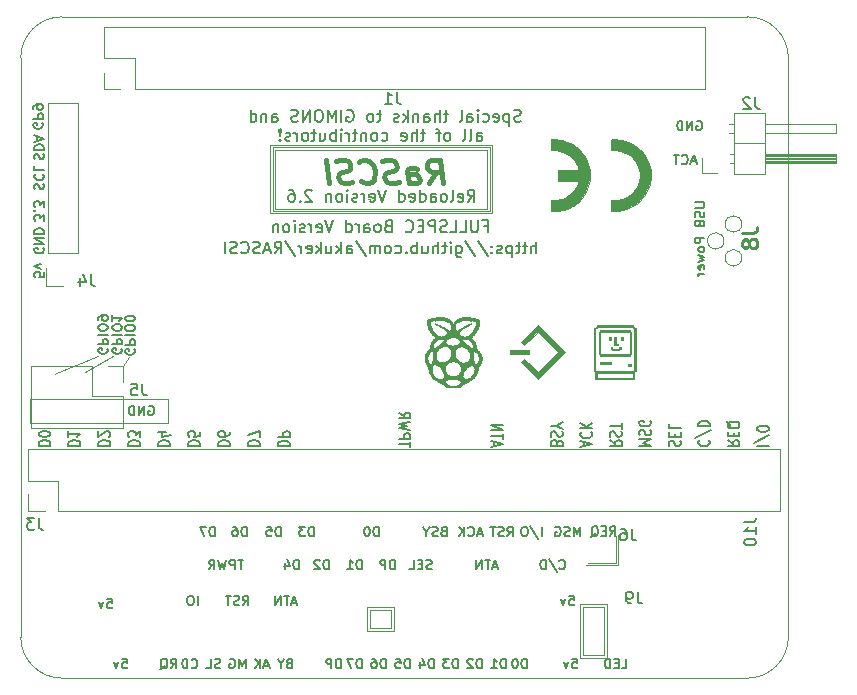
<source format=gbo>
G04 #@! TF.GenerationSoftware,KiCad,Pcbnew,(6.0.0-0)*
G04 #@! TF.CreationDate,2022-04-03T23:47:37-05:00*
G04 #@! TF.ProjectId,rascsi_2p6,72617363-7369-45f3-9270-362e6b696361,rev?*
G04 #@! TF.SameCoordinates,Original*
G04 #@! TF.FileFunction,Legend,Bot*
G04 #@! TF.FilePolarity,Positive*
%FSLAX46Y46*%
G04 Gerber Fmt 4.6, Leading zero omitted, Abs format (unit mm)*
G04 Created by KiCad (PCBNEW (6.0.0-0)) date 2022-04-03 23:47:37*
%MOMM*%
%LPD*%
G01*
G04 APERTURE LIST*
%ADD10C,0.150000*%
%ADD11C,0.120000*%
G04 #@! TA.AperFunction,Profile*
%ADD12C,0.050000*%
G04 #@! TD*
%ADD13C,0.230000*%
%ADD14C,0.400000*%
%ADD15C,0.010000*%
%ADD16C,0.100000*%
%ADD17R,1.700000X1.700000*%
%ADD18O,1.700000X1.700000*%
%ADD19C,0.800000*%
%ADD20C,5.400000*%
%ADD21C,2.000000*%
%ADD22R,1.350000X1.350000*%
%ADD23O,1.350000X1.350000*%
%ADD24C,1.545000*%
%ADD25C,4.845000*%
%ADD26C,1.000000*%
G04 APERTURE END LIST*
D10*
X213731904Y-60208571D02*
X214065238Y-60208571D01*
X214065238Y-60732380D02*
X214065238Y-59732380D01*
X213589047Y-59732380D01*
X213208095Y-59732380D02*
X213208095Y-60541904D01*
X213160476Y-60637142D01*
X213112857Y-60684761D01*
X213017619Y-60732380D01*
X212827142Y-60732380D01*
X212731904Y-60684761D01*
X212684285Y-60637142D01*
X212636666Y-60541904D01*
X212636666Y-59732380D01*
X211684285Y-60732380D02*
X212160476Y-60732380D01*
X212160476Y-59732380D01*
X210874761Y-60732380D02*
X211350952Y-60732380D01*
X211350952Y-59732380D01*
X210589047Y-60684761D02*
X210446190Y-60732380D01*
X210208095Y-60732380D01*
X210112857Y-60684761D01*
X210065238Y-60637142D01*
X210017619Y-60541904D01*
X210017619Y-60446666D01*
X210065238Y-60351428D01*
X210112857Y-60303809D01*
X210208095Y-60256190D01*
X210398571Y-60208571D01*
X210493809Y-60160952D01*
X210541428Y-60113333D01*
X210589047Y-60018095D01*
X210589047Y-59922857D01*
X210541428Y-59827619D01*
X210493809Y-59780000D01*
X210398571Y-59732380D01*
X210160476Y-59732380D01*
X210017619Y-59780000D01*
X209589047Y-60732380D02*
X209589047Y-59732380D01*
X209208095Y-59732380D01*
X209112857Y-59780000D01*
X209065238Y-59827619D01*
X209017619Y-59922857D01*
X209017619Y-60065714D01*
X209065238Y-60160952D01*
X209112857Y-60208571D01*
X209208095Y-60256190D01*
X209589047Y-60256190D01*
X208589047Y-60208571D02*
X208255714Y-60208571D01*
X208112857Y-60732380D02*
X208589047Y-60732380D01*
X208589047Y-59732380D01*
X208112857Y-59732380D01*
X207112857Y-60637142D02*
X207160476Y-60684761D01*
X207303333Y-60732380D01*
X207398571Y-60732380D01*
X207541428Y-60684761D01*
X207636666Y-60589523D01*
X207684285Y-60494285D01*
X207731904Y-60303809D01*
X207731904Y-60160952D01*
X207684285Y-59970476D01*
X207636666Y-59875238D01*
X207541428Y-59780000D01*
X207398571Y-59732380D01*
X207303333Y-59732380D01*
X207160476Y-59780000D01*
X207112857Y-59827619D01*
X205589047Y-60208571D02*
X205446190Y-60256190D01*
X205398571Y-60303809D01*
X205350952Y-60399047D01*
X205350952Y-60541904D01*
X205398571Y-60637142D01*
X205446190Y-60684761D01*
X205541428Y-60732380D01*
X205922380Y-60732380D01*
X205922380Y-59732380D01*
X205589047Y-59732380D01*
X205493809Y-59780000D01*
X205446190Y-59827619D01*
X205398571Y-59922857D01*
X205398571Y-60018095D01*
X205446190Y-60113333D01*
X205493809Y-60160952D01*
X205589047Y-60208571D01*
X205922380Y-60208571D01*
X204779523Y-60732380D02*
X204874761Y-60684761D01*
X204922380Y-60637142D01*
X204970000Y-60541904D01*
X204970000Y-60256190D01*
X204922380Y-60160952D01*
X204874761Y-60113333D01*
X204779523Y-60065714D01*
X204636666Y-60065714D01*
X204541428Y-60113333D01*
X204493809Y-60160952D01*
X204446190Y-60256190D01*
X204446190Y-60541904D01*
X204493809Y-60637142D01*
X204541428Y-60684761D01*
X204636666Y-60732380D01*
X204779523Y-60732380D01*
X203589047Y-60732380D02*
X203589047Y-60208571D01*
X203636666Y-60113333D01*
X203731904Y-60065714D01*
X203922380Y-60065714D01*
X204017619Y-60113333D01*
X203589047Y-60684761D02*
X203684285Y-60732380D01*
X203922380Y-60732380D01*
X204017619Y-60684761D01*
X204065238Y-60589523D01*
X204065238Y-60494285D01*
X204017619Y-60399047D01*
X203922380Y-60351428D01*
X203684285Y-60351428D01*
X203589047Y-60303809D01*
X203112857Y-60732380D02*
X203112857Y-60065714D01*
X203112857Y-60256190D02*
X203065238Y-60160952D01*
X203017619Y-60113333D01*
X202922380Y-60065714D01*
X202827142Y-60065714D01*
X202065238Y-60732380D02*
X202065238Y-59732380D01*
X202065238Y-60684761D02*
X202160476Y-60732380D01*
X202350952Y-60732380D01*
X202446190Y-60684761D01*
X202493809Y-60637142D01*
X202541428Y-60541904D01*
X202541428Y-60256190D01*
X202493809Y-60160952D01*
X202446190Y-60113333D01*
X202350952Y-60065714D01*
X202160476Y-60065714D01*
X202065238Y-60113333D01*
X200970000Y-59732380D02*
X200636666Y-60732380D01*
X200303333Y-59732380D01*
X199589047Y-60684761D02*
X199684285Y-60732380D01*
X199874761Y-60732380D01*
X199970000Y-60684761D01*
X200017619Y-60589523D01*
X200017619Y-60208571D01*
X199970000Y-60113333D01*
X199874761Y-60065714D01*
X199684285Y-60065714D01*
X199589047Y-60113333D01*
X199541428Y-60208571D01*
X199541428Y-60303809D01*
X200017619Y-60399047D01*
X199112857Y-60732380D02*
X199112857Y-60065714D01*
X199112857Y-60256190D02*
X199065238Y-60160952D01*
X199017619Y-60113333D01*
X198922380Y-60065714D01*
X198827142Y-60065714D01*
X198541428Y-60684761D02*
X198446190Y-60732380D01*
X198255714Y-60732380D01*
X198160476Y-60684761D01*
X198112857Y-60589523D01*
X198112857Y-60541904D01*
X198160476Y-60446666D01*
X198255714Y-60399047D01*
X198398571Y-60399047D01*
X198493809Y-60351428D01*
X198541428Y-60256190D01*
X198541428Y-60208571D01*
X198493809Y-60113333D01*
X198398571Y-60065714D01*
X198255714Y-60065714D01*
X198160476Y-60113333D01*
X197684285Y-60732380D02*
X197684285Y-60065714D01*
X197684285Y-59732380D02*
X197731904Y-59780000D01*
X197684285Y-59827619D01*
X197636666Y-59780000D01*
X197684285Y-59732380D01*
X197684285Y-59827619D01*
X197065238Y-60732380D02*
X197160476Y-60684761D01*
X197208095Y-60637142D01*
X197255714Y-60541904D01*
X197255714Y-60256190D01*
X197208095Y-60160952D01*
X197160476Y-60113333D01*
X197065238Y-60065714D01*
X196922380Y-60065714D01*
X196827142Y-60113333D01*
X196779523Y-60160952D01*
X196731904Y-60256190D01*
X196731904Y-60541904D01*
X196779523Y-60637142D01*
X196827142Y-60684761D01*
X196922380Y-60732380D01*
X197065238Y-60732380D01*
X196303333Y-60065714D02*
X196303333Y-60732380D01*
X196303333Y-60160952D02*
X196255714Y-60113333D01*
X196160476Y-60065714D01*
X196017619Y-60065714D01*
X195922380Y-60113333D01*
X195874761Y-60208571D01*
X195874761Y-60732380D01*
D11*
X203937000Y-57954000D02*
X204064000Y-57954000D01*
X195620000Y-59140000D02*
X214420000Y-59140000D01*
X214420000Y-59140000D02*
X214420000Y-53340000D01*
X214420000Y-53340000D02*
X195620000Y-53340000D01*
X195620000Y-53340000D02*
X195620000Y-59140000D01*
X195820000Y-58940000D02*
X214220000Y-58940000D01*
X214220000Y-58940000D02*
X214220000Y-53540000D01*
X214220000Y-53540000D02*
X195820000Y-53540000D01*
X195820000Y-53540000D02*
X195820000Y-58940000D01*
X196020000Y-58740000D02*
X214020000Y-58740000D01*
X214020000Y-58740000D02*
X214020000Y-53740000D01*
X214020000Y-53740000D02*
X196020000Y-53740000D01*
X196020000Y-53740000D02*
X196020000Y-58740000D01*
D10*
X218136666Y-62542380D02*
X218136666Y-61542380D01*
X217708095Y-62542380D02*
X217708095Y-62018571D01*
X217755714Y-61923333D01*
X217850952Y-61875714D01*
X217993809Y-61875714D01*
X218089047Y-61923333D01*
X218136666Y-61970952D01*
X217374761Y-61875714D02*
X216993809Y-61875714D01*
X217231904Y-61542380D02*
X217231904Y-62399523D01*
X217184285Y-62494761D01*
X217089047Y-62542380D01*
X216993809Y-62542380D01*
X216803333Y-61875714D02*
X216422380Y-61875714D01*
X216660476Y-61542380D02*
X216660476Y-62399523D01*
X216612857Y-62494761D01*
X216517619Y-62542380D01*
X216422380Y-62542380D01*
X216089047Y-61875714D02*
X216089047Y-62875714D01*
X216089047Y-61923333D02*
X215993809Y-61875714D01*
X215803333Y-61875714D01*
X215708095Y-61923333D01*
X215660476Y-61970952D01*
X215612857Y-62066190D01*
X215612857Y-62351904D01*
X215660476Y-62447142D01*
X215708095Y-62494761D01*
X215803333Y-62542380D01*
X215993809Y-62542380D01*
X216089047Y-62494761D01*
X215231904Y-62494761D02*
X215136666Y-62542380D01*
X214946190Y-62542380D01*
X214850952Y-62494761D01*
X214803333Y-62399523D01*
X214803333Y-62351904D01*
X214850952Y-62256666D01*
X214946190Y-62209047D01*
X215089047Y-62209047D01*
X215184285Y-62161428D01*
X215231904Y-62066190D01*
X215231904Y-62018571D01*
X215184285Y-61923333D01*
X215089047Y-61875714D01*
X214946190Y-61875714D01*
X214850952Y-61923333D01*
X214374761Y-62447142D02*
X214327142Y-62494761D01*
X214374761Y-62542380D01*
X214422380Y-62494761D01*
X214374761Y-62447142D01*
X214374761Y-62542380D01*
X214374761Y-61923333D02*
X214327142Y-61970952D01*
X214374761Y-62018571D01*
X214422380Y-61970952D01*
X214374761Y-61923333D01*
X214374761Y-62018571D01*
X213184285Y-61494761D02*
X214041428Y-62780476D01*
X212136666Y-61494761D02*
X212993809Y-62780476D01*
X211374761Y-61875714D02*
X211374761Y-62685238D01*
X211422380Y-62780476D01*
X211470000Y-62828095D01*
X211565238Y-62875714D01*
X211708095Y-62875714D01*
X211803333Y-62828095D01*
X211374761Y-62494761D02*
X211470000Y-62542380D01*
X211660476Y-62542380D01*
X211755714Y-62494761D01*
X211803333Y-62447142D01*
X211850952Y-62351904D01*
X211850952Y-62066190D01*
X211803333Y-61970952D01*
X211755714Y-61923333D01*
X211660476Y-61875714D01*
X211470000Y-61875714D01*
X211374761Y-61923333D01*
X210898571Y-62542380D02*
X210898571Y-61875714D01*
X210898571Y-61542380D02*
X210946190Y-61590000D01*
X210898571Y-61637619D01*
X210850952Y-61590000D01*
X210898571Y-61542380D01*
X210898571Y-61637619D01*
X210565238Y-61875714D02*
X210184285Y-61875714D01*
X210422380Y-61542380D02*
X210422380Y-62399523D01*
X210374761Y-62494761D01*
X210279523Y-62542380D01*
X210184285Y-62542380D01*
X209850952Y-62542380D02*
X209850952Y-61542380D01*
X209422380Y-62542380D02*
X209422380Y-62018571D01*
X209470000Y-61923333D01*
X209565238Y-61875714D01*
X209708095Y-61875714D01*
X209803333Y-61923333D01*
X209850952Y-61970952D01*
X208517619Y-61875714D02*
X208517619Y-62542380D01*
X208946190Y-61875714D02*
X208946190Y-62399523D01*
X208898571Y-62494761D01*
X208803333Y-62542380D01*
X208660476Y-62542380D01*
X208565238Y-62494761D01*
X208517619Y-62447142D01*
X208041428Y-62542380D02*
X208041428Y-61542380D01*
X208041428Y-61923333D02*
X207946190Y-61875714D01*
X207755714Y-61875714D01*
X207660476Y-61923333D01*
X207612857Y-61970952D01*
X207565238Y-62066190D01*
X207565238Y-62351904D01*
X207612857Y-62447142D01*
X207660476Y-62494761D01*
X207755714Y-62542380D01*
X207946190Y-62542380D01*
X208041428Y-62494761D01*
X207136666Y-62447142D02*
X207089047Y-62494761D01*
X207136666Y-62542380D01*
X207184285Y-62494761D01*
X207136666Y-62447142D01*
X207136666Y-62542380D01*
X206231904Y-62494761D02*
X206327142Y-62542380D01*
X206517619Y-62542380D01*
X206612857Y-62494761D01*
X206660476Y-62447142D01*
X206708095Y-62351904D01*
X206708095Y-62066190D01*
X206660476Y-61970952D01*
X206612857Y-61923333D01*
X206517619Y-61875714D01*
X206327142Y-61875714D01*
X206231904Y-61923333D01*
X205660476Y-62542380D02*
X205755714Y-62494761D01*
X205803333Y-62447142D01*
X205850952Y-62351904D01*
X205850952Y-62066190D01*
X205803333Y-61970952D01*
X205755714Y-61923333D01*
X205660476Y-61875714D01*
X205517619Y-61875714D01*
X205422380Y-61923333D01*
X205374761Y-61970952D01*
X205327142Y-62066190D01*
X205327142Y-62351904D01*
X205374761Y-62447142D01*
X205422380Y-62494761D01*
X205517619Y-62542380D01*
X205660476Y-62542380D01*
X204898571Y-62542380D02*
X204898571Y-61875714D01*
X204898571Y-61970952D02*
X204850952Y-61923333D01*
X204755714Y-61875714D01*
X204612857Y-61875714D01*
X204517619Y-61923333D01*
X204470000Y-62018571D01*
X204470000Y-62542380D01*
X204470000Y-62018571D02*
X204422380Y-61923333D01*
X204327142Y-61875714D01*
X204184285Y-61875714D01*
X204089047Y-61923333D01*
X204041428Y-62018571D01*
X204041428Y-62542380D01*
X202850952Y-61494761D02*
X203708095Y-62780476D01*
X202089047Y-62542380D02*
X202089047Y-62018571D01*
X202136666Y-61923333D01*
X202231904Y-61875714D01*
X202422380Y-61875714D01*
X202517619Y-61923333D01*
X202089047Y-62494761D02*
X202184285Y-62542380D01*
X202422380Y-62542380D01*
X202517619Y-62494761D01*
X202565238Y-62399523D01*
X202565238Y-62304285D01*
X202517619Y-62209047D01*
X202422380Y-62161428D01*
X202184285Y-62161428D01*
X202089047Y-62113809D01*
X201612857Y-62542380D02*
X201612857Y-61542380D01*
X201517619Y-62161428D02*
X201231904Y-62542380D01*
X201231904Y-61875714D02*
X201612857Y-62256666D01*
X200374761Y-61875714D02*
X200374761Y-62542380D01*
X200803333Y-61875714D02*
X200803333Y-62399523D01*
X200755714Y-62494761D01*
X200660476Y-62542380D01*
X200517619Y-62542380D01*
X200422380Y-62494761D01*
X200374761Y-62447142D01*
X199898571Y-62542380D02*
X199898571Y-61542380D01*
X199803333Y-62161428D02*
X199517619Y-62542380D01*
X199517619Y-61875714D02*
X199898571Y-62256666D01*
X198708095Y-62494761D02*
X198803333Y-62542380D01*
X198993809Y-62542380D01*
X199089047Y-62494761D01*
X199136666Y-62399523D01*
X199136666Y-62018571D01*
X199089047Y-61923333D01*
X198993809Y-61875714D01*
X198803333Y-61875714D01*
X198708095Y-61923333D01*
X198660476Y-62018571D01*
X198660476Y-62113809D01*
X199136666Y-62209047D01*
X198231904Y-62542380D02*
X198231904Y-61875714D01*
X198231904Y-62066190D02*
X198184285Y-61970952D01*
X198136666Y-61923333D01*
X198041428Y-61875714D01*
X197946190Y-61875714D01*
X196898571Y-61494761D02*
X197755714Y-62780476D01*
X195993809Y-62542380D02*
X196327142Y-62066190D01*
X196565238Y-62542380D02*
X196565238Y-61542380D01*
X196184285Y-61542380D01*
X196089047Y-61590000D01*
X196041428Y-61637619D01*
X195993809Y-61732857D01*
X195993809Y-61875714D01*
X196041428Y-61970952D01*
X196089047Y-62018571D01*
X196184285Y-62066190D01*
X196565238Y-62066190D01*
X195612857Y-62256666D02*
X195136666Y-62256666D01*
X195708095Y-62542380D02*
X195374761Y-61542380D01*
X195041428Y-62542380D01*
X194755714Y-62494761D02*
X194612857Y-62542380D01*
X194374761Y-62542380D01*
X194279523Y-62494761D01*
X194231904Y-62447142D01*
X194184285Y-62351904D01*
X194184285Y-62256666D01*
X194231904Y-62161428D01*
X194279523Y-62113809D01*
X194374761Y-62066190D01*
X194565238Y-62018571D01*
X194660476Y-61970952D01*
X194708095Y-61923333D01*
X194755714Y-61828095D01*
X194755714Y-61732857D01*
X194708095Y-61637619D01*
X194660476Y-61590000D01*
X194565238Y-61542380D01*
X194327142Y-61542380D01*
X194184285Y-61590000D01*
X193184285Y-62447142D02*
X193231904Y-62494761D01*
X193374761Y-62542380D01*
X193470000Y-62542380D01*
X193612857Y-62494761D01*
X193708095Y-62399523D01*
X193755714Y-62304285D01*
X193803333Y-62113809D01*
X193803333Y-61970952D01*
X193755714Y-61780476D01*
X193708095Y-61685238D01*
X193612857Y-61590000D01*
X193470000Y-61542380D01*
X193374761Y-61542380D01*
X193231904Y-61590000D01*
X193184285Y-61637619D01*
X192803333Y-62494761D02*
X192660476Y-62542380D01*
X192422380Y-62542380D01*
X192327142Y-62494761D01*
X192279523Y-62447142D01*
X192231904Y-62351904D01*
X192231904Y-62256666D01*
X192279523Y-62161428D01*
X192327142Y-62113809D01*
X192422380Y-62066190D01*
X192612857Y-62018571D01*
X192708095Y-61970952D01*
X192755714Y-61923333D01*
X192803333Y-61828095D01*
X192803333Y-61732857D01*
X192755714Y-61637619D01*
X192708095Y-61590000D01*
X192612857Y-61542380D01*
X192374761Y-61542380D01*
X192231904Y-61590000D01*
X191803333Y-62542380D02*
X191803333Y-61542380D01*
D11*
X203794000Y-92472000D02*
X206080000Y-92472000D01*
X206080000Y-92472000D02*
X206080000Y-94504000D01*
X206080000Y-94504000D02*
X203794000Y-94504000D01*
X203794000Y-94504000D02*
X203794000Y-92472000D01*
X204048000Y-92726000D02*
X205826000Y-92726000D01*
X205826000Y-92726000D02*
X205826000Y-94250000D01*
X205826000Y-94250000D02*
X204048000Y-94250000D01*
X204048000Y-94250000D02*
X204048000Y-92726000D01*
X221828000Y-92218000D02*
X224114000Y-92218000D01*
X224114000Y-92218000D02*
X224114000Y-96790000D01*
X224114000Y-96790000D02*
X221828000Y-96790000D01*
X221828000Y-96790000D02*
X221828000Y-92218000D01*
X222082000Y-92472000D02*
X223860000Y-92472000D01*
X223860000Y-92472000D02*
X223860000Y-96536000D01*
X223860000Y-96536000D02*
X222082000Y-96536000D01*
X222082000Y-96536000D02*
X222082000Y-92472000D01*
X175323500Y-76898500D02*
X175323500Y-76771500D01*
X238760000Y-84328000D02*
X177673000Y-84328000D01*
X225044000Y-88900000D02*
X225044000Y-86360000D01*
X222377000Y-88900000D02*
X225044000Y-88900000D01*
X224917000Y-88773000D02*
X224917000Y-86487000D01*
X222504000Y-88773000D02*
X224917000Y-88773000D01*
X183197500Y-73406000D02*
X183197500Y-72072500D01*
X175323500Y-76771500D02*
X175323500Y-74866500D01*
X175387000Y-72072500D02*
X180530500Y-72072500D01*
X183197500Y-74612500D02*
X183197500Y-77279500D01*
X175133000Y-81788000D02*
X175133000Y-79121000D01*
X175133000Y-82931000D02*
X175133000Y-84328000D01*
X183705500Y-71310500D02*
X183134000Y-72072500D01*
X180530500Y-72072500D02*
X180530500Y-74612500D01*
X176784000Y-62484000D02*
X179387500Y-62484000D01*
X238760000Y-79121000D02*
X238760000Y-84328000D01*
X175133000Y-84328000D02*
X176530000Y-84328000D01*
X177673000Y-84328000D02*
X177673000Y-81788000D01*
X179387500Y-62484000D02*
X179370000Y-49780000D01*
X179387500Y-49780000D02*
X176784000Y-49780000D01*
X175133000Y-79121000D02*
X238760000Y-79121000D01*
X183197500Y-77279500D02*
X175387000Y-77279500D01*
X187007500Y-74866500D02*
X187007500Y-76898500D01*
X177673000Y-81788000D02*
X175133000Y-81788000D01*
X187007500Y-76898500D02*
X175323500Y-76898500D01*
X175387000Y-77279500D02*
X175387000Y-72072500D01*
X176657000Y-63754000D02*
X176657000Y-65278000D01*
X176657000Y-65278000D02*
X178054000Y-65278000D01*
X183197500Y-72072500D02*
X181864000Y-72072500D01*
X176784000Y-49780000D02*
X176784000Y-62484000D01*
X181038500Y-71183500D02*
X177292000Y-72707500D01*
X175323500Y-74866500D02*
X187007500Y-74866500D01*
X180530500Y-74612500D02*
X183197500Y-74612500D01*
X182308500Y-71247000D02*
X179959000Y-72580500D01*
D12*
X178000000Y-42500000D02*
X236000000Y-42500000D01*
X178000000Y-98496000D02*
X236000000Y-98496000D01*
X236000000Y-98496000D02*
G75*
G03*
X239500000Y-94996000I1J3499999D01*
G01*
X174500000Y-46000000D02*
X174500000Y-94996000D01*
X239500000Y-46000000D02*
G75*
G03*
X236000000Y-42500000I-3499999J1D01*
G01*
X178000000Y-42500000D02*
G75*
G03*
X174500000Y-46000000I-1J-3499999D01*
G01*
X174500000Y-94996000D02*
G75*
G03*
X178000000Y-98496000I3499999J-1D01*
G01*
X239500000Y-46000000D02*
X239500000Y-94996000D01*
D10*
X176320000Y-51511428D02*
X176358095Y-51587619D01*
X176358095Y-51701904D01*
X176320000Y-51816190D01*
X176243809Y-51892380D01*
X176167619Y-51930476D01*
X176015238Y-51968571D01*
X175900952Y-51968571D01*
X175748571Y-51930476D01*
X175672380Y-51892380D01*
X175596190Y-51816190D01*
X175558095Y-51701904D01*
X175558095Y-51625714D01*
X175596190Y-51511428D01*
X175634285Y-51473333D01*
X175900952Y-51473333D01*
X175900952Y-51625714D01*
X175558095Y-51130476D02*
X176358095Y-51130476D01*
X176358095Y-50825714D01*
X176320000Y-50749523D01*
X176281904Y-50711428D01*
X176205714Y-50673333D01*
X176091428Y-50673333D01*
X176015238Y-50711428D01*
X175977142Y-50749523D01*
X175939047Y-50825714D01*
X175939047Y-51130476D01*
X175558095Y-50292380D02*
X175558095Y-50140000D01*
X175596190Y-50063809D01*
X175634285Y-50025714D01*
X175748571Y-49949523D01*
X175900952Y-49911428D01*
X176205714Y-49911428D01*
X176281904Y-49949523D01*
X176320000Y-49987619D01*
X176358095Y-50063809D01*
X176358095Y-50216190D01*
X176320000Y-50292380D01*
X176281904Y-50330476D01*
X176205714Y-50368571D01*
X176015238Y-50368571D01*
X175939047Y-50330476D01*
X175900952Y-50292380D01*
X175862857Y-50216190D01*
X175862857Y-50063809D01*
X175900952Y-49987619D01*
X175939047Y-49949523D01*
X176015238Y-49911428D01*
X175698190Y-54565428D02*
X175660095Y-54451142D01*
X175660095Y-54260666D01*
X175698190Y-54184476D01*
X175736285Y-54146380D01*
X175812476Y-54108285D01*
X175888666Y-54108285D01*
X175964857Y-54146380D01*
X176002952Y-54184476D01*
X176041047Y-54260666D01*
X176079142Y-54413047D01*
X176117238Y-54489238D01*
X176155333Y-54527333D01*
X176231523Y-54565428D01*
X176307714Y-54565428D01*
X176383904Y-54527333D01*
X176422000Y-54489238D01*
X176460095Y-54413047D01*
X176460095Y-54222571D01*
X176422000Y-54108285D01*
X175660095Y-53765428D02*
X176460095Y-53765428D01*
X176460095Y-53574952D01*
X176422000Y-53460666D01*
X176345809Y-53384476D01*
X176269619Y-53346380D01*
X176117238Y-53308285D01*
X176002952Y-53308285D01*
X175850571Y-53346380D01*
X175774380Y-53384476D01*
X175698190Y-53460666D01*
X175660095Y-53574952D01*
X175660095Y-53765428D01*
X175888666Y-53003523D02*
X175888666Y-52622571D01*
X175660095Y-53079714D02*
X176460095Y-52813047D01*
X175660095Y-52546380D01*
X175698190Y-57086380D02*
X175660095Y-56972095D01*
X175660095Y-56781619D01*
X175698190Y-56705428D01*
X175736285Y-56667333D01*
X175812476Y-56629238D01*
X175888666Y-56629238D01*
X175964857Y-56667333D01*
X176002952Y-56705428D01*
X176041047Y-56781619D01*
X176079142Y-56934000D01*
X176117238Y-57010190D01*
X176155333Y-57048285D01*
X176231523Y-57086380D01*
X176307714Y-57086380D01*
X176383904Y-57048285D01*
X176422000Y-57010190D01*
X176460095Y-56934000D01*
X176460095Y-56743523D01*
X176422000Y-56629238D01*
X175736285Y-55829238D02*
X175698190Y-55867333D01*
X175660095Y-55981619D01*
X175660095Y-56057809D01*
X175698190Y-56172095D01*
X175774380Y-56248285D01*
X175850571Y-56286380D01*
X176002952Y-56324476D01*
X176117238Y-56324476D01*
X176269619Y-56286380D01*
X176345809Y-56248285D01*
X176422000Y-56172095D01*
X176460095Y-56057809D01*
X176460095Y-55981619D01*
X176422000Y-55867333D01*
X176383904Y-55829238D01*
X175660095Y-55105428D02*
X175660095Y-55486380D01*
X176460095Y-55486380D01*
X176460095Y-59766095D02*
X176460095Y-59270857D01*
X176155333Y-59537523D01*
X176155333Y-59423238D01*
X176117238Y-59347047D01*
X176079142Y-59308952D01*
X176002952Y-59270857D01*
X175812476Y-59270857D01*
X175736285Y-59308952D01*
X175698190Y-59347047D01*
X175660095Y-59423238D01*
X175660095Y-59651809D01*
X175698190Y-59728000D01*
X175736285Y-59766095D01*
X175736285Y-58928000D02*
X175698190Y-58889904D01*
X175660095Y-58928000D01*
X175698190Y-58966095D01*
X175736285Y-58928000D01*
X175660095Y-58928000D01*
X176460095Y-58623238D02*
X176460095Y-58128000D01*
X176155333Y-58394666D01*
X176155333Y-58280380D01*
X176117238Y-58204190D01*
X176079142Y-58166095D01*
X176002952Y-58128000D01*
X175812476Y-58128000D01*
X175736285Y-58166095D01*
X175698190Y-58204190D01*
X175660095Y-58280380D01*
X175660095Y-58508952D01*
X175698190Y-58585142D01*
X175736285Y-58623238D01*
X176422000Y-62077523D02*
X176460095Y-62153714D01*
X176460095Y-62268000D01*
X176422000Y-62382285D01*
X176345809Y-62458476D01*
X176269619Y-62496571D01*
X176117238Y-62534666D01*
X176002952Y-62534666D01*
X175850571Y-62496571D01*
X175774380Y-62458476D01*
X175698190Y-62382285D01*
X175660095Y-62268000D01*
X175660095Y-62191809D01*
X175698190Y-62077523D01*
X175736285Y-62039428D01*
X176002952Y-62039428D01*
X176002952Y-62191809D01*
X175660095Y-61696571D02*
X176460095Y-61696571D01*
X175660095Y-61239428D01*
X176460095Y-61239428D01*
X175660095Y-60858476D02*
X176460095Y-60858476D01*
X176460095Y-60668000D01*
X176422000Y-60553714D01*
X176345809Y-60477523D01*
X176269619Y-60439428D01*
X176117238Y-60401333D01*
X176002952Y-60401333D01*
X175850571Y-60439428D01*
X175774380Y-60477523D01*
X175698190Y-60553714D01*
X175660095Y-60668000D01*
X175660095Y-60858476D01*
X176460095Y-64122285D02*
X176460095Y-64503238D01*
X176079142Y-64541333D01*
X176117238Y-64503238D01*
X176155333Y-64427047D01*
X176155333Y-64236571D01*
X176117238Y-64160380D01*
X176079142Y-64122285D01*
X176002952Y-64084190D01*
X175812476Y-64084190D01*
X175736285Y-64122285D01*
X175698190Y-64160380D01*
X175660095Y-64236571D01*
X175660095Y-64427047D01*
X175698190Y-64503238D01*
X175736285Y-64541333D01*
X176193428Y-63817523D02*
X175660095Y-63627047D01*
X176193428Y-63436571D01*
X181819500Y-70586452D02*
X181857595Y-70662642D01*
X181857595Y-70776928D01*
X181819500Y-70891214D01*
X181743309Y-70967404D01*
X181667119Y-71005500D01*
X181514738Y-71043595D01*
X181400452Y-71043595D01*
X181248071Y-71005500D01*
X181171880Y-70967404D01*
X181095690Y-70891214D01*
X181057595Y-70776928D01*
X181057595Y-70700738D01*
X181095690Y-70586452D01*
X181133785Y-70548357D01*
X181400452Y-70548357D01*
X181400452Y-70700738D01*
X181057595Y-70205500D02*
X181857595Y-70205500D01*
X181857595Y-69900738D01*
X181819500Y-69824547D01*
X181781404Y-69786452D01*
X181705214Y-69748357D01*
X181590928Y-69748357D01*
X181514738Y-69786452D01*
X181476642Y-69824547D01*
X181438547Y-69900738D01*
X181438547Y-70205500D01*
X181057595Y-69405500D02*
X181857595Y-69405500D01*
X181857595Y-68872166D02*
X181857595Y-68719785D01*
X181819500Y-68643595D01*
X181743309Y-68567404D01*
X181590928Y-68529309D01*
X181324261Y-68529309D01*
X181171880Y-68567404D01*
X181095690Y-68643595D01*
X181057595Y-68719785D01*
X181057595Y-68872166D01*
X181095690Y-68948357D01*
X181171880Y-69024547D01*
X181324261Y-69062642D01*
X181590928Y-69062642D01*
X181743309Y-69024547D01*
X181819500Y-68948357D01*
X181857595Y-68872166D01*
X181057595Y-68148357D02*
X181057595Y-67995976D01*
X181095690Y-67919785D01*
X181133785Y-67881690D01*
X181248071Y-67805500D01*
X181400452Y-67767404D01*
X181705214Y-67767404D01*
X181781404Y-67805500D01*
X181819500Y-67843595D01*
X181857595Y-67919785D01*
X181857595Y-68072166D01*
X181819500Y-68148357D01*
X181781404Y-68186452D01*
X181705214Y-68224547D01*
X181514738Y-68224547D01*
X181438547Y-68186452D01*
X181400452Y-68148357D01*
X181362357Y-68072166D01*
X181362357Y-67919785D01*
X181400452Y-67843595D01*
X181438547Y-67805500D01*
X181514738Y-67767404D01*
X185331023Y-75482500D02*
X185407214Y-75444404D01*
X185521500Y-75444404D01*
X185635785Y-75482500D01*
X185711976Y-75558690D01*
X185750071Y-75634880D01*
X185788166Y-75787261D01*
X185788166Y-75901547D01*
X185750071Y-76053928D01*
X185711976Y-76130119D01*
X185635785Y-76206309D01*
X185521500Y-76244404D01*
X185445309Y-76244404D01*
X185331023Y-76206309D01*
X185292928Y-76168214D01*
X185292928Y-75901547D01*
X185445309Y-75901547D01*
X184950071Y-76244404D02*
X184950071Y-75444404D01*
X184492928Y-76244404D01*
X184492928Y-75444404D01*
X184111976Y-76244404D02*
X184111976Y-75444404D01*
X183921500Y-75444404D01*
X183807214Y-75482500D01*
X183731023Y-75558690D01*
X183692928Y-75634880D01*
X183654833Y-75787261D01*
X183654833Y-75901547D01*
X183692928Y-76053928D01*
X183731023Y-76130119D01*
X183807214Y-76206309D01*
X183921500Y-76244404D01*
X184111976Y-76244404D01*
X231654238Y-54743333D02*
X231273285Y-54743333D01*
X231730428Y-54971904D02*
X231463761Y-54171904D01*
X231197095Y-54971904D01*
X230473285Y-54895714D02*
X230511380Y-54933809D01*
X230625666Y-54971904D01*
X230701857Y-54971904D01*
X230816142Y-54933809D01*
X230892333Y-54857619D01*
X230930428Y-54781428D01*
X230968523Y-54629047D01*
X230968523Y-54514761D01*
X230930428Y-54362380D01*
X230892333Y-54286190D01*
X230816142Y-54210000D01*
X230701857Y-54171904D01*
X230625666Y-54171904D01*
X230511380Y-54210000D01*
X230473285Y-54248095D01*
X230244714Y-54171904D02*
X229787571Y-54171904D01*
X230016142Y-54971904D02*
X230016142Y-54171904D01*
X231591904Y-58194285D02*
X232239523Y-58194285D01*
X232315714Y-58232380D01*
X232353809Y-58270476D01*
X232391904Y-58346666D01*
X232391904Y-58499047D01*
X232353809Y-58575238D01*
X232315714Y-58613333D01*
X232239523Y-58651428D01*
X231591904Y-58651428D01*
X232353809Y-58994285D02*
X232391904Y-59108571D01*
X232391904Y-59299047D01*
X232353809Y-59375238D01*
X232315714Y-59413333D01*
X232239523Y-59451428D01*
X232163333Y-59451428D01*
X232087142Y-59413333D01*
X232049047Y-59375238D01*
X232010952Y-59299047D01*
X231972857Y-59146666D01*
X231934761Y-59070476D01*
X231896666Y-59032380D01*
X231820476Y-58994285D01*
X231744285Y-58994285D01*
X231668095Y-59032380D01*
X231630000Y-59070476D01*
X231591904Y-59146666D01*
X231591904Y-59337142D01*
X231630000Y-59451428D01*
X231972857Y-60060952D02*
X232010952Y-60175238D01*
X232049047Y-60213333D01*
X232125238Y-60251428D01*
X232239523Y-60251428D01*
X232315714Y-60213333D01*
X232353809Y-60175238D01*
X232391904Y-60099047D01*
X232391904Y-59794285D01*
X231591904Y-59794285D01*
X231591904Y-60060952D01*
X231630000Y-60137142D01*
X231668095Y-60175238D01*
X231744285Y-60213333D01*
X231820476Y-60213333D01*
X231896666Y-60175238D01*
X231934761Y-60137142D01*
X231972857Y-60060952D01*
X231972857Y-59794285D01*
X232391904Y-61203809D02*
X231591904Y-61203809D01*
X231591904Y-61508571D01*
X231630000Y-61584761D01*
X231668095Y-61622857D01*
X231744285Y-61660952D01*
X231858571Y-61660952D01*
X231934761Y-61622857D01*
X231972857Y-61584761D01*
X232010952Y-61508571D01*
X232010952Y-61203809D01*
X232391904Y-62118095D02*
X232353809Y-62041904D01*
X232315714Y-62003809D01*
X232239523Y-61965714D01*
X232010952Y-61965714D01*
X231934761Y-62003809D01*
X231896666Y-62041904D01*
X231858571Y-62118095D01*
X231858571Y-62232380D01*
X231896666Y-62308571D01*
X231934761Y-62346666D01*
X232010952Y-62384761D01*
X232239523Y-62384761D01*
X232315714Y-62346666D01*
X232353809Y-62308571D01*
X232391904Y-62232380D01*
X232391904Y-62118095D01*
X231858571Y-62651428D02*
X232391904Y-62803809D01*
X232010952Y-62956190D01*
X232391904Y-63108571D01*
X231858571Y-63260952D01*
X232353809Y-63870476D02*
X232391904Y-63794285D01*
X232391904Y-63641904D01*
X232353809Y-63565714D01*
X232277619Y-63527619D01*
X231972857Y-63527619D01*
X231896666Y-63565714D01*
X231858571Y-63641904D01*
X231858571Y-63794285D01*
X231896666Y-63870476D01*
X231972857Y-63908571D01*
X232049047Y-63908571D01*
X232125238Y-63527619D01*
X232391904Y-64251428D02*
X231858571Y-64251428D01*
X232010952Y-64251428D02*
X231934761Y-64289523D01*
X231896666Y-64327619D01*
X231858571Y-64403809D01*
X231858571Y-64480000D01*
X231749523Y-51352500D02*
X231825714Y-51314404D01*
X231940000Y-51314404D01*
X232054285Y-51352500D01*
X232130476Y-51428690D01*
X232168571Y-51504880D01*
X232206666Y-51657261D01*
X232206666Y-51771547D01*
X232168571Y-51923928D01*
X232130476Y-52000119D01*
X232054285Y-52076309D01*
X231940000Y-52114404D01*
X231863809Y-52114404D01*
X231749523Y-52076309D01*
X231711428Y-52038214D01*
X231711428Y-51771547D01*
X231863809Y-51771547D01*
X231368571Y-52114404D02*
X231368571Y-51314404D01*
X230911428Y-52114404D01*
X230911428Y-51314404D01*
X230530476Y-52114404D02*
X230530476Y-51314404D01*
X230340000Y-51314404D01*
X230225714Y-51352500D01*
X230149523Y-51428690D01*
X230111428Y-51504880D01*
X230073333Y-51657261D01*
X230073333Y-51771547D01*
X230111428Y-51923928D01*
X230149523Y-52000119D01*
X230225714Y-52076309D01*
X230340000Y-52114404D01*
X230530476Y-52114404D01*
X236847119Y-78822476D02*
X237847119Y-78822476D01*
X237894738Y-77870095D02*
X236609023Y-78555809D01*
X237847119Y-77451047D02*
X237847119Y-77298666D01*
X237799500Y-77222476D01*
X237704261Y-77146285D01*
X237513785Y-77108190D01*
X237180452Y-77108190D01*
X236989976Y-77146285D01*
X236894738Y-77222476D01*
X236847119Y-77298666D01*
X236847119Y-77451047D01*
X236894738Y-77527238D01*
X236989976Y-77603428D01*
X237180452Y-77641523D01*
X237513785Y-77641523D01*
X237704261Y-77603428D01*
X237799500Y-77527238D01*
X237847119Y-77451047D01*
X224373903Y-78365333D02*
X224850093Y-78631999D01*
X224373903Y-78822476D02*
X225373903Y-78822476D01*
X225373903Y-78517714D01*
X225326284Y-78441523D01*
X225278664Y-78403428D01*
X225183426Y-78365333D01*
X225040569Y-78365333D01*
X224945331Y-78403428D01*
X224897712Y-78441523D01*
X224850093Y-78517714D01*
X224850093Y-78822476D01*
X224421522Y-78060571D02*
X224373903Y-77946285D01*
X224373903Y-77755809D01*
X224421522Y-77679618D01*
X224469141Y-77641523D01*
X224564379Y-77603428D01*
X224659617Y-77603428D01*
X224754855Y-77641523D01*
X224802474Y-77679618D01*
X224850093Y-77755809D01*
X224897712Y-77908190D01*
X224945331Y-77984380D01*
X224992950Y-78022476D01*
X225088188Y-78060571D01*
X225183426Y-78060571D01*
X225278664Y-78022476D01*
X225326284Y-77984380D01*
X225373903Y-77908190D01*
X225373903Y-77717714D01*
X225326284Y-77603428D01*
X225373903Y-77374857D02*
X225373903Y-76917714D01*
X224373903Y-77146285D02*
X225373903Y-77146285D01*
X229410806Y-78860571D02*
X229363187Y-78746286D01*
X229363187Y-78555809D01*
X229410806Y-78479619D01*
X229458425Y-78441524D01*
X229553663Y-78403428D01*
X229648901Y-78403428D01*
X229744139Y-78441524D01*
X229791758Y-78479619D01*
X229839377Y-78555809D01*
X229886996Y-78708190D01*
X229934615Y-78784381D01*
X229982234Y-78822476D01*
X230077472Y-78860571D01*
X230172710Y-78860571D01*
X230267948Y-78822476D01*
X230315568Y-78784381D01*
X230363187Y-78708190D01*
X230363187Y-78517714D01*
X230315568Y-78403428D01*
X229886996Y-78060571D02*
X229886996Y-77793905D01*
X229363187Y-77679619D02*
X229363187Y-78060571D01*
X230363187Y-78060571D01*
X230363187Y-77679619D01*
X229363187Y-76955809D02*
X229363187Y-77336762D01*
X230363187Y-77336762D01*
X176014119Y-78822476D02*
X177014119Y-78822476D01*
X177014119Y-78632000D01*
X176966500Y-78517714D01*
X176871261Y-78441523D01*
X176776023Y-78403428D01*
X176585547Y-78365333D01*
X176442690Y-78365333D01*
X176252214Y-78403428D01*
X176156976Y-78441523D01*
X176061738Y-78517714D01*
X176014119Y-78632000D01*
X176014119Y-78822476D01*
X177014119Y-77870095D02*
X177014119Y-77793904D01*
X176966500Y-77717714D01*
X176918880Y-77679619D01*
X176823642Y-77641523D01*
X176633166Y-77603428D01*
X176395071Y-77603428D01*
X176204595Y-77641523D01*
X176109357Y-77679619D01*
X176061738Y-77717714D01*
X176014119Y-77793904D01*
X176014119Y-77870095D01*
X176061738Y-77946285D01*
X176109357Y-77984380D01*
X176204595Y-78022476D01*
X176395071Y-78060571D01*
X176633166Y-78060571D01*
X176823642Y-78022476D01*
X176918880Y-77984380D01*
X176966500Y-77946285D01*
X177014119Y-77870095D01*
X188674429Y-78822476D02*
X189674429Y-78822476D01*
X189674429Y-78632000D01*
X189626810Y-78517714D01*
X189531571Y-78441523D01*
X189436333Y-78403428D01*
X189245857Y-78365333D01*
X189103000Y-78365333D01*
X188912524Y-78403428D01*
X188817286Y-78441523D01*
X188722048Y-78517714D01*
X188674429Y-78632000D01*
X188674429Y-78822476D01*
X189674429Y-77641523D02*
X189674429Y-78022476D01*
X189198238Y-78060571D01*
X189245857Y-78022476D01*
X189293476Y-77946285D01*
X189293476Y-77755809D01*
X189245857Y-77679619D01*
X189198238Y-77641523D01*
X189103000Y-77603428D01*
X188864905Y-77603428D01*
X188769667Y-77641523D01*
X188722048Y-77679619D01*
X188674429Y-77755809D01*
X188674429Y-77946285D01*
X188722048Y-78022476D01*
X188769667Y-78060571D01*
X219908428Y-78555809D02*
X219860809Y-78441523D01*
X219813190Y-78403428D01*
X219717952Y-78365333D01*
X219575095Y-78365333D01*
X219479857Y-78403428D01*
X219432238Y-78441523D01*
X219384619Y-78517714D01*
X219384619Y-78822476D01*
X220384619Y-78822476D01*
X220384619Y-78555809D01*
X220337000Y-78479619D01*
X220289380Y-78441523D01*
X220194142Y-78403428D01*
X220098904Y-78403428D01*
X220003666Y-78441523D01*
X219956047Y-78479619D01*
X219908428Y-78555809D01*
X219908428Y-78822476D01*
X219432238Y-78060571D02*
X219384619Y-77946285D01*
X219384619Y-77755809D01*
X219432238Y-77679619D01*
X219479857Y-77641523D01*
X219575095Y-77603428D01*
X219670333Y-77603428D01*
X219765571Y-77641523D01*
X219813190Y-77679619D01*
X219860809Y-77755809D01*
X219908428Y-77908190D01*
X219956047Y-77984381D01*
X220003666Y-78022476D01*
X220098904Y-78060571D01*
X220194142Y-78060571D01*
X220289380Y-78022476D01*
X220337000Y-77984381D01*
X220384619Y-77908190D01*
X220384619Y-77717714D01*
X220337000Y-77603428D01*
X219860809Y-77108190D02*
X219384619Y-77108190D01*
X220384619Y-77374857D02*
X219860809Y-77108190D01*
X220384619Y-76841523D01*
X191206491Y-78822476D02*
X192206491Y-78822476D01*
X192206491Y-78632000D01*
X192158872Y-78517714D01*
X192063633Y-78441523D01*
X191968395Y-78403428D01*
X191777919Y-78365333D01*
X191635062Y-78365333D01*
X191444586Y-78403428D01*
X191349348Y-78441523D01*
X191254110Y-78517714D01*
X191206491Y-78632000D01*
X191206491Y-78822476D01*
X192206491Y-77679619D02*
X192206491Y-77832000D01*
X192158872Y-77908190D01*
X192111252Y-77946285D01*
X191968395Y-78022476D01*
X191777919Y-78060571D01*
X191396967Y-78060571D01*
X191301729Y-78022476D01*
X191254110Y-77984380D01*
X191206491Y-77908190D01*
X191206491Y-77755809D01*
X191254110Y-77679619D01*
X191301729Y-77641523D01*
X191396967Y-77603428D01*
X191635062Y-77603428D01*
X191730300Y-77641523D01*
X191777919Y-77679619D01*
X191825538Y-77755809D01*
X191825538Y-77908190D01*
X191777919Y-77984380D01*
X191730300Y-78022476D01*
X191635062Y-78060571D01*
X178546181Y-78822476D02*
X179546181Y-78822476D01*
X179546181Y-78632000D01*
X179498562Y-78517714D01*
X179403323Y-78441523D01*
X179308085Y-78403428D01*
X179117609Y-78365333D01*
X178974752Y-78365333D01*
X178784276Y-78403428D01*
X178689038Y-78441523D01*
X178593800Y-78517714D01*
X178546181Y-78632000D01*
X178546181Y-78822476D01*
X178546181Y-77603428D02*
X178546181Y-78060571D01*
X178546181Y-77832000D02*
X179546181Y-77832000D01*
X179403323Y-77908190D01*
X179308085Y-77984380D01*
X179260466Y-78060571D01*
X186142367Y-78822476D02*
X187142367Y-78822476D01*
X187142367Y-78632000D01*
X187094748Y-78517714D01*
X186999509Y-78441523D01*
X186904271Y-78403428D01*
X186713795Y-78365333D01*
X186570938Y-78365333D01*
X186380462Y-78403428D01*
X186285224Y-78441523D01*
X186189986Y-78517714D01*
X186142367Y-78632000D01*
X186142367Y-78822476D01*
X186809033Y-77679619D02*
X186142367Y-77679619D01*
X187189986Y-77870095D02*
X186475700Y-78060571D01*
X186475700Y-77565333D01*
X181078243Y-78822476D02*
X182078243Y-78822476D01*
X182078243Y-78632000D01*
X182030624Y-78517714D01*
X181935385Y-78441523D01*
X181840147Y-78403428D01*
X181649671Y-78365333D01*
X181506814Y-78365333D01*
X181316338Y-78403428D01*
X181221100Y-78441523D01*
X181125862Y-78517714D01*
X181078243Y-78632000D01*
X181078243Y-78822476D01*
X181983004Y-78060571D02*
X182030624Y-78022476D01*
X182078243Y-77946285D01*
X182078243Y-77755809D01*
X182030624Y-77679619D01*
X181983004Y-77641523D01*
X181887766Y-77603428D01*
X181792528Y-77603428D01*
X181649671Y-77641523D01*
X181078243Y-78098666D01*
X181078243Y-77603428D01*
X226868545Y-78822477D02*
X227868545Y-78822477D01*
X227154259Y-78555810D01*
X227868545Y-78289143D01*
X226868545Y-78289143D01*
X226916164Y-77946286D02*
X226868545Y-77832000D01*
X226868545Y-77641524D01*
X226916164Y-77565334D01*
X226963783Y-77527238D01*
X227059021Y-77489143D01*
X227154259Y-77489143D01*
X227249497Y-77527238D01*
X227297116Y-77565334D01*
X227344735Y-77641524D01*
X227392354Y-77793905D01*
X227439973Y-77870096D01*
X227487592Y-77908191D01*
X227582830Y-77946286D01*
X227678068Y-77946286D01*
X227773306Y-77908191D01*
X227820926Y-77870096D01*
X227868545Y-77793905D01*
X227868545Y-77603429D01*
X227820926Y-77489143D01*
X227820926Y-76727238D02*
X227868545Y-76803429D01*
X227868545Y-76917715D01*
X227820926Y-77032000D01*
X227725687Y-77108191D01*
X227630449Y-77146286D01*
X227439973Y-77184381D01*
X227297116Y-77184381D01*
X227106640Y-77146286D01*
X227011402Y-77108191D01*
X226916164Y-77032000D01*
X226868545Y-76917715D01*
X226868545Y-76841524D01*
X226916164Y-76727238D01*
X226963783Y-76689143D01*
X227297116Y-76689143D01*
X227297116Y-76841524D01*
X207494119Y-78936762D02*
X207494119Y-78479619D01*
X206494119Y-78708190D02*
X207494119Y-78708190D01*
X206494119Y-78212952D02*
X207494119Y-78212952D01*
X207494119Y-77908190D01*
X207446500Y-77832000D01*
X207398880Y-77793905D01*
X207303642Y-77755809D01*
X207160785Y-77755809D01*
X207065547Y-77793905D01*
X207017928Y-77832000D01*
X206970309Y-77908190D01*
X206970309Y-78212952D01*
X207494119Y-77489143D02*
X206494119Y-77298667D01*
X207208404Y-77146286D01*
X206494119Y-76993905D01*
X207494119Y-76803428D01*
X206494119Y-76041524D02*
X206970309Y-76308190D01*
X206494119Y-76498667D02*
X207494119Y-76498667D01*
X207494119Y-76193905D01*
X207446500Y-76117714D01*
X207398880Y-76079619D01*
X207303642Y-76041524D01*
X207160785Y-76041524D01*
X207065547Y-76079619D01*
X207017928Y-76117714D01*
X206970309Y-76193905D01*
X206970309Y-76498667D01*
X183610305Y-78822476D02*
X184610305Y-78822476D01*
X184610305Y-78632000D01*
X184562686Y-78517714D01*
X184467447Y-78441523D01*
X184372209Y-78403428D01*
X184181733Y-78365333D01*
X184038876Y-78365333D01*
X183848400Y-78403428D01*
X183753162Y-78441523D01*
X183657924Y-78517714D01*
X183610305Y-78632000D01*
X183610305Y-78822476D01*
X184610305Y-78098666D02*
X184610305Y-77603428D01*
X184229352Y-77870095D01*
X184229352Y-77755809D01*
X184181733Y-77679619D01*
X184134114Y-77641523D01*
X184038876Y-77603428D01*
X183800781Y-77603428D01*
X183705543Y-77641523D01*
X183657924Y-77679619D01*
X183610305Y-77755809D01*
X183610305Y-77984380D01*
X183657924Y-78060571D01*
X183705543Y-78098666D01*
X231953067Y-78365333D02*
X231905448Y-78403428D01*
X231857829Y-78517714D01*
X231857829Y-78593905D01*
X231905448Y-78708190D01*
X232000686Y-78784381D01*
X232095924Y-78822476D01*
X232286400Y-78860571D01*
X232429257Y-78860571D01*
X232619733Y-78822476D01*
X232714971Y-78784381D01*
X232810210Y-78708190D01*
X232857829Y-78593905D01*
X232857829Y-78517714D01*
X232810210Y-78403428D01*
X232762590Y-78365333D01*
X232905448Y-77451047D02*
X231619733Y-78136762D01*
X231857829Y-77184381D02*
X232857829Y-77184381D01*
X232857829Y-76993905D01*
X232810210Y-76879619D01*
X232714971Y-76803428D01*
X232619733Y-76765333D01*
X232429257Y-76727238D01*
X232286400Y-76727238D01*
X232095924Y-76765333D01*
X232000686Y-76803428D01*
X231905448Y-76879619D01*
X231857829Y-76993905D01*
X231857829Y-77184381D01*
X222164975Y-78860572D02*
X222164975Y-78479619D01*
X221879261Y-78936762D02*
X222879261Y-78670096D01*
X221879261Y-78403429D01*
X221974499Y-77679619D02*
X221926880Y-77717715D01*
X221879261Y-77832000D01*
X221879261Y-77908191D01*
X221926880Y-78022476D01*
X222022118Y-78098667D01*
X222117356Y-78136762D01*
X222307832Y-78174857D01*
X222450689Y-78174857D01*
X222641165Y-78136762D01*
X222736403Y-78098667D01*
X222831642Y-78022476D01*
X222879261Y-77908191D01*
X222879261Y-77832000D01*
X222831642Y-77717715D01*
X222784022Y-77679619D01*
X221879261Y-77336762D02*
X222879261Y-77336762D01*
X221879261Y-76879619D02*
X222450689Y-77222476D01*
X222879261Y-76879619D02*
X222307832Y-77336762D01*
X214590333Y-78860571D02*
X214590333Y-78479619D01*
X214304619Y-78936762D02*
X215304619Y-78670095D01*
X214304619Y-78403428D01*
X215304619Y-78251047D02*
X215304619Y-77793905D01*
X214304619Y-78022476D02*
X215304619Y-78022476D01*
X214304619Y-77527238D02*
X215304619Y-77527238D01*
X214304619Y-77070095D01*
X215304619Y-77070095D01*
X196270619Y-78841523D02*
X197270619Y-78841523D01*
X197270619Y-78651047D01*
X197223000Y-78536761D01*
X197127761Y-78460571D01*
X197032523Y-78422476D01*
X196842047Y-78384380D01*
X196699190Y-78384380D01*
X196508714Y-78422476D01*
X196413476Y-78460571D01*
X196318238Y-78536761D01*
X196270619Y-78651047D01*
X196270619Y-78841523D01*
X196270619Y-78041523D02*
X197270619Y-78041523D01*
X197270619Y-77736761D01*
X197223000Y-77660571D01*
X197175380Y-77622476D01*
X197080142Y-77584380D01*
X196937285Y-77584380D01*
X196842047Y-77622476D01*
X196794428Y-77660571D01*
X196746809Y-77736761D01*
X196746809Y-78041523D01*
X193738553Y-78822476D02*
X194738553Y-78822476D01*
X194738553Y-78632000D01*
X194690934Y-78517714D01*
X194595695Y-78441523D01*
X194500457Y-78403428D01*
X194309981Y-78365333D01*
X194167124Y-78365333D01*
X193976648Y-78403428D01*
X193881410Y-78441523D01*
X193786172Y-78517714D01*
X193738553Y-78632000D01*
X193738553Y-78822476D01*
X194738553Y-78098666D02*
X194738553Y-77565333D01*
X193738553Y-77908190D01*
X234352471Y-78365333D02*
X234828661Y-78632000D01*
X234352471Y-78822476D02*
X235352471Y-78822476D01*
X235352471Y-78517714D01*
X235304852Y-78441523D01*
X235257232Y-78403428D01*
X235161994Y-78365333D01*
X235019137Y-78365333D01*
X234923899Y-78403428D01*
X234876280Y-78441523D01*
X234828661Y-78517714D01*
X234828661Y-78822476D01*
X234876280Y-78022476D02*
X234876280Y-77755809D01*
X234352471Y-77641523D02*
X234352471Y-78022476D01*
X235352471Y-78022476D01*
X235352471Y-77641523D01*
X234257232Y-76765333D02*
X234304852Y-76841523D01*
X234400090Y-76917714D01*
X234542947Y-77032000D01*
X234590566Y-77108190D01*
X234590566Y-77184380D01*
X234352471Y-77146285D02*
X234400090Y-77222476D01*
X234495328Y-77298666D01*
X234685804Y-77336761D01*
X235019137Y-77336761D01*
X235209613Y-77298666D01*
X235304852Y-77222476D01*
X235352471Y-77146285D01*
X235352471Y-76993904D01*
X235304852Y-76917714D01*
X235209613Y-76841523D01*
X235019137Y-76803428D01*
X234685804Y-76803428D01*
X234495328Y-76841523D01*
X234400090Y-76917714D01*
X234352471Y-76993904D01*
X234352471Y-77146285D01*
X224393333Y-86448904D02*
X224660000Y-86067952D01*
X224850476Y-86448904D02*
X224850476Y-85648904D01*
X224545714Y-85648904D01*
X224469523Y-85687000D01*
X224431428Y-85725095D01*
X224393333Y-85801285D01*
X224393333Y-85915571D01*
X224431428Y-85991761D01*
X224469523Y-86029857D01*
X224545714Y-86067952D01*
X224850476Y-86067952D01*
X224050476Y-86029857D02*
X223783809Y-86029857D01*
X223669523Y-86448904D02*
X224050476Y-86448904D01*
X224050476Y-85648904D01*
X223669523Y-85648904D01*
X222793333Y-86525095D02*
X222869523Y-86487000D01*
X222945714Y-86410809D01*
X223060000Y-86296523D01*
X223136190Y-86258428D01*
X223212380Y-86258428D01*
X223174285Y-86448904D02*
X223250476Y-86410809D01*
X223326666Y-86334619D01*
X223364761Y-86182238D01*
X223364761Y-85915571D01*
X223326666Y-85763190D01*
X223250476Y-85687000D01*
X223174285Y-85648904D01*
X223021904Y-85648904D01*
X222945714Y-85687000D01*
X222869523Y-85763190D01*
X222831428Y-85915571D01*
X222831428Y-86182238D01*
X222869523Y-86334619D01*
X222945714Y-86410809D01*
X223021904Y-86448904D01*
X223174285Y-86448904D01*
X190922476Y-86483904D02*
X190922476Y-85683904D01*
X190732000Y-85683904D01*
X190617714Y-85722000D01*
X190541523Y-85798190D01*
X190503428Y-85874380D01*
X190465333Y-86026761D01*
X190465333Y-86141047D01*
X190503428Y-86293428D01*
X190541523Y-86369619D01*
X190617714Y-86445809D01*
X190732000Y-86483904D01*
X190922476Y-86483904D01*
X190198666Y-85683904D02*
X189665333Y-85683904D01*
X190008190Y-86483904D01*
X206181523Y-89277904D02*
X206181523Y-88477904D01*
X205991047Y-88477904D01*
X205876761Y-88516000D01*
X205800571Y-88592190D01*
X205762476Y-88668380D01*
X205724380Y-88820761D01*
X205724380Y-88935047D01*
X205762476Y-89087428D01*
X205800571Y-89163619D01*
X205876761Y-89239809D01*
X205991047Y-89277904D01*
X206181523Y-89277904D01*
X205381523Y-89277904D02*
X205381523Y-88477904D01*
X205076761Y-88477904D01*
X205000571Y-88516000D01*
X204962476Y-88554095D01*
X204924380Y-88630285D01*
X204924380Y-88744571D01*
X204962476Y-88820761D01*
X205000571Y-88858857D01*
X205076761Y-88896952D01*
X205381523Y-88896952D01*
X214868285Y-89049333D02*
X214487333Y-89049333D01*
X214944476Y-89277904D02*
X214677809Y-88477904D01*
X214411142Y-89277904D01*
X214258761Y-88477904D02*
X213801619Y-88477904D01*
X214030190Y-89277904D02*
X214030190Y-88477904D01*
X213534952Y-89277904D02*
X213534952Y-88477904D01*
X213077809Y-89277904D01*
X213077809Y-88477904D01*
X213588476Y-86258429D02*
X213207523Y-86258429D01*
X213664666Y-86487000D02*
X213398000Y-85687000D01*
X213131333Y-86487000D01*
X212407523Y-86410810D02*
X212445619Y-86448905D01*
X212559904Y-86487000D01*
X212636095Y-86487000D01*
X212750380Y-86448905D01*
X212826571Y-86372715D01*
X212864666Y-86296524D01*
X212902761Y-86144143D01*
X212902761Y-86029857D01*
X212864666Y-85877476D01*
X212826571Y-85801286D01*
X212750380Y-85725096D01*
X212636095Y-85687000D01*
X212559904Y-85687000D01*
X212445619Y-85725096D01*
X212407523Y-85763191D01*
X212064666Y-86487000D02*
X212064666Y-85687000D01*
X211607523Y-86487000D02*
X211950380Y-86029857D01*
X211607523Y-85687000D02*
X212064666Y-86144143D01*
X220113428Y-89201714D02*
X220151523Y-89239809D01*
X220265809Y-89277904D01*
X220342000Y-89277904D01*
X220456285Y-89239809D01*
X220532476Y-89163619D01*
X220570571Y-89087428D01*
X220608666Y-88935047D01*
X220608666Y-88820761D01*
X220570571Y-88668380D01*
X220532476Y-88592190D01*
X220456285Y-88516000D01*
X220342000Y-88477904D01*
X220265809Y-88477904D01*
X220151523Y-88516000D01*
X220113428Y-88554095D01*
X219199142Y-88439809D02*
X219884857Y-89468380D01*
X218932476Y-89277904D02*
X218932476Y-88477904D01*
X218742000Y-88477904D01*
X218627714Y-88516000D01*
X218551523Y-88592190D01*
X218513428Y-88668380D01*
X218475333Y-88820761D01*
X218475333Y-88935047D01*
X218513428Y-89087428D01*
X218551523Y-89163619D01*
X218627714Y-89239809D01*
X218742000Y-89277904D01*
X218932476Y-89277904D01*
X199304476Y-86483904D02*
X199304476Y-85683904D01*
X199114000Y-85683904D01*
X198999714Y-85722000D01*
X198923523Y-85798190D01*
X198885428Y-85874380D01*
X198847333Y-86026761D01*
X198847333Y-86141047D01*
X198885428Y-86293428D01*
X198923523Y-86369619D01*
X198999714Y-86445809D01*
X199114000Y-86483904D01*
X199304476Y-86483904D01*
X198580666Y-85683904D02*
X198085428Y-85683904D01*
X198352095Y-85988666D01*
X198237809Y-85988666D01*
X198161619Y-86026761D01*
X198123523Y-86064857D01*
X198085428Y-86141047D01*
X198085428Y-86331523D01*
X198123523Y-86407714D01*
X198161619Y-86445809D01*
X198237809Y-86483904D01*
X198466380Y-86483904D01*
X198542571Y-86445809D01*
X198580666Y-86407714D01*
X193341714Y-88477904D02*
X192884571Y-88477904D01*
X193113142Y-89277904D02*
X193113142Y-88477904D01*
X192617904Y-89277904D02*
X192617904Y-88477904D01*
X192313142Y-88477904D01*
X192236952Y-88516000D01*
X192198857Y-88554095D01*
X192160761Y-88630285D01*
X192160761Y-88744571D01*
X192198857Y-88820761D01*
X192236952Y-88858857D01*
X192313142Y-88896952D01*
X192617904Y-88896952D01*
X191894095Y-88477904D02*
X191703619Y-89277904D01*
X191551238Y-88706476D01*
X191398857Y-89277904D01*
X191208380Y-88477904D01*
X190446476Y-89277904D02*
X190713142Y-88896952D01*
X190903619Y-89277904D02*
X190903619Y-88477904D01*
X190598857Y-88477904D01*
X190522666Y-88516000D01*
X190484571Y-88554095D01*
X190446476Y-88630285D01*
X190446476Y-88744571D01*
X190484571Y-88820761D01*
X190522666Y-88858857D01*
X190598857Y-88896952D01*
X190903619Y-88896952D01*
X221859619Y-86483904D02*
X221859619Y-85683904D01*
X221592952Y-86255333D01*
X221326285Y-85683904D01*
X221326285Y-86483904D01*
X220983428Y-86445809D02*
X220869142Y-86483904D01*
X220678666Y-86483904D01*
X220602476Y-86445809D01*
X220564380Y-86407714D01*
X220526285Y-86331523D01*
X220526285Y-86255333D01*
X220564380Y-86179142D01*
X220602476Y-86141047D01*
X220678666Y-86102952D01*
X220831047Y-86064857D01*
X220907238Y-86026761D01*
X220945333Y-85988666D01*
X220983428Y-85912476D01*
X220983428Y-85836285D01*
X220945333Y-85760095D01*
X220907238Y-85722000D01*
X220831047Y-85683904D01*
X220640571Y-85683904D01*
X220526285Y-85722000D01*
X219764380Y-85722000D02*
X219840571Y-85683904D01*
X219954857Y-85683904D01*
X220069142Y-85722000D01*
X220145333Y-85798190D01*
X220183428Y-85874380D01*
X220221523Y-86026761D01*
X220221523Y-86141047D01*
X220183428Y-86293428D01*
X220145333Y-86369619D01*
X220069142Y-86445809D01*
X219954857Y-86483904D01*
X219878666Y-86483904D01*
X219764380Y-86445809D01*
X219726285Y-86407714D01*
X219726285Y-86141047D01*
X219878666Y-86141047D01*
X200574476Y-89277904D02*
X200574476Y-88477904D01*
X200384000Y-88477904D01*
X200269714Y-88516000D01*
X200193523Y-88592190D01*
X200155428Y-88668380D01*
X200117333Y-88820761D01*
X200117333Y-88935047D01*
X200155428Y-89087428D01*
X200193523Y-89163619D01*
X200269714Y-89239809D01*
X200384000Y-89277904D01*
X200574476Y-89277904D01*
X199812571Y-88554095D02*
X199774476Y-88516000D01*
X199698285Y-88477904D01*
X199507809Y-88477904D01*
X199431619Y-88516000D01*
X199393523Y-88554095D01*
X199355428Y-88630285D01*
X199355428Y-88706476D01*
X199393523Y-88820761D01*
X199850666Y-89277904D01*
X199355428Y-89277904D01*
X198034476Y-89277904D02*
X198034476Y-88477904D01*
X197844000Y-88477904D01*
X197729714Y-88516000D01*
X197653523Y-88592190D01*
X197615428Y-88668380D01*
X197577333Y-88820761D01*
X197577333Y-88935047D01*
X197615428Y-89087428D01*
X197653523Y-89163619D01*
X197729714Y-89239809D01*
X197844000Y-89277904D01*
X198034476Y-89277904D01*
X196891619Y-88744571D02*
X196891619Y-89277904D01*
X197082095Y-88439809D02*
X197272571Y-89011238D01*
X196777333Y-89011238D01*
X203368476Y-89277904D02*
X203368476Y-88477904D01*
X203178000Y-88477904D01*
X203063714Y-88516000D01*
X202987523Y-88592190D01*
X202949428Y-88668380D01*
X202911333Y-88820761D01*
X202911333Y-88935047D01*
X202949428Y-89087428D01*
X202987523Y-89163619D01*
X203063714Y-89239809D01*
X203178000Y-89277904D01*
X203368476Y-89277904D01*
X202149428Y-89277904D02*
X202606571Y-89277904D01*
X202378000Y-89277904D02*
X202378000Y-88477904D01*
X202454190Y-88592190D01*
X202530380Y-88668380D01*
X202606571Y-88706476D01*
X193630476Y-86483904D02*
X193630476Y-85683904D01*
X193440000Y-85683904D01*
X193325714Y-85722000D01*
X193249523Y-85798190D01*
X193211428Y-85874380D01*
X193173333Y-86026761D01*
X193173333Y-86141047D01*
X193211428Y-86293428D01*
X193249523Y-86369619D01*
X193325714Y-86445809D01*
X193440000Y-86483904D01*
X193630476Y-86483904D01*
X192487619Y-85683904D02*
X192640000Y-85683904D01*
X192716190Y-85722000D01*
X192754285Y-85760095D01*
X192830476Y-85874380D01*
X192868571Y-86026761D01*
X192868571Y-86331523D01*
X192830476Y-86407714D01*
X192792380Y-86445809D01*
X192716190Y-86483904D01*
X192563809Y-86483904D01*
X192487619Y-86445809D01*
X192449523Y-86407714D01*
X192411428Y-86331523D01*
X192411428Y-86141047D01*
X192449523Y-86064857D01*
X192487619Y-86026761D01*
X192563809Y-85988666D01*
X192716190Y-85988666D01*
X192792380Y-86026761D01*
X192830476Y-86064857D01*
X192868571Y-86141047D01*
X210302666Y-86064857D02*
X210188380Y-86102952D01*
X210150285Y-86141047D01*
X210112190Y-86217238D01*
X210112190Y-86331523D01*
X210150285Y-86407714D01*
X210188380Y-86445809D01*
X210264571Y-86483904D01*
X210569333Y-86483904D01*
X210569333Y-85683904D01*
X210302666Y-85683904D01*
X210226476Y-85722000D01*
X210188380Y-85760095D01*
X210150285Y-85836285D01*
X210150285Y-85912476D01*
X210188380Y-85988666D01*
X210226476Y-86026761D01*
X210302666Y-86064857D01*
X210569333Y-86064857D01*
X209807428Y-86445809D02*
X209693142Y-86483904D01*
X209502666Y-86483904D01*
X209426476Y-86445809D01*
X209388380Y-86407714D01*
X209350285Y-86331523D01*
X209350285Y-86255333D01*
X209388380Y-86179142D01*
X209426476Y-86141047D01*
X209502666Y-86102952D01*
X209655047Y-86064857D01*
X209731238Y-86026761D01*
X209769333Y-85988666D01*
X209807428Y-85912476D01*
X209807428Y-85836285D01*
X209769333Y-85760095D01*
X209731238Y-85722000D01*
X209655047Y-85683904D01*
X209464571Y-85683904D01*
X209350285Y-85722000D01*
X208855047Y-86102952D02*
X208855047Y-86483904D01*
X209121714Y-85683904D02*
X208855047Y-86102952D01*
X208588380Y-85683904D01*
X196510476Y-86483904D02*
X196510476Y-85683904D01*
X196320000Y-85683904D01*
X196205714Y-85722000D01*
X196129523Y-85798190D01*
X196091428Y-85874380D01*
X196053333Y-86026761D01*
X196053333Y-86141047D01*
X196091428Y-86293428D01*
X196129523Y-86369619D01*
X196205714Y-86445809D01*
X196320000Y-86483904D01*
X196510476Y-86483904D01*
X195329523Y-85683904D02*
X195710476Y-85683904D01*
X195748571Y-86064857D01*
X195710476Y-86026761D01*
X195634285Y-85988666D01*
X195443809Y-85988666D01*
X195367619Y-86026761D01*
X195329523Y-86064857D01*
X195291428Y-86141047D01*
X195291428Y-86331523D01*
X195329523Y-86407714D01*
X195367619Y-86445809D01*
X195443809Y-86483904D01*
X195634285Y-86483904D01*
X195710476Y-86445809D01*
X195748571Y-86407714D01*
X204806476Y-86483904D02*
X204806476Y-85683904D01*
X204616000Y-85683904D01*
X204501714Y-85722000D01*
X204425523Y-85798190D01*
X204387428Y-85874380D01*
X204349333Y-86026761D01*
X204349333Y-86141047D01*
X204387428Y-86293428D01*
X204425523Y-86369619D01*
X204501714Y-86445809D01*
X204616000Y-86483904D01*
X204806476Y-86483904D01*
X203854095Y-85683904D02*
X203777904Y-85683904D01*
X203701714Y-85722000D01*
X203663619Y-85760095D01*
X203625523Y-85836285D01*
X203587428Y-85988666D01*
X203587428Y-86179142D01*
X203625523Y-86331523D01*
X203663619Y-86407714D01*
X203701714Y-86445809D01*
X203777904Y-86483904D01*
X203854095Y-86483904D01*
X203930285Y-86445809D01*
X203968380Y-86407714D01*
X204006476Y-86331523D01*
X204044571Y-86179142D01*
X204044571Y-85988666D01*
X204006476Y-85836285D01*
X203968380Y-85760095D01*
X203930285Y-85722000D01*
X203854095Y-85683904D01*
X209280285Y-89239809D02*
X209166000Y-89277904D01*
X208975523Y-89277904D01*
X208899333Y-89239809D01*
X208861238Y-89201714D01*
X208823142Y-89125523D01*
X208823142Y-89049333D01*
X208861238Y-88973142D01*
X208899333Y-88935047D01*
X208975523Y-88896952D01*
X209127904Y-88858857D01*
X209204095Y-88820761D01*
X209242190Y-88782666D01*
X209280285Y-88706476D01*
X209280285Y-88630285D01*
X209242190Y-88554095D01*
X209204095Y-88516000D01*
X209127904Y-88477904D01*
X208937428Y-88477904D01*
X208823142Y-88516000D01*
X208480285Y-88858857D02*
X208213619Y-88858857D01*
X208099333Y-89277904D02*
X208480285Y-89277904D01*
X208480285Y-88477904D01*
X208099333Y-88477904D01*
X207375523Y-89277904D02*
X207756476Y-89277904D01*
X207756476Y-88477904D01*
X215703095Y-86483904D02*
X215969761Y-86102952D01*
X216160238Y-86483904D02*
X216160238Y-85683904D01*
X215855476Y-85683904D01*
X215779285Y-85722000D01*
X215741190Y-85760095D01*
X215703095Y-85836285D01*
X215703095Y-85950571D01*
X215741190Y-86026761D01*
X215779285Y-86064857D01*
X215855476Y-86102952D01*
X216160238Y-86102952D01*
X215398333Y-86445809D02*
X215284047Y-86483904D01*
X215093571Y-86483904D01*
X215017380Y-86445809D01*
X214979285Y-86407714D01*
X214941190Y-86331523D01*
X214941190Y-86255333D01*
X214979285Y-86179142D01*
X215017380Y-86141047D01*
X215093571Y-86102952D01*
X215245952Y-86064857D01*
X215322142Y-86026761D01*
X215360238Y-85988666D01*
X215398333Y-85912476D01*
X215398333Y-85836285D01*
X215360238Y-85760095D01*
X215322142Y-85722000D01*
X215245952Y-85683904D01*
X215055476Y-85683904D01*
X214941190Y-85722000D01*
X214712619Y-85683904D02*
X214255476Y-85683904D01*
X214484047Y-86483904D02*
X214484047Y-85683904D01*
X218602095Y-86483904D02*
X218602095Y-85683904D01*
X217649714Y-85645809D02*
X218335428Y-86674380D01*
X217230666Y-85683904D02*
X217078285Y-85683904D01*
X217002095Y-85722000D01*
X216925904Y-85798190D01*
X216887809Y-85950571D01*
X216887809Y-86217238D01*
X216925904Y-86369619D01*
X217002095Y-86445809D01*
X217078285Y-86483904D01*
X217230666Y-86483904D01*
X217306857Y-86445809D01*
X217383047Y-86369619D01*
X217421142Y-86217238D01*
X217421142Y-85950571D01*
X217383047Y-85798190D01*
X217306857Y-85722000D01*
X217230666Y-85683904D01*
X226225333Y-85828380D02*
X226225333Y-86542666D01*
X226272952Y-86685523D01*
X226368190Y-86780761D01*
X226511047Y-86828380D01*
X226606285Y-86828380D01*
X225320571Y-85828380D02*
X225511047Y-85828380D01*
X225606285Y-85876000D01*
X225653904Y-85923619D01*
X225749142Y-86066476D01*
X225796761Y-86256952D01*
X225796761Y-86637904D01*
X225749142Y-86733142D01*
X225701523Y-86780761D01*
X225606285Y-86828380D01*
X225415809Y-86828380D01*
X225320571Y-86780761D01*
X225272952Y-86733142D01*
X225225333Y-86637904D01*
X225225333Y-86399809D01*
X225272952Y-86304571D01*
X225320571Y-86256952D01*
X225415809Y-86209333D01*
X225606285Y-86209333D01*
X225701523Y-86256952D01*
X225749142Y-86304571D01*
X225796761Y-86399809D01*
X195494476Y-97431333D02*
X195113523Y-97431333D01*
X195570666Y-97659904D02*
X195304000Y-96859904D01*
X195037333Y-97659904D01*
X194770666Y-97659904D02*
X194770666Y-96859904D01*
X194313523Y-97659904D02*
X194656380Y-97202761D01*
X194313523Y-96859904D02*
X194770666Y-97317047D01*
X183080285Y-96859904D02*
X183461238Y-96859904D01*
X183499333Y-97240857D01*
X183461238Y-97202761D01*
X183385047Y-97164666D01*
X183194571Y-97164666D01*
X183118380Y-97202761D01*
X183080285Y-97240857D01*
X183042190Y-97317047D01*
X183042190Y-97507523D01*
X183080285Y-97583714D01*
X183118380Y-97621809D01*
X183194571Y-97659904D01*
X183385047Y-97659904D01*
X183461238Y-97621809D01*
X183499333Y-97583714D01*
X182775523Y-97126571D02*
X182585047Y-97659904D01*
X182394571Y-97126571D01*
X225390285Y-97659904D02*
X225771238Y-97659904D01*
X225771238Y-96859904D01*
X225123619Y-97240857D02*
X224856952Y-97240857D01*
X224742666Y-97659904D02*
X225123619Y-97659904D01*
X225123619Y-96859904D01*
X224742666Y-96859904D01*
X224399809Y-97659904D02*
X224399809Y-96859904D01*
X224209333Y-96859904D01*
X224095047Y-96898000D01*
X224018857Y-96974190D01*
X223980761Y-97050380D01*
X223942666Y-97202761D01*
X223942666Y-97317047D01*
X223980761Y-97469428D01*
X224018857Y-97545619D01*
X224095047Y-97621809D01*
X224209333Y-97659904D01*
X224399809Y-97659904D01*
X197850285Y-92097333D02*
X197469333Y-92097333D01*
X197926476Y-92325904D02*
X197659809Y-91525904D01*
X197393142Y-92325904D01*
X197240761Y-91525904D02*
X196783619Y-91525904D01*
X197012190Y-92325904D02*
X197012190Y-91525904D01*
X196516952Y-92325904D02*
X196516952Y-91525904D01*
X196059809Y-92325904D01*
X196059809Y-91525904D01*
X235758380Y-85312476D02*
X236472666Y-85312476D01*
X236615523Y-85264857D01*
X236710761Y-85169619D01*
X236758380Y-85026761D01*
X236758380Y-84931523D01*
X236758380Y-86312476D02*
X236758380Y-85741047D01*
X236758380Y-86026761D02*
X235758380Y-86026761D01*
X235901238Y-85931523D01*
X235996476Y-85836285D01*
X236044095Y-85741047D01*
X235758380Y-86931523D02*
X235758380Y-87026761D01*
X235806000Y-87122000D01*
X235853619Y-87169619D01*
X235948857Y-87217238D01*
X236139333Y-87264857D01*
X236377428Y-87264857D01*
X236567904Y-87217238D01*
X236663142Y-87169619D01*
X236710761Y-87122000D01*
X236758380Y-87026761D01*
X236758380Y-86931523D01*
X236710761Y-86836285D01*
X236663142Y-86788666D01*
X236567904Y-86741047D01*
X236377428Y-86693428D01*
X236139333Y-86693428D01*
X235948857Y-86741047D01*
X235853619Y-86788666D01*
X235806000Y-86836285D01*
X235758380Y-86931523D01*
X193538666Y-97659904D02*
X193538666Y-96859904D01*
X193272000Y-97431333D01*
X193005333Y-96859904D01*
X193005333Y-97659904D01*
X192205333Y-96898000D02*
X192281523Y-96859904D01*
X192395809Y-96859904D01*
X192510095Y-96898000D01*
X192586285Y-96974190D01*
X192624380Y-97050380D01*
X192662476Y-97202761D01*
X192662476Y-97317047D01*
X192624380Y-97469428D01*
X192586285Y-97545619D01*
X192510095Y-97621809D01*
X192395809Y-97659904D01*
X192319619Y-97659904D01*
X192205333Y-97621809D01*
X192167238Y-97583714D01*
X192167238Y-97317047D01*
X192319619Y-97317047D01*
X205400476Y-97659904D02*
X205400476Y-96859904D01*
X205210000Y-96859904D01*
X205095714Y-96898000D01*
X205019523Y-96974190D01*
X204981428Y-97050380D01*
X204943333Y-97202761D01*
X204943333Y-97317047D01*
X204981428Y-97469428D01*
X205019523Y-97545619D01*
X205095714Y-97621809D01*
X205210000Y-97659904D01*
X205400476Y-97659904D01*
X204257619Y-96859904D02*
X204410000Y-96859904D01*
X204486190Y-96898000D01*
X204524285Y-96936095D01*
X204600476Y-97050380D01*
X204638571Y-97202761D01*
X204638571Y-97507523D01*
X204600476Y-97583714D01*
X204562380Y-97621809D01*
X204486190Y-97659904D01*
X204333809Y-97659904D01*
X204257619Y-97621809D01*
X204219523Y-97583714D01*
X204181428Y-97507523D01*
X204181428Y-97317047D01*
X204219523Y-97240857D01*
X204257619Y-97202761D01*
X204333809Y-97164666D01*
X204486190Y-97164666D01*
X204562380Y-97202761D01*
X204600476Y-97240857D01*
X204638571Y-97317047D01*
X181810285Y-91779904D02*
X182191238Y-91779904D01*
X182229333Y-92160857D01*
X182191238Y-92122761D01*
X182115047Y-92084666D01*
X181924571Y-92084666D01*
X181848380Y-92122761D01*
X181810285Y-92160857D01*
X181772190Y-92237047D01*
X181772190Y-92427523D01*
X181810285Y-92503714D01*
X181848380Y-92541809D01*
X181924571Y-92579904D01*
X182115047Y-92579904D01*
X182191238Y-92541809D01*
X182229333Y-92503714D01*
X181505523Y-92046571D02*
X181315047Y-92579904D01*
X181124571Y-92046571D01*
X215560476Y-97659904D02*
X215560476Y-96859904D01*
X215370000Y-96859904D01*
X215255714Y-96898000D01*
X215179523Y-96974190D01*
X215141428Y-97050380D01*
X215103333Y-97202761D01*
X215103333Y-97317047D01*
X215141428Y-97469428D01*
X215179523Y-97545619D01*
X215255714Y-97621809D01*
X215370000Y-97659904D01*
X215560476Y-97659904D01*
X214341428Y-97659904D02*
X214798571Y-97659904D01*
X214570000Y-97659904D02*
X214570000Y-96859904D01*
X214646190Y-96974190D01*
X214722380Y-97050380D01*
X214798571Y-97088476D01*
X207432476Y-97659904D02*
X207432476Y-96859904D01*
X207242000Y-96859904D01*
X207127714Y-96898000D01*
X207051523Y-96974190D01*
X207013428Y-97050380D01*
X206975333Y-97202761D01*
X206975333Y-97317047D01*
X207013428Y-97469428D01*
X207051523Y-97545619D01*
X207127714Y-97621809D01*
X207242000Y-97659904D01*
X207432476Y-97659904D01*
X206251523Y-96859904D02*
X206632476Y-96859904D01*
X206670571Y-97240857D01*
X206632476Y-97202761D01*
X206556285Y-97164666D01*
X206365809Y-97164666D01*
X206289619Y-97202761D01*
X206251523Y-97240857D01*
X206213428Y-97317047D01*
X206213428Y-97507523D01*
X206251523Y-97583714D01*
X206289619Y-97621809D01*
X206365809Y-97659904D01*
X206556285Y-97659904D01*
X206632476Y-97621809D01*
X206670571Y-97583714D01*
X189481047Y-92325904D02*
X189481047Y-91525904D01*
X188947714Y-91525904D02*
X188795333Y-91525904D01*
X188719142Y-91564000D01*
X188642952Y-91640190D01*
X188604857Y-91792571D01*
X188604857Y-92059238D01*
X188642952Y-92211619D01*
X188719142Y-92287809D01*
X188795333Y-92325904D01*
X188947714Y-92325904D01*
X189023904Y-92287809D01*
X189100095Y-92211619D01*
X189138190Y-92059238D01*
X189138190Y-91792571D01*
X189100095Y-91640190D01*
X189023904Y-91564000D01*
X188947714Y-91525904D01*
X209464476Y-97659904D02*
X209464476Y-96859904D01*
X209274000Y-96859904D01*
X209159714Y-96898000D01*
X209083523Y-96974190D01*
X209045428Y-97050380D01*
X209007333Y-97202761D01*
X209007333Y-97317047D01*
X209045428Y-97469428D01*
X209083523Y-97545619D01*
X209159714Y-97621809D01*
X209274000Y-97659904D01*
X209464476Y-97659904D01*
X208321619Y-97126571D02*
X208321619Y-97659904D01*
X208512095Y-96821809D02*
X208702571Y-97393238D01*
X208207333Y-97393238D01*
X184800833Y-73556880D02*
X184800833Y-74271166D01*
X184848452Y-74414023D01*
X184943690Y-74509261D01*
X185086547Y-74556880D01*
X185181785Y-74556880D01*
X183848452Y-73556880D02*
X184324642Y-73556880D01*
X184372261Y-74033071D01*
X184324642Y-73985452D01*
X184229404Y-73937833D01*
X183991309Y-73937833D01*
X183896071Y-73985452D01*
X183848452Y-74033071D01*
X183800833Y-74128309D01*
X183800833Y-74366404D01*
X183848452Y-74461642D01*
X183896071Y-74509261D01*
X183991309Y-74556880D01*
X184229404Y-74556880D01*
X184324642Y-74509261D01*
X184372261Y-74461642D01*
X220926285Y-91525904D02*
X221307238Y-91525904D01*
X221345333Y-91906857D01*
X221307238Y-91868761D01*
X221231047Y-91830666D01*
X221040571Y-91830666D01*
X220964380Y-91868761D01*
X220926285Y-91906857D01*
X220888190Y-91983047D01*
X220888190Y-92173523D01*
X220926285Y-92249714D01*
X220964380Y-92287809D01*
X221040571Y-92325904D01*
X221231047Y-92325904D01*
X221307238Y-92287809D01*
X221345333Y-92249714D01*
X220621523Y-91792571D02*
X220431047Y-92325904D01*
X220240571Y-91792571D01*
X226733333Y-91162380D02*
X226733333Y-91876666D01*
X226780952Y-92019523D01*
X226876190Y-92114761D01*
X227019047Y-92162380D01*
X227114285Y-92162380D01*
X226209523Y-92162380D02*
X226019047Y-92162380D01*
X225923809Y-92114761D01*
X225876190Y-92067142D01*
X225780952Y-91924285D01*
X225733333Y-91733809D01*
X225733333Y-91352857D01*
X225780952Y-91257619D01*
X225828571Y-91210000D01*
X225923809Y-91162380D01*
X226114285Y-91162380D01*
X226209523Y-91210000D01*
X226257142Y-91257619D01*
X226304761Y-91352857D01*
X226304761Y-91590952D01*
X226257142Y-91686190D01*
X226209523Y-91733809D01*
X226114285Y-91781428D01*
X225923809Y-91781428D01*
X225828571Y-91733809D01*
X225780952Y-91686190D01*
X225733333Y-91590952D01*
X184105500Y-70649952D02*
X184143595Y-70726142D01*
X184143595Y-70840428D01*
X184105500Y-70954714D01*
X184029309Y-71030904D01*
X183953119Y-71069000D01*
X183800738Y-71107095D01*
X183686452Y-71107095D01*
X183534071Y-71069000D01*
X183457880Y-71030904D01*
X183381690Y-70954714D01*
X183343595Y-70840428D01*
X183343595Y-70764238D01*
X183381690Y-70649952D01*
X183419785Y-70611857D01*
X183686452Y-70611857D01*
X183686452Y-70764238D01*
X183343595Y-70269000D02*
X184143595Y-70269000D01*
X184143595Y-69964238D01*
X184105500Y-69888047D01*
X184067404Y-69849952D01*
X183991214Y-69811857D01*
X183876928Y-69811857D01*
X183800738Y-69849952D01*
X183762642Y-69888047D01*
X183724547Y-69964238D01*
X183724547Y-70269000D01*
X183343595Y-69469000D02*
X184143595Y-69469000D01*
X184143595Y-68935666D02*
X184143595Y-68783285D01*
X184105500Y-68707095D01*
X184029309Y-68630904D01*
X183876928Y-68592809D01*
X183610261Y-68592809D01*
X183457880Y-68630904D01*
X183381690Y-68707095D01*
X183343595Y-68783285D01*
X183343595Y-68935666D01*
X183381690Y-69011857D01*
X183457880Y-69088047D01*
X183610261Y-69126142D01*
X183876928Y-69126142D01*
X184029309Y-69088047D01*
X184105500Y-69011857D01*
X184143595Y-68935666D01*
X184143595Y-68097571D02*
X184143595Y-68021380D01*
X184105500Y-67945190D01*
X184067404Y-67907095D01*
X183991214Y-67869000D01*
X183838833Y-67830904D01*
X183648357Y-67830904D01*
X183495976Y-67869000D01*
X183419785Y-67907095D01*
X183381690Y-67945190D01*
X183343595Y-68021380D01*
X183343595Y-68097571D01*
X183381690Y-68173761D01*
X183419785Y-68211857D01*
X183495976Y-68249952D01*
X183648357Y-68288047D01*
X183838833Y-68288047D01*
X183991214Y-68249952D01*
X184067404Y-68211857D01*
X184105500Y-68173761D01*
X184143595Y-68097571D01*
X213528476Y-97659904D02*
X213528476Y-96859904D01*
X213338000Y-96859904D01*
X213223714Y-96898000D01*
X213147523Y-96974190D01*
X213109428Y-97050380D01*
X213071333Y-97202761D01*
X213071333Y-97317047D01*
X213109428Y-97469428D01*
X213147523Y-97545619D01*
X213223714Y-97621809D01*
X213338000Y-97659904D01*
X213528476Y-97659904D01*
X212766571Y-96936095D02*
X212728476Y-96898000D01*
X212652285Y-96859904D01*
X212461809Y-96859904D01*
X212385619Y-96898000D01*
X212347523Y-96936095D01*
X212309428Y-97012285D01*
X212309428Y-97088476D01*
X212347523Y-97202761D01*
X212804666Y-97659904D01*
X212309428Y-97659904D01*
X176037833Y-84923380D02*
X176037833Y-85637666D01*
X176085452Y-85780523D01*
X176180690Y-85875761D01*
X176323547Y-85923380D01*
X176418785Y-85923380D01*
X175656880Y-84923380D02*
X175037833Y-84923380D01*
X175371166Y-85304333D01*
X175228309Y-85304333D01*
X175133071Y-85351952D01*
X175085452Y-85399571D01*
X175037833Y-85494809D01*
X175037833Y-85732904D01*
X175085452Y-85828142D01*
X175133071Y-85875761D01*
X175228309Y-85923380D01*
X175514023Y-85923380D01*
X175609261Y-85875761D01*
X175656880Y-85828142D01*
X221180285Y-96859904D02*
X221561238Y-96859904D01*
X221599333Y-97240857D01*
X221561238Y-97202761D01*
X221485047Y-97164666D01*
X221294571Y-97164666D01*
X221218380Y-97202761D01*
X221180285Y-97240857D01*
X221142190Y-97317047D01*
X221142190Y-97507523D01*
X221180285Y-97583714D01*
X221218380Y-97621809D01*
X221294571Y-97659904D01*
X221485047Y-97659904D01*
X221561238Y-97621809D01*
X221599333Y-97583714D01*
X220875523Y-97126571D02*
X220685047Y-97659904D01*
X220494571Y-97126571D01*
X216833333Y-51339761D02*
X216690476Y-51387380D01*
X216452380Y-51387380D01*
X216357142Y-51339761D01*
X216309523Y-51292142D01*
X216261904Y-51196904D01*
X216261904Y-51101666D01*
X216309523Y-51006428D01*
X216357142Y-50958809D01*
X216452380Y-50911190D01*
X216642857Y-50863571D01*
X216738095Y-50815952D01*
X216785714Y-50768333D01*
X216833333Y-50673095D01*
X216833333Y-50577857D01*
X216785714Y-50482619D01*
X216738095Y-50435000D01*
X216642857Y-50387380D01*
X216404761Y-50387380D01*
X216261904Y-50435000D01*
X215833333Y-50720714D02*
X215833333Y-51720714D01*
X215833333Y-50768333D02*
X215738095Y-50720714D01*
X215547619Y-50720714D01*
X215452380Y-50768333D01*
X215404761Y-50815952D01*
X215357142Y-50911190D01*
X215357142Y-51196904D01*
X215404761Y-51292142D01*
X215452380Y-51339761D01*
X215547619Y-51387380D01*
X215738095Y-51387380D01*
X215833333Y-51339761D01*
X214547619Y-51339761D02*
X214642857Y-51387380D01*
X214833333Y-51387380D01*
X214928571Y-51339761D01*
X214976190Y-51244523D01*
X214976190Y-50863571D01*
X214928571Y-50768333D01*
X214833333Y-50720714D01*
X214642857Y-50720714D01*
X214547619Y-50768333D01*
X214500000Y-50863571D01*
X214500000Y-50958809D01*
X214976190Y-51054047D01*
X213642857Y-51339761D02*
X213738095Y-51387380D01*
X213928571Y-51387380D01*
X214023809Y-51339761D01*
X214071428Y-51292142D01*
X214119047Y-51196904D01*
X214119047Y-50911190D01*
X214071428Y-50815952D01*
X214023809Y-50768333D01*
X213928571Y-50720714D01*
X213738095Y-50720714D01*
X213642857Y-50768333D01*
X213214285Y-51387380D02*
X213214285Y-50720714D01*
X213214285Y-50387380D02*
X213261904Y-50435000D01*
X213214285Y-50482619D01*
X213166666Y-50435000D01*
X213214285Y-50387380D01*
X213214285Y-50482619D01*
X212309523Y-51387380D02*
X212309523Y-50863571D01*
X212357142Y-50768333D01*
X212452380Y-50720714D01*
X212642857Y-50720714D01*
X212738095Y-50768333D01*
X212309523Y-51339761D02*
X212404761Y-51387380D01*
X212642857Y-51387380D01*
X212738095Y-51339761D01*
X212785714Y-51244523D01*
X212785714Y-51149285D01*
X212738095Y-51054047D01*
X212642857Y-51006428D01*
X212404761Y-51006428D01*
X212309523Y-50958809D01*
X211690476Y-51387380D02*
X211785714Y-51339761D01*
X211833333Y-51244523D01*
X211833333Y-50387380D01*
X210690476Y-50720714D02*
X210309523Y-50720714D01*
X210547619Y-50387380D02*
X210547619Y-51244523D01*
X210500000Y-51339761D01*
X210404761Y-51387380D01*
X210309523Y-51387380D01*
X209976190Y-51387380D02*
X209976190Y-50387380D01*
X209547619Y-51387380D02*
X209547619Y-50863571D01*
X209595238Y-50768333D01*
X209690476Y-50720714D01*
X209833333Y-50720714D01*
X209928571Y-50768333D01*
X209976190Y-50815952D01*
X208642857Y-51387380D02*
X208642857Y-50863571D01*
X208690476Y-50768333D01*
X208785714Y-50720714D01*
X208976190Y-50720714D01*
X209071428Y-50768333D01*
X208642857Y-51339761D02*
X208738095Y-51387380D01*
X208976190Y-51387380D01*
X209071428Y-51339761D01*
X209119047Y-51244523D01*
X209119047Y-51149285D01*
X209071428Y-51054047D01*
X208976190Y-51006428D01*
X208738095Y-51006428D01*
X208642857Y-50958809D01*
X208166666Y-50720714D02*
X208166666Y-51387380D01*
X208166666Y-50815952D02*
X208119047Y-50768333D01*
X208023809Y-50720714D01*
X207880952Y-50720714D01*
X207785714Y-50768333D01*
X207738095Y-50863571D01*
X207738095Y-51387380D01*
X207261904Y-51387380D02*
X207261904Y-50387380D01*
X207166666Y-51006428D02*
X206880952Y-51387380D01*
X206880952Y-50720714D02*
X207261904Y-51101666D01*
X206500000Y-51339761D02*
X206404761Y-51387380D01*
X206214285Y-51387380D01*
X206119047Y-51339761D01*
X206071428Y-51244523D01*
X206071428Y-51196904D01*
X206119047Y-51101666D01*
X206214285Y-51054047D01*
X206357142Y-51054047D01*
X206452380Y-51006428D01*
X206500000Y-50911190D01*
X206500000Y-50863571D01*
X206452380Y-50768333D01*
X206357142Y-50720714D01*
X206214285Y-50720714D01*
X206119047Y-50768333D01*
X205023809Y-50720714D02*
X204642857Y-50720714D01*
X204880952Y-50387380D02*
X204880952Y-51244523D01*
X204833333Y-51339761D01*
X204738095Y-51387380D01*
X204642857Y-51387380D01*
X204166666Y-51387380D02*
X204261904Y-51339761D01*
X204309523Y-51292142D01*
X204357142Y-51196904D01*
X204357142Y-50911190D01*
X204309523Y-50815952D01*
X204261904Y-50768333D01*
X204166666Y-50720714D01*
X204023809Y-50720714D01*
X203928571Y-50768333D01*
X203880952Y-50815952D01*
X203833333Y-50911190D01*
X203833333Y-51196904D01*
X203880952Y-51292142D01*
X203928571Y-51339761D01*
X204023809Y-51387380D01*
X204166666Y-51387380D01*
X202119047Y-50435000D02*
X202214285Y-50387380D01*
X202357142Y-50387380D01*
X202500000Y-50435000D01*
X202595238Y-50530238D01*
X202642857Y-50625476D01*
X202690476Y-50815952D01*
X202690476Y-50958809D01*
X202642857Y-51149285D01*
X202595238Y-51244523D01*
X202500000Y-51339761D01*
X202357142Y-51387380D01*
X202261904Y-51387380D01*
X202119047Y-51339761D01*
X202071428Y-51292142D01*
X202071428Y-50958809D01*
X202261904Y-50958809D01*
X201642857Y-51387380D02*
X201642857Y-50387380D01*
X201166666Y-51387380D02*
X201166666Y-50387380D01*
X200833333Y-51101666D01*
X200500000Y-50387380D01*
X200500000Y-51387380D01*
X199833333Y-50387380D02*
X199642857Y-50387380D01*
X199547619Y-50435000D01*
X199452380Y-50530238D01*
X199404761Y-50720714D01*
X199404761Y-51054047D01*
X199452380Y-51244523D01*
X199547619Y-51339761D01*
X199642857Y-51387380D01*
X199833333Y-51387380D01*
X199928571Y-51339761D01*
X200023809Y-51244523D01*
X200071428Y-51054047D01*
X200071428Y-50720714D01*
X200023809Y-50530238D01*
X199928571Y-50435000D01*
X199833333Y-50387380D01*
X198976190Y-51387380D02*
X198976190Y-50387380D01*
X198404761Y-51387380D01*
X198404761Y-50387380D01*
X197976190Y-51339761D02*
X197833333Y-51387380D01*
X197595238Y-51387380D01*
X197500000Y-51339761D01*
X197452380Y-51292142D01*
X197404761Y-51196904D01*
X197404761Y-51101666D01*
X197452380Y-51006428D01*
X197500000Y-50958809D01*
X197595238Y-50911190D01*
X197785714Y-50863571D01*
X197880952Y-50815952D01*
X197928571Y-50768333D01*
X197976190Y-50673095D01*
X197976190Y-50577857D01*
X197928571Y-50482619D01*
X197880952Y-50435000D01*
X197785714Y-50387380D01*
X197547619Y-50387380D01*
X197404761Y-50435000D01*
X195785714Y-51387380D02*
X195785714Y-50863571D01*
X195833333Y-50768333D01*
X195928571Y-50720714D01*
X196119047Y-50720714D01*
X196214285Y-50768333D01*
X195785714Y-51339761D02*
X195880952Y-51387380D01*
X196119047Y-51387380D01*
X196214285Y-51339761D01*
X196261904Y-51244523D01*
X196261904Y-51149285D01*
X196214285Y-51054047D01*
X196119047Y-51006428D01*
X195880952Y-51006428D01*
X195785714Y-50958809D01*
X195309523Y-50720714D02*
X195309523Y-51387380D01*
X195309523Y-50815952D02*
X195261904Y-50768333D01*
X195166666Y-50720714D01*
X195023809Y-50720714D01*
X194928571Y-50768333D01*
X194880952Y-50863571D01*
X194880952Y-51387380D01*
X193976190Y-51387380D02*
X193976190Y-50387380D01*
X193976190Y-51339761D02*
X194071428Y-51387380D01*
X194261904Y-51387380D01*
X194357142Y-51339761D01*
X194404761Y-51292142D01*
X194452380Y-51196904D01*
X194452380Y-50911190D01*
X194404761Y-50815952D01*
X194357142Y-50768333D01*
X194261904Y-50720714D01*
X194071428Y-50720714D01*
X193976190Y-50768333D01*
X213119047Y-52997380D02*
X213119047Y-52473571D01*
X213166666Y-52378333D01*
X213261904Y-52330714D01*
X213452380Y-52330714D01*
X213547619Y-52378333D01*
X213119047Y-52949761D02*
X213214285Y-52997380D01*
X213452380Y-52997380D01*
X213547619Y-52949761D01*
X213595238Y-52854523D01*
X213595238Y-52759285D01*
X213547619Y-52664047D01*
X213452380Y-52616428D01*
X213214285Y-52616428D01*
X213119047Y-52568809D01*
X212500000Y-52997380D02*
X212595238Y-52949761D01*
X212642857Y-52854523D01*
X212642857Y-51997380D01*
X211976190Y-52997380D02*
X212071428Y-52949761D01*
X212119047Y-52854523D01*
X212119047Y-51997380D01*
X210690476Y-52997380D02*
X210785714Y-52949761D01*
X210833333Y-52902142D01*
X210880952Y-52806904D01*
X210880952Y-52521190D01*
X210833333Y-52425952D01*
X210785714Y-52378333D01*
X210690476Y-52330714D01*
X210547619Y-52330714D01*
X210452380Y-52378333D01*
X210404761Y-52425952D01*
X210357142Y-52521190D01*
X210357142Y-52806904D01*
X210404761Y-52902142D01*
X210452380Y-52949761D01*
X210547619Y-52997380D01*
X210690476Y-52997380D01*
X210071428Y-52330714D02*
X209690476Y-52330714D01*
X209928571Y-52997380D02*
X209928571Y-52140238D01*
X209880952Y-52045000D01*
X209785714Y-51997380D01*
X209690476Y-51997380D01*
X208738095Y-52330714D02*
X208357142Y-52330714D01*
X208595238Y-51997380D02*
X208595238Y-52854523D01*
X208547619Y-52949761D01*
X208452380Y-52997380D01*
X208357142Y-52997380D01*
X208023809Y-52997380D02*
X208023809Y-51997380D01*
X207595238Y-52997380D02*
X207595238Y-52473571D01*
X207642857Y-52378333D01*
X207738095Y-52330714D01*
X207880952Y-52330714D01*
X207976190Y-52378333D01*
X208023809Y-52425952D01*
X206738095Y-52949761D02*
X206833333Y-52997380D01*
X207023809Y-52997380D01*
X207119047Y-52949761D01*
X207166666Y-52854523D01*
X207166666Y-52473571D01*
X207119047Y-52378333D01*
X207023809Y-52330714D01*
X206833333Y-52330714D01*
X206738095Y-52378333D01*
X206690476Y-52473571D01*
X206690476Y-52568809D01*
X207166666Y-52664047D01*
X205071428Y-52949761D02*
X205166666Y-52997380D01*
X205357142Y-52997380D01*
X205452380Y-52949761D01*
X205500000Y-52902142D01*
X205547619Y-52806904D01*
X205547619Y-52521190D01*
X205500000Y-52425952D01*
X205452380Y-52378333D01*
X205357142Y-52330714D01*
X205166666Y-52330714D01*
X205071428Y-52378333D01*
X204500000Y-52997380D02*
X204595238Y-52949761D01*
X204642857Y-52902142D01*
X204690476Y-52806904D01*
X204690476Y-52521190D01*
X204642857Y-52425952D01*
X204595238Y-52378333D01*
X204500000Y-52330714D01*
X204357142Y-52330714D01*
X204261904Y-52378333D01*
X204214285Y-52425952D01*
X204166666Y-52521190D01*
X204166666Y-52806904D01*
X204214285Y-52902142D01*
X204261904Y-52949761D01*
X204357142Y-52997380D01*
X204500000Y-52997380D01*
X203738095Y-52330714D02*
X203738095Y-52997380D01*
X203738095Y-52425952D02*
X203690476Y-52378333D01*
X203595238Y-52330714D01*
X203452380Y-52330714D01*
X203357142Y-52378333D01*
X203309523Y-52473571D01*
X203309523Y-52997380D01*
X202976190Y-52330714D02*
X202595238Y-52330714D01*
X202833333Y-51997380D02*
X202833333Y-52854523D01*
X202785714Y-52949761D01*
X202690476Y-52997380D01*
X202595238Y-52997380D01*
X202261904Y-52997380D02*
X202261904Y-52330714D01*
X202261904Y-52521190D02*
X202214285Y-52425952D01*
X202166666Y-52378333D01*
X202071428Y-52330714D01*
X201976190Y-52330714D01*
X201642857Y-52997380D02*
X201642857Y-52330714D01*
X201642857Y-51997380D02*
X201690476Y-52045000D01*
X201642857Y-52092619D01*
X201595238Y-52045000D01*
X201642857Y-51997380D01*
X201642857Y-52092619D01*
X201166666Y-52997380D02*
X201166666Y-51997380D01*
X201166666Y-52378333D02*
X201071428Y-52330714D01*
X200880952Y-52330714D01*
X200785714Y-52378333D01*
X200738095Y-52425952D01*
X200690476Y-52521190D01*
X200690476Y-52806904D01*
X200738095Y-52902142D01*
X200785714Y-52949761D01*
X200880952Y-52997380D01*
X201071428Y-52997380D01*
X201166666Y-52949761D01*
X199833333Y-52330714D02*
X199833333Y-52997380D01*
X200261904Y-52330714D02*
X200261904Y-52854523D01*
X200214285Y-52949761D01*
X200119047Y-52997380D01*
X199976190Y-52997380D01*
X199880952Y-52949761D01*
X199833333Y-52902142D01*
X199500000Y-52330714D02*
X199119047Y-52330714D01*
X199357142Y-51997380D02*
X199357142Y-52854523D01*
X199309523Y-52949761D01*
X199214285Y-52997380D01*
X199119047Y-52997380D01*
X198642857Y-52997380D02*
X198738095Y-52949761D01*
X198785714Y-52902142D01*
X198833333Y-52806904D01*
X198833333Y-52521190D01*
X198785714Y-52425952D01*
X198738095Y-52378333D01*
X198642857Y-52330714D01*
X198500000Y-52330714D01*
X198404761Y-52378333D01*
X198357142Y-52425952D01*
X198309523Y-52521190D01*
X198309523Y-52806904D01*
X198357142Y-52902142D01*
X198404761Y-52949761D01*
X198500000Y-52997380D01*
X198642857Y-52997380D01*
X197880952Y-52997380D02*
X197880952Y-52330714D01*
X197880952Y-52521190D02*
X197833333Y-52425952D01*
X197785714Y-52378333D01*
X197690476Y-52330714D01*
X197595238Y-52330714D01*
X197309523Y-52949761D02*
X197214285Y-52997380D01*
X197023809Y-52997380D01*
X196928571Y-52949761D01*
X196880952Y-52854523D01*
X196880952Y-52806904D01*
X196928571Y-52711666D01*
X197023809Y-52664047D01*
X197166666Y-52664047D01*
X197261904Y-52616428D01*
X197309523Y-52521190D01*
X197309523Y-52473571D01*
X197261904Y-52378333D01*
X197166666Y-52330714D01*
X197023809Y-52330714D01*
X196928571Y-52378333D01*
X196452380Y-52902142D02*
X196404761Y-52949761D01*
X196452380Y-52997380D01*
X196500000Y-52949761D01*
X196452380Y-52902142D01*
X196452380Y-52997380D01*
X196452380Y-52616428D02*
X196500000Y-52045000D01*
X196452380Y-51997380D01*
X196404761Y-52045000D01*
X196452380Y-52616428D01*
X196452380Y-51997380D01*
X206327333Y-48855380D02*
X206327333Y-49569666D01*
X206374952Y-49712523D01*
X206470190Y-49807761D01*
X206613047Y-49855380D01*
X206708285Y-49855380D01*
X205327333Y-49855380D02*
X205898761Y-49855380D01*
X205613047Y-49855380D02*
X205613047Y-48855380D01*
X205708285Y-48998238D01*
X205803523Y-49093476D01*
X205898761Y-49141095D01*
X197221714Y-97240857D02*
X197107428Y-97278952D01*
X197069333Y-97317047D01*
X197031238Y-97393238D01*
X197031238Y-97507523D01*
X197069333Y-97583714D01*
X197107428Y-97621809D01*
X197183619Y-97659904D01*
X197488380Y-97659904D01*
X197488380Y-96859904D01*
X197221714Y-96859904D01*
X197145523Y-96898000D01*
X197107428Y-96936095D01*
X197069333Y-97012285D01*
X197069333Y-97088476D01*
X197107428Y-97164666D01*
X197145523Y-97202761D01*
X197221714Y-97240857D01*
X197488380Y-97240857D01*
X196536000Y-97278952D02*
X196536000Y-97659904D01*
X196802666Y-96859904D02*
X196536000Y-97278952D01*
X196269333Y-96859904D01*
X191392380Y-97621809D02*
X191278095Y-97659904D01*
X191087619Y-97659904D01*
X191011428Y-97621809D01*
X190973333Y-97583714D01*
X190935238Y-97507523D01*
X190935238Y-97431333D01*
X190973333Y-97355142D01*
X191011428Y-97317047D01*
X191087619Y-97278952D01*
X191240000Y-97240857D01*
X191316190Y-97202761D01*
X191354285Y-97164666D01*
X191392380Y-97088476D01*
X191392380Y-97012285D01*
X191354285Y-96936095D01*
X191316190Y-96898000D01*
X191240000Y-96859904D01*
X191049523Y-96859904D01*
X190935238Y-96898000D01*
X190211428Y-97659904D02*
X190592380Y-97659904D01*
X190592380Y-96859904D01*
X193310095Y-92325904D02*
X193576761Y-91944952D01*
X193767238Y-92325904D02*
X193767238Y-91525904D01*
X193462476Y-91525904D01*
X193386285Y-91564000D01*
X193348190Y-91602095D01*
X193310095Y-91678285D01*
X193310095Y-91792571D01*
X193348190Y-91868761D01*
X193386285Y-91906857D01*
X193462476Y-91944952D01*
X193767238Y-91944952D01*
X193005333Y-92287809D02*
X192891047Y-92325904D01*
X192700571Y-92325904D01*
X192624380Y-92287809D01*
X192586285Y-92249714D01*
X192548190Y-92173523D01*
X192548190Y-92097333D01*
X192586285Y-92021142D01*
X192624380Y-91983047D01*
X192700571Y-91944952D01*
X192852952Y-91906857D01*
X192929142Y-91868761D01*
X192967238Y-91830666D01*
X193005333Y-91754476D01*
X193005333Y-91678285D01*
X192967238Y-91602095D01*
X192929142Y-91564000D01*
X192852952Y-91525904D01*
X192662476Y-91525904D01*
X192548190Y-91564000D01*
X192319619Y-91525904D02*
X191862476Y-91525904D01*
X192091047Y-92325904D02*
X192091047Y-91525904D01*
X217338476Y-97659904D02*
X217338476Y-96859904D01*
X217148000Y-96859904D01*
X217033714Y-96898000D01*
X216957523Y-96974190D01*
X216919428Y-97050380D01*
X216881333Y-97202761D01*
X216881333Y-97317047D01*
X216919428Y-97469428D01*
X216957523Y-97545619D01*
X217033714Y-97621809D01*
X217148000Y-97659904D01*
X217338476Y-97659904D01*
X216386095Y-96859904D02*
X216309904Y-96859904D01*
X216233714Y-96898000D01*
X216195619Y-96936095D01*
X216157523Y-97012285D01*
X216119428Y-97164666D01*
X216119428Y-97355142D01*
X216157523Y-97507523D01*
X216195619Y-97583714D01*
X216233714Y-97621809D01*
X216309904Y-97659904D01*
X216386095Y-97659904D01*
X216462285Y-97621809D01*
X216500380Y-97583714D01*
X216538476Y-97507523D01*
X216576571Y-97355142D01*
X216576571Y-97164666D01*
X216538476Y-97012285D01*
X216500380Y-96936095D01*
X216462285Y-96898000D01*
X216386095Y-96859904D01*
X203368476Y-97659904D02*
X203368476Y-96859904D01*
X203178000Y-96859904D01*
X203063714Y-96898000D01*
X202987523Y-96974190D01*
X202949428Y-97050380D01*
X202911333Y-97202761D01*
X202911333Y-97317047D01*
X202949428Y-97469428D01*
X202987523Y-97545619D01*
X203063714Y-97621809D01*
X203178000Y-97659904D01*
X203368476Y-97659904D01*
X202644666Y-96859904D02*
X202111333Y-96859904D01*
X202454190Y-97659904D01*
X183026000Y-70586452D02*
X183064095Y-70662642D01*
X183064095Y-70776928D01*
X183026000Y-70891214D01*
X182949809Y-70967404D01*
X182873619Y-71005500D01*
X182721238Y-71043595D01*
X182606952Y-71043595D01*
X182454571Y-71005500D01*
X182378380Y-70967404D01*
X182302190Y-70891214D01*
X182264095Y-70776928D01*
X182264095Y-70700738D01*
X182302190Y-70586452D01*
X182340285Y-70548357D01*
X182606952Y-70548357D01*
X182606952Y-70700738D01*
X182264095Y-70205500D02*
X183064095Y-70205500D01*
X183064095Y-69900738D01*
X183026000Y-69824547D01*
X182987904Y-69786452D01*
X182911714Y-69748357D01*
X182797428Y-69748357D01*
X182721238Y-69786452D01*
X182683142Y-69824547D01*
X182645047Y-69900738D01*
X182645047Y-70205500D01*
X182264095Y-69405500D02*
X183064095Y-69405500D01*
X183064095Y-68872166D02*
X183064095Y-68719785D01*
X183026000Y-68643595D01*
X182949809Y-68567404D01*
X182797428Y-68529309D01*
X182530761Y-68529309D01*
X182378380Y-68567404D01*
X182302190Y-68643595D01*
X182264095Y-68719785D01*
X182264095Y-68872166D01*
X182302190Y-68948357D01*
X182378380Y-69024547D01*
X182530761Y-69062642D01*
X182797428Y-69062642D01*
X182949809Y-69024547D01*
X183026000Y-68948357D01*
X183064095Y-68872166D01*
X182264095Y-67767404D02*
X182264095Y-68224547D01*
X182264095Y-67995976D02*
X183064095Y-67995976D01*
X182949809Y-68072166D01*
X182873619Y-68148357D01*
X182835523Y-68224547D01*
D13*
X235610523Y-60806666D02*
X236517666Y-60806666D01*
X236699095Y-60746190D01*
X236820047Y-60625238D01*
X236880523Y-60443809D01*
X236880523Y-60322857D01*
X236154809Y-61592857D02*
X236094333Y-61471904D01*
X236033857Y-61411428D01*
X235912904Y-61350952D01*
X235852428Y-61350952D01*
X235731476Y-61411428D01*
X235671000Y-61471904D01*
X235610523Y-61592857D01*
X235610523Y-61834761D01*
X235671000Y-61955714D01*
X235731476Y-62016190D01*
X235852428Y-62076666D01*
X235912904Y-62076666D01*
X236033857Y-62016190D01*
X236094333Y-61955714D01*
X236154809Y-61834761D01*
X236154809Y-61592857D01*
X236215285Y-61471904D01*
X236275761Y-61411428D01*
X236396714Y-61350952D01*
X236638619Y-61350952D01*
X236759571Y-61411428D01*
X236820047Y-61471904D01*
X236880523Y-61592857D01*
X236880523Y-61834761D01*
X236820047Y-61955714D01*
X236759571Y-62016190D01*
X236638619Y-62076666D01*
X236396714Y-62076666D01*
X236275761Y-62016190D01*
X236215285Y-61955714D01*
X236154809Y-61834761D01*
D10*
X187201428Y-97659904D02*
X187468095Y-97278952D01*
X187658571Y-97659904D02*
X187658571Y-96859904D01*
X187353809Y-96859904D01*
X187277619Y-96898000D01*
X187239523Y-96936095D01*
X187201428Y-97012285D01*
X187201428Y-97126571D01*
X187239523Y-97202761D01*
X187277619Y-97240857D01*
X187353809Y-97278952D01*
X187658571Y-97278952D01*
X186325238Y-97736095D02*
X186401428Y-97698000D01*
X186477619Y-97621809D01*
X186591904Y-97507523D01*
X186668095Y-97469428D01*
X186744285Y-97469428D01*
X186706190Y-97659904D02*
X186782380Y-97621809D01*
X186858571Y-97545619D01*
X186896666Y-97393238D01*
X186896666Y-97126571D01*
X186858571Y-96974190D01*
X186782380Y-96898000D01*
X186706190Y-96859904D01*
X186553809Y-96859904D01*
X186477619Y-96898000D01*
X186401428Y-96974190D01*
X186363333Y-97126571D01*
X186363333Y-97393238D01*
X186401428Y-97545619D01*
X186477619Y-97621809D01*
X186553809Y-97659904D01*
X186706190Y-97659904D01*
X188960380Y-97583714D02*
X188998476Y-97621809D01*
X189112761Y-97659904D01*
X189188952Y-97659904D01*
X189303238Y-97621809D01*
X189379428Y-97545619D01*
X189417523Y-97469428D01*
X189455619Y-97317047D01*
X189455619Y-97202761D01*
X189417523Y-97050380D01*
X189379428Y-96974190D01*
X189303238Y-96898000D01*
X189188952Y-96859904D01*
X189112761Y-96859904D01*
X188998476Y-96898000D01*
X188960380Y-96936095D01*
X188617523Y-97659904D02*
X188617523Y-96859904D01*
X188427047Y-96859904D01*
X188312761Y-96898000D01*
X188236571Y-96974190D01*
X188198476Y-97050380D01*
X188160380Y-97202761D01*
X188160380Y-97317047D01*
X188198476Y-97469428D01*
X188236571Y-97545619D01*
X188312761Y-97621809D01*
X188427047Y-97659904D01*
X188617523Y-97659904D01*
X201609523Y-97659904D02*
X201609523Y-96859904D01*
X201419047Y-96859904D01*
X201304761Y-96898000D01*
X201228571Y-96974190D01*
X201190476Y-97050380D01*
X201152380Y-97202761D01*
X201152380Y-97317047D01*
X201190476Y-97469428D01*
X201228571Y-97545619D01*
X201304761Y-97621809D01*
X201419047Y-97659904D01*
X201609523Y-97659904D01*
X200809523Y-97659904D02*
X200809523Y-96859904D01*
X200504761Y-96859904D01*
X200428571Y-96898000D01*
X200390476Y-96936095D01*
X200352380Y-97012285D01*
X200352380Y-97126571D01*
X200390476Y-97202761D01*
X200428571Y-97240857D01*
X200504761Y-97278952D01*
X200809523Y-97278952D01*
X211496476Y-97659904D02*
X211496476Y-96859904D01*
X211306000Y-96859904D01*
X211191714Y-96898000D01*
X211115523Y-96974190D01*
X211077428Y-97050380D01*
X211039333Y-97202761D01*
X211039333Y-97317047D01*
X211077428Y-97469428D01*
X211115523Y-97545619D01*
X211191714Y-97621809D01*
X211306000Y-97659904D01*
X211496476Y-97659904D01*
X210772666Y-96859904D02*
X210277428Y-96859904D01*
X210544095Y-97164666D01*
X210429809Y-97164666D01*
X210353619Y-97202761D01*
X210315523Y-97240857D01*
X210277428Y-97317047D01*
X210277428Y-97507523D01*
X210315523Y-97583714D01*
X210353619Y-97621809D01*
X210429809Y-97659904D01*
X210658380Y-97659904D01*
X210734571Y-97621809D01*
X210772666Y-97583714D01*
X180419333Y-64285880D02*
X180419333Y-65000166D01*
X180466952Y-65143023D01*
X180562190Y-65238261D01*
X180705047Y-65285880D01*
X180800285Y-65285880D01*
X179514571Y-64619214D02*
X179514571Y-65285880D01*
X179752666Y-64238261D02*
X179990761Y-64952547D01*
X179371714Y-64952547D01*
X212345714Y-58152380D02*
X212679047Y-57676190D01*
X212917142Y-58152380D02*
X212917142Y-57152380D01*
X212536190Y-57152380D01*
X212440952Y-57200000D01*
X212393333Y-57247619D01*
X212345714Y-57342857D01*
X212345714Y-57485714D01*
X212393333Y-57580952D01*
X212440952Y-57628571D01*
X212536190Y-57676190D01*
X212917142Y-57676190D01*
X211536190Y-58104761D02*
X211631428Y-58152380D01*
X211821904Y-58152380D01*
X211917142Y-58104761D01*
X211964761Y-58009523D01*
X211964761Y-57628571D01*
X211917142Y-57533333D01*
X211821904Y-57485714D01*
X211631428Y-57485714D01*
X211536190Y-57533333D01*
X211488571Y-57628571D01*
X211488571Y-57723809D01*
X211964761Y-57819047D01*
X210917142Y-58152380D02*
X211012380Y-58104761D01*
X211060000Y-58009523D01*
X211060000Y-57152380D01*
X210393333Y-58152380D02*
X210488571Y-58104761D01*
X210536190Y-58057142D01*
X210583809Y-57961904D01*
X210583809Y-57676190D01*
X210536190Y-57580952D01*
X210488571Y-57533333D01*
X210393333Y-57485714D01*
X210250476Y-57485714D01*
X210155238Y-57533333D01*
X210107619Y-57580952D01*
X210060000Y-57676190D01*
X210060000Y-57961904D01*
X210107619Y-58057142D01*
X210155238Y-58104761D01*
X210250476Y-58152380D01*
X210393333Y-58152380D01*
X209202857Y-58152380D02*
X209202857Y-57628571D01*
X209250476Y-57533333D01*
X209345714Y-57485714D01*
X209536190Y-57485714D01*
X209631428Y-57533333D01*
X209202857Y-58104761D02*
X209298095Y-58152380D01*
X209536190Y-58152380D01*
X209631428Y-58104761D01*
X209679047Y-58009523D01*
X209679047Y-57914285D01*
X209631428Y-57819047D01*
X209536190Y-57771428D01*
X209298095Y-57771428D01*
X209202857Y-57723809D01*
X208298095Y-58152380D02*
X208298095Y-57152380D01*
X208298095Y-58104761D02*
X208393333Y-58152380D01*
X208583809Y-58152380D01*
X208679047Y-58104761D01*
X208726666Y-58057142D01*
X208774285Y-57961904D01*
X208774285Y-57676190D01*
X208726666Y-57580952D01*
X208679047Y-57533333D01*
X208583809Y-57485714D01*
X208393333Y-57485714D01*
X208298095Y-57533333D01*
X207440952Y-58104761D02*
X207536190Y-58152380D01*
X207726666Y-58152380D01*
X207821904Y-58104761D01*
X207869523Y-58009523D01*
X207869523Y-57628571D01*
X207821904Y-57533333D01*
X207726666Y-57485714D01*
X207536190Y-57485714D01*
X207440952Y-57533333D01*
X207393333Y-57628571D01*
X207393333Y-57723809D01*
X207869523Y-57819047D01*
X206536190Y-58152380D02*
X206536190Y-57152380D01*
X206536190Y-58104761D02*
X206631428Y-58152380D01*
X206821904Y-58152380D01*
X206917142Y-58104761D01*
X206964761Y-58057142D01*
X207012380Y-57961904D01*
X207012380Y-57676190D01*
X206964761Y-57580952D01*
X206917142Y-57533333D01*
X206821904Y-57485714D01*
X206631428Y-57485714D01*
X206536190Y-57533333D01*
X205440952Y-57152380D02*
X205107619Y-58152380D01*
X204774285Y-57152380D01*
X204060000Y-58104761D02*
X204155238Y-58152380D01*
X204345714Y-58152380D01*
X204440952Y-58104761D01*
X204488571Y-58009523D01*
X204488571Y-57628571D01*
X204440952Y-57533333D01*
X204345714Y-57485714D01*
X204155238Y-57485714D01*
X204060000Y-57533333D01*
X204012380Y-57628571D01*
X204012380Y-57723809D01*
X204488571Y-57819047D01*
X203583809Y-58152380D02*
X203583809Y-57485714D01*
X203583809Y-57676190D02*
X203536190Y-57580952D01*
X203488571Y-57533333D01*
X203393333Y-57485714D01*
X203298095Y-57485714D01*
X203012380Y-58104761D02*
X202917142Y-58152380D01*
X202726666Y-58152380D01*
X202631428Y-58104761D01*
X202583809Y-58009523D01*
X202583809Y-57961904D01*
X202631428Y-57866666D01*
X202726666Y-57819047D01*
X202869523Y-57819047D01*
X202964761Y-57771428D01*
X203012380Y-57676190D01*
X203012380Y-57628571D01*
X202964761Y-57533333D01*
X202869523Y-57485714D01*
X202726666Y-57485714D01*
X202631428Y-57533333D01*
X202155238Y-58152380D02*
X202155238Y-57485714D01*
X202155238Y-57152380D02*
X202202857Y-57200000D01*
X202155238Y-57247619D01*
X202107619Y-57200000D01*
X202155238Y-57152380D01*
X202155238Y-57247619D01*
X201536190Y-58152380D02*
X201631428Y-58104761D01*
X201679047Y-58057142D01*
X201726666Y-57961904D01*
X201726666Y-57676190D01*
X201679047Y-57580952D01*
X201631428Y-57533333D01*
X201536190Y-57485714D01*
X201393333Y-57485714D01*
X201298095Y-57533333D01*
X201250476Y-57580952D01*
X201202857Y-57676190D01*
X201202857Y-57961904D01*
X201250476Y-58057142D01*
X201298095Y-58104761D01*
X201393333Y-58152380D01*
X201536190Y-58152380D01*
X200774285Y-57485714D02*
X200774285Y-58152380D01*
X200774285Y-57580952D02*
X200726666Y-57533333D01*
X200631428Y-57485714D01*
X200488571Y-57485714D01*
X200393333Y-57533333D01*
X200345714Y-57628571D01*
X200345714Y-58152380D01*
X199155238Y-57247619D02*
X199107619Y-57200000D01*
X199012380Y-57152380D01*
X198774285Y-57152380D01*
X198679047Y-57200000D01*
X198631428Y-57247619D01*
X198583809Y-57342857D01*
X198583809Y-57438095D01*
X198631428Y-57580952D01*
X199202857Y-58152380D01*
X198583809Y-58152380D01*
X198155238Y-58057142D02*
X198107619Y-58104761D01*
X198155238Y-58152380D01*
X198202857Y-58104761D01*
X198155238Y-58057142D01*
X198155238Y-58152380D01*
X197250476Y-57152380D02*
X197440952Y-57152380D01*
X197536190Y-57200000D01*
X197583809Y-57247619D01*
X197679047Y-57390476D01*
X197726666Y-57580952D01*
X197726666Y-57961904D01*
X197679047Y-58057142D01*
X197631428Y-58104761D01*
X197536190Y-58152380D01*
X197345714Y-58152380D01*
X197250476Y-58104761D01*
X197202857Y-58057142D01*
X197155238Y-57961904D01*
X197155238Y-57723809D01*
X197202857Y-57628571D01*
X197250476Y-57580952D01*
X197345714Y-57533333D01*
X197536190Y-57533333D01*
X197631428Y-57580952D01*
X197679047Y-57628571D01*
X197726666Y-57723809D01*
D14*
X209076011Y-56614761D02*
X209623630Y-55662380D01*
X210218869Y-56614761D02*
X209968869Y-54614761D01*
X209206964Y-54614761D01*
X209028392Y-54710000D01*
X208945059Y-54805238D01*
X208873630Y-54995714D01*
X208909345Y-55281428D01*
X209028392Y-55471904D01*
X209135535Y-55567142D01*
X209337916Y-55662380D01*
X210099821Y-55662380D01*
X207361726Y-56614761D02*
X207230773Y-55567142D01*
X207302202Y-55376666D01*
X207480773Y-55281428D01*
X207861726Y-55281428D01*
X208064107Y-55376666D01*
X207349821Y-56519523D02*
X207552202Y-56614761D01*
X208028392Y-56614761D01*
X208206964Y-56519523D01*
X208278392Y-56329047D01*
X208254583Y-56138571D01*
X208135535Y-55948095D01*
X207933154Y-55852857D01*
X207456964Y-55852857D01*
X207254583Y-55757619D01*
X206492678Y-56519523D02*
X206218869Y-56614761D01*
X205742678Y-56614761D01*
X205540297Y-56519523D01*
X205433154Y-56424285D01*
X205314107Y-56233809D01*
X205290297Y-56043333D01*
X205361726Y-55852857D01*
X205445059Y-55757619D01*
X205623630Y-55662380D01*
X205992678Y-55567142D01*
X206171250Y-55471904D01*
X206254583Y-55376666D01*
X206326011Y-55186190D01*
X206302202Y-54995714D01*
X206183154Y-54805238D01*
X206076011Y-54710000D01*
X205873630Y-54614761D01*
X205397440Y-54614761D01*
X205123630Y-54710000D01*
X203337916Y-56424285D02*
X203445059Y-56519523D01*
X203742678Y-56614761D01*
X203933154Y-56614761D01*
X204206964Y-56519523D01*
X204373630Y-56329047D01*
X204445059Y-56138571D01*
X204492678Y-55757619D01*
X204456964Y-55471904D01*
X204314107Y-55090952D01*
X204195059Y-54900476D01*
X203980773Y-54710000D01*
X203683154Y-54614761D01*
X203492678Y-54614761D01*
X203218869Y-54710000D01*
X203135535Y-54805238D01*
X202587916Y-56519523D02*
X202314107Y-56614761D01*
X201837916Y-56614761D01*
X201635535Y-56519523D01*
X201528392Y-56424285D01*
X201409345Y-56233809D01*
X201385535Y-56043333D01*
X201456964Y-55852857D01*
X201540297Y-55757619D01*
X201718869Y-55662380D01*
X202087916Y-55567142D01*
X202266488Y-55471904D01*
X202349821Y-55376666D01*
X202421250Y-55186190D01*
X202397440Y-54995714D01*
X202278392Y-54805238D01*
X202171250Y-54710000D01*
X201968869Y-54614761D01*
X201492678Y-54614761D01*
X201218869Y-54710000D01*
X200599821Y-56614761D02*
X200349821Y-54614761D01*
D10*
X179552380Y-45666666D02*
X180266666Y-45666666D01*
X180409523Y-45619047D01*
X180504761Y-45523809D01*
X180552380Y-45380952D01*
X180552380Y-45285714D01*
X180552380Y-46666666D02*
X180552380Y-46095238D01*
X180552380Y-46380952D02*
X179552380Y-46380952D01*
X179695238Y-46285714D01*
X179790476Y-46190476D01*
X179838095Y-46095238D01*
X236680333Y-49299880D02*
X236680333Y-50014166D01*
X236727952Y-50157023D01*
X236823190Y-50252261D01*
X236966047Y-50299880D01*
X237061285Y-50299880D01*
X236251761Y-49395119D02*
X236204142Y-49347500D01*
X236108904Y-49299880D01*
X235870809Y-49299880D01*
X235775571Y-49347500D01*
X235727952Y-49395119D01*
X235680333Y-49490357D01*
X235680333Y-49585595D01*
X235727952Y-49728452D01*
X236299380Y-50299880D01*
X235680333Y-50299880D01*
D15*
X212174143Y-67907910D02*
X212155953Y-67908851D01*
X212155953Y-67908851D02*
X212144191Y-67910531D01*
X212144191Y-67910531D02*
X212137848Y-67913045D01*
X212137848Y-67913045D02*
X212137501Y-67913322D01*
X212137501Y-67913322D02*
X212129214Y-67918443D01*
X212129214Y-67918443D02*
X212115368Y-67925111D01*
X212115368Y-67925111D02*
X212098267Y-67932416D01*
X212098267Y-67932416D02*
X212080218Y-67939448D01*
X212080218Y-67939448D02*
X212063526Y-67945298D01*
X212063526Y-67945298D02*
X212050498Y-67949055D01*
X212050498Y-67949055D02*
X212044669Y-67949953D01*
X212044669Y-67949953D02*
X212035363Y-67949141D01*
X212035363Y-67949141D02*
X212020544Y-67946979D01*
X212020544Y-67946979D02*
X212002977Y-67943885D01*
X212002977Y-67943885D02*
X211997767Y-67942874D01*
X211997767Y-67942874D02*
X211971586Y-67938934D01*
X211971586Y-67938934D02*
X211948052Y-67938585D01*
X211948052Y-67938585D02*
X211925036Y-67942226D01*
X211925036Y-67942226D02*
X211900409Y-67950256D01*
X211900409Y-67950256D02*
X211872042Y-67963077D01*
X211872042Y-67963077D02*
X211861315Y-67968522D01*
X211861315Y-67968522D02*
X211816179Y-67991903D01*
X211816179Y-67991903D02*
X211765778Y-67989369D01*
X211765778Y-67989369D02*
X211735143Y-67988620D01*
X211735143Y-67988620D02*
X211709229Y-67990191D01*
X211709229Y-67990191D02*
X211686421Y-67994747D01*
X211686421Y-67994747D02*
X211665103Y-68002957D01*
X211665103Y-68002957D02*
X211643658Y-68015486D01*
X211643658Y-68015486D02*
X211620471Y-68033002D01*
X211620471Y-68033002D02*
X211593926Y-68056172D01*
X211593926Y-68056172D02*
X211585807Y-68063638D01*
X211585807Y-68063638D02*
X211570268Y-68077427D01*
X211570268Y-68077427D02*
X211555900Y-68089076D01*
X211555900Y-68089076D02*
X211544378Y-68097295D01*
X211544378Y-68097295D02*
X211537716Y-68100721D01*
X211537716Y-68100721D02*
X211528012Y-68101791D01*
X211528012Y-68101791D02*
X211513061Y-68101957D01*
X211513061Y-68101957D02*
X211496035Y-68101187D01*
X211496035Y-68101187D02*
X211495426Y-68101141D01*
X211495426Y-68101141D02*
X211464217Y-68098781D01*
X211464217Y-68098781D02*
X211427357Y-68124907D01*
X211427357Y-68124907D02*
X211372788Y-68168306D01*
X211372788Y-68168306D02*
X211320638Y-68219235D01*
X211320638Y-68219235D02*
X211271550Y-68276949D01*
X211271550Y-68276949D02*
X211226167Y-68340700D01*
X211226167Y-68340700D02*
X211189943Y-68400950D01*
X211189943Y-68400950D02*
X211178067Y-68423485D01*
X211178067Y-68423485D02*
X211164922Y-68450236D01*
X211164922Y-68450236D02*
X211151451Y-68479110D01*
X211151451Y-68479110D02*
X211138593Y-68508014D01*
X211138593Y-68508014D02*
X211127289Y-68534855D01*
X211127289Y-68534855D02*
X211118480Y-68557540D01*
X211118480Y-68557540D02*
X211114869Y-68568017D01*
X211114869Y-68568017D02*
X211110356Y-68581209D01*
X211110356Y-68581209D02*
X211106467Y-68590981D01*
X211106467Y-68590981D02*
X211104600Y-68594435D01*
X211104600Y-68594435D02*
X211102174Y-68591840D01*
X211102174Y-68591840D02*
X211097376Y-68582604D01*
X211097376Y-68582604D02*
X211090803Y-68568014D01*
X211090803Y-68568014D02*
X211083052Y-68549359D01*
X211083052Y-68549359D02*
X211079112Y-68539402D01*
X211079112Y-68539402D02*
X211041345Y-68452571D01*
X211041345Y-68452571D02*
X210998120Y-68371875D01*
X210998120Y-68371875D02*
X210949579Y-68297569D01*
X210949579Y-68297569D02*
X210928535Y-68269472D01*
X210928535Y-68269472D02*
X210908116Y-68245200D01*
X210908116Y-68245200D02*
X210883100Y-68218483D01*
X210883100Y-68218483D02*
X210855384Y-68191119D01*
X210855384Y-68191119D02*
X210826863Y-68164909D01*
X210826863Y-68164909D02*
X210799434Y-68141651D01*
X210799434Y-68141651D02*
X210774993Y-68123144D01*
X210774993Y-68123144D02*
X210772466Y-68121405D01*
X210772466Y-68121405D02*
X210736279Y-68096825D01*
X210736279Y-68096825D02*
X210659317Y-68102287D01*
X210659317Y-68102287D02*
X210615054Y-68060191D01*
X210615054Y-68060191D02*
X210590325Y-68037658D01*
X210590325Y-68037658D02*
X210569357Y-68020831D01*
X210569357Y-68020831D02*
X210550796Y-68008670D01*
X210550796Y-68008670D02*
X210542237Y-68004131D01*
X210542237Y-68004131D02*
X210531027Y-67998769D01*
X210531027Y-67998769D02*
X210521711Y-67994984D01*
X210521711Y-67994984D02*
X210512455Y-67992489D01*
X210512455Y-67992489D02*
X210501424Y-67991000D01*
X210501424Y-67991000D02*
X210486785Y-67990231D01*
X210486785Y-67990231D02*
X210466702Y-67989897D01*
X210466702Y-67989897D02*
X210449910Y-67989779D01*
X210449910Y-67989779D02*
X210386137Y-67989392D01*
X210386137Y-67989392D02*
X210342901Y-67967830D01*
X210342901Y-67967830D02*
X210315354Y-67954741D01*
X210315354Y-67954741D02*
X210292578Y-67945838D01*
X210292578Y-67945838D02*
X210272231Y-67940714D01*
X210272231Y-67940714D02*
X210251971Y-67938962D01*
X210251971Y-67938962D02*
X210229456Y-67940176D01*
X210229456Y-67940176D02*
X210203885Y-67943700D01*
X210203885Y-67943700D02*
X210184197Y-67946752D01*
X210184197Y-67946752D02*
X210168842Y-67948413D01*
X210168842Y-67948413D02*
X210155858Y-67948322D01*
X210155858Y-67948322D02*
X210143278Y-67946115D01*
X210143278Y-67946115D02*
X210129140Y-67941430D01*
X210129140Y-67941430D02*
X210111478Y-67933903D01*
X210111478Y-67933903D02*
X210088329Y-67923172D01*
X210088329Y-67923172D02*
X210085465Y-67921829D01*
X210085465Y-67921829D02*
X210072711Y-67916005D01*
X210072711Y-67916005D02*
X210062300Y-67912039D01*
X210062300Y-67912039D02*
X210052093Y-67909573D01*
X210052093Y-67909573D02*
X210039947Y-67908251D01*
X210039947Y-67908251D02*
X210023721Y-67907718D01*
X210023721Y-67907718D02*
X210001274Y-67907617D01*
X210001274Y-67907617D02*
X209999990Y-67907617D01*
X209999990Y-67907617D02*
X209979214Y-67907906D01*
X209979214Y-67907906D02*
X209961621Y-67908695D01*
X209961621Y-67908695D02*
X209948876Y-67909871D01*
X209948876Y-67909871D02*
X209942642Y-67911318D01*
X209942642Y-67911318D02*
X209942344Y-67911591D01*
X209942344Y-67911591D02*
X209937569Y-67915690D01*
X209937569Y-67915690D02*
X209927710Y-67922243D01*
X209927710Y-67922243D02*
X209917753Y-67928180D01*
X209917753Y-67928180D02*
X209895617Y-67940796D01*
X209895617Y-67940796D02*
X209851167Y-67930651D01*
X209851167Y-67930651D02*
X209816609Y-67923385D01*
X209816609Y-67923385D02*
X209788333Y-67918946D01*
X209788333Y-67918946D02*
X209764696Y-67917188D01*
X209764696Y-67917188D02*
X209744052Y-67917961D01*
X209744052Y-67917961D02*
X209730965Y-67919842D01*
X209730965Y-67919842D02*
X209702541Y-67927597D01*
X209702541Y-67927597D02*
X209672809Y-67939844D01*
X209672809Y-67939844D02*
X209646103Y-67954763D01*
X209646103Y-67954763D02*
X209643268Y-67956674D01*
X209643268Y-67956674D02*
X209636598Y-67960906D01*
X209636598Y-67960906D02*
X209629840Y-67963862D01*
X209629840Y-67963862D02*
X209621305Y-67965801D01*
X209621305Y-67965801D02*
X209609307Y-67966983D01*
X209609307Y-67966983D02*
X209592156Y-67967670D01*
X209592156Y-67967670D02*
X209569185Y-67968107D01*
X209569185Y-67968107D02*
X209545006Y-67968605D01*
X209545006Y-67968605D02*
X209527363Y-67969431D01*
X209527363Y-67969431D02*
X209514323Y-67970866D01*
X209514323Y-67970866D02*
X209503955Y-67973189D01*
X209503955Y-67973189D02*
X209494329Y-67976680D01*
X209494329Y-67976680D02*
X209486860Y-67980033D01*
X209486860Y-67980033D02*
X209469829Y-67989687D01*
X209469829Y-67989687D02*
X209452519Y-68002055D01*
X209452519Y-68002055D02*
X209444617Y-68008874D01*
X209444617Y-68008874D02*
X209425897Y-68026682D01*
X209425897Y-68026682D02*
X209400407Y-68022247D01*
X209400407Y-68022247D02*
X209384626Y-68020357D01*
X209384626Y-68020357D02*
X209367012Y-68020172D01*
X209367012Y-68020172D02*
X209345179Y-68021745D01*
X209345179Y-68021745D02*
X209326234Y-68023906D01*
X209326234Y-68023906D02*
X209285483Y-68030434D01*
X209285483Y-68030434D02*
X209251240Y-68039365D01*
X209251240Y-68039365D02*
X209221706Y-68051467D01*
X209221706Y-68051467D02*
X209195081Y-68067511D01*
X209195081Y-68067511D02*
X209169567Y-68088265D01*
X209169567Y-68088265D02*
X209164372Y-68093113D01*
X209164372Y-68093113D02*
X209151987Y-68104640D01*
X209151987Y-68104640D02*
X209143392Y-68111326D01*
X209143392Y-68111326D02*
X209136327Y-68114253D01*
X209136327Y-68114253D02*
X209128529Y-68114501D01*
X209128529Y-68114501D02*
X209121398Y-68113656D01*
X209121398Y-68113656D02*
X209104378Y-68113136D01*
X209104378Y-68113136D02*
X209082157Y-68114963D01*
X209082157Y-68114963D02*
X209057517Y-68118666D01*
X209057517Y-68118666D02*
X209033241Y-68123773D01*
X209033241Y-68123773D02*
X209012114Y-68129815D01*
X209012114Y-68129815D02*
X209001642Y-68133903D01*
X209001642Y-68133903D02*
X208971972Y-68151905D01*
X208971972Y-68151905D02*
X208947914Y-68175736D01*
X208947914Y-68175736D02*
X208930209Y-68204363D01*
X208930209Y-68204363D02*
X208919603Y-68236752D01*
X208919603Y-68236752D02*
X208917473Y-68250934D01*
X208917473Y-68250934D02*
X208917117Y-68280980D01*
X208917117Y-68280980D02*
X208921289Y-68312378D01*
X208921289Y-68312378D02*
X208929372Y-68341259D01*
X208929372Y-68341259D02*
X208933448Y-68351000D01*
X208933448Y-68351000D02*
X208942195Y-68369608D01*
X208942195Y-68369608D02*
X208921712Y-68412315D01*
X208921712Y-68412315D02*
X208909188Y-68440917D01*
X208909188Y-68440917D02*
X208901685Y-68465103D01*
X208901685Y-68465103D02*
X208898926Y-68487059D01*
X208898926Y-68487059D02*
X208900635Y-68508975D01*
X208900635Y-68508975D02*
X208906474Y-68532835D01*
X208906474Y-68532835D02*
X208913475Y-68551225D01*
X208913475Y-68551225D02*
X208923453Y-68571939D01*
X208923453Y-68571939D02*
X208934272Y-68590551D01*
X208934272Y-68590551D02*
X208934481Y-68590870D01*
X208934481Y-68590870D02*
X208943392Y-68605006D01*
X208943392Y-68605006D02*
X208950108Y-68616798D01*
X208950108Y-68616798D02*
X208953500Y-68624223D01*
X208953500Y-68624223D02*
X208953701Y-68625278D01*
X208953701Y-68625278D02*
X208952156Y-68632243D01*
X208952156Y-68632243D02*
X208948305Y-68643241D01*
X208948305Y-68643241D02*
X208946834Y-68646875D01*
X208946834Y-68646875D02*
X208943019Y-68659143D01*
X208943019Y-68659143D02*
X208941647Y-68673470D01*
X208941647Y-68673470D02*
X208942456Y-68692822D01*
X208942456Y-68692822D02*
X208942623Y-68694858D01*
X208942623Y-68694858D02*
X208945884Y-68717332D01*
X208945884Y-68717332D02*
X208952230Y-68739047D01*
X208952230Y-68739047D02*
X208962407Y-68761647D01*
X208962407Y-68761647D02*
X208977158Y-68786775D01*
X208977158Y-68786775D02*
X208997230Y-68816077D01*
X208997230Y-68816077D02*
X208998095Y-68817277D01*
X208998095Y-68817277D02*
X209026755Y-68856986D01*
X209026755Y-68856986D02*
X209021535Y-68878743D01*
X209021535Y-68878743D02*
X209018966Y-68892178D01*
X209018966Y-68892178D02*
X209018711Y-68904208D01*
X209018711Y-68904208D02*
X209020917Y-68918421D01*
X209020917Y-68918421D02*
X209023620Y-68930050D01*
X209023620Y-68930050D02*
X209032040Y-68958842D01*
X209032040Y-68958842D02*
X209042511Y-68983211D01*
X209042511Y-68983211D02*
X209056350Y-69005213D01*
X209056350Y-69005213D02*
X209074874Y-69026905D01*
X209074874Y-69026905D02*
X209099401Y-69050344D01*
X209099401Y-69050344D02*
X209102309Y-69052929D01*
X209102309Y-69052929D02*
X209112241Y-69062059D01*
X209112241Y-69062059D02*
X209118201Y-69069496D01*
X209118201Y-69069496D02*
X209121443Y-69078031D01*
X209121443Y-69078031D02*
X209123217Y-69090453D01*
X209123217Y-69090453D02*
X209124151Y-69101612D01*
X209124151Y-69101612D02*
X209126383Y-69119914D01*
X209126383Y-69119914D02*
X209129842Y-69137332D01*
X209129842Y-69137332D02*
X209133694Y-69149863D01*
X209133694Y-69149863D02*
X209149557Y-69179217D01*
X209149557Y-69179217D02*
X209172149Y-69209427D01*
X209172149Y-69209427D02*
X209200081Y-69238943D01*
X209200081Y-69238943D02*
X209231962Y-69266216D01*
X209231962Y-69266216D02*
X209249242Y-69278725D01*
X209249242Y-69278725D02*
X209266154Y-69290794D01*
X209266154Y-69290794D02*
X209277511Y-69300882D01*
X209277511Y-69300882D02*
X209285083Y-69311249D01*
X209285083Y-69311249D02*
X209290642Y-69324156D01*
X209290642Y-69324156D02*
X209294401Y-69336313D01*
X209294401Y-69336313D02*
X209300300Y-69353668D01*
X209300300Y-69353668D02*
X209307605Y-69370839D01*
X209307605Y-69370839D02*
X209312123Y-69379522D01*
X209312123Y-69379522D02*
X209329530Y-69402747D01*
X209329530Y-69402747D02*
X209353516Y-69425479D01*
X209353516Y-69425479D02*
X209382234Y-69446414D01*
X209382234Y-69446414D02*
X209413835Y-69464252D01*
X209413835Y-69464252D02*
X209446471Y-69477690D01*
X209446471Y-69477690D02*
X209455351Y-69480432D01*
X209455351Y-69480432D02*
X209472412Y-69485701D01*
X209472412Y-69485701D02*
X209483056Y-69490529D01*
X209483056Y-69490529D02*
X209489131Y-69496302D01*
X209489131Y-69496302D02*
X209492485Y-69504411D01*
X209492485Y-69504411D02*
X209493593Y-69509168D01*
X209493593Y-69509168D02*
X209503134Y-69535006D01*
X209503134Y-69535006D02*
X209520302Y-69559702D01*
X209520302Y-69559702D02*
X209544270Y-69582567D01*
X209544270Y-69582567D02*
X209574211Y-69602914D01*
X209574211Y-69602914D02*
X209609298Y-69620053D01*
X209609298Y-69620053D02*
X209639650Y-69630735D01*
X209639650Y-69630735D02*
X209655083Y-69635571D01*
X209655083Y-69635571D02*
X209667292Y-69639840D01*
X209667292Y-69639840D02*
X209674039Y-69642748D01*
X209674039Y-69642748D02*
X209674534Y-69643095D01*
X209674534Y-69643095D02*
X209672257Y-69646268D01*
X209672257Y-69646268D02*
X209663945Y-69653318D01*
X209663945Y-69653318D02*
X209650630Y-69663460D01*
X209650630Y-69663460D02*
X209633346Y-69675906D01*
X209633346Y-69675906D02*
X209613151Y-69689852D01*
X209613151Y-69689852D02*
X209572360Y-69717787D01*
X209572360Y-69717787D02*
X209537723Y-69742216D01*
X209537723Y-69742216D02*
X209508132Y-69763990D01*
X209508132Y-69763990D02*
X209482479Y-69783956D01*
X209482479Y-69783956D02*
X209459657Y-69802964D01*
X209459657Y-69802964D02*
X209438558Y-69821864D01*
X209438558Y-69821864D02*
X209428257Y-69831588D01*
X209428257Y-69831588D02*
X209369822Y-69892520D01*
X209369822Y-69892520D02*
X209318844Y-69956243D01*
X209318844Y-69956243D02*
X209274965Y-70023418D01*
X209274965Y-70023418D02*
X209237822Y-70094705D01*
X209237822Y-70094705D02*
X209207055Y-70170763D01*
X209207055Y-70170763D02*
X209182304Y-70252254D01*
X209182304Y-70252254D02*
X209170171Y-70304122D01*
X209170171Y-70304122D02*
X209163799Y-70336699D01*
X209163799Y-70336699D02*
X209158552Y-70368951D01*
X209158552Y-70368951D02*
X209154229Y-70402663D01*
X209154229Y-70402663D02*
X209150628Y-70439618D01*
X209150628Y-70439618D02*
X209147546Y-70481602D01*
X209147546Y-70481602D02*
X209144979Y-70526506D01*
X209144979Y-70526506D02*
X209141684Y-70590579D01*
X209141684Y-70590579D02*
X209122409Y-70623873D01*
X209122409Y-70623873D02*
X209112748Y-70639785D01*
X209112748Y-70639785D02*
X209103894Y-70651797D01*
X209103894Y-70651797D02*
X209093742Y-70662109D01*
X209093742Y-70662109D02*
X209080188Y-70672922D01*
X209080188Y-70672922D02*
X209065459Y-70683427D01*
X209065459Y-70683427D02*
X209039659Y-70702905D01*
X209039659Y-70702905D02*
X209010722Y-70727237D01*
X209010722Y-70727237D02*
X208980650Y-70754547D01*
X208980650Y-70754547D02*
X208951442Y-70782959D01*
X208951442Y-70782959D02*
X208925100Y-70810596D01*
X208925100Y-70810596D02*
X208904787Y-70834131D01*
X208904787Y-70834131D02*
X208866347Y-70885528D01*
X208866347Y-70885528D02*
X208830286Y-70941055D01*
X208830286Y-70941055D02*
X208797266Y-70999302D01*
X208797266Y-70999302D02*
X208767953Y-71058863D01*
X208767953Y-71058863D02*
X208743008Y-71118330D01*
X208743008Y-71118330D02*
X208723095Y-71176295D01*
X208723095Y-71176295D02*
X208708878Y-71231351D01*
X208708878Y-71231351D02*
X208703548Y-71261093D01*
X208703548Y-71261093D02*
X208700769Y-71277767D01*
X208700769Y-71277767D02*
X208697898Y-71291264D01*
X208697898Y-71291264D02*
X208695435Y-71299338D01*
X208695435Y-71299338D02*
X208694804Y-71300422D01*
X208694804Y-71300422D02*
X208693849Y-71305577D01*
X208693849Y-71305577D02*
X208693047Y-71317908D01*
X208693047Y-71317908D02*
X208692398Y-71336203D01*
X208692398Y-71336203D02*
X208691900Y-71359247D01*
X208691900Y-71359247D02*
X208691553Y-71385828D01*
X208691553Y-71385828D02*
X208691356Y-71414732D01*
X208691356Y-71414732D02*
X208691308Y-71444746D01*
X208691308Y-71444746D02*
X208691409Y-71474655D01*
X208691409Y-71474655D02*
X208691658Y-71503248D01*
X208691658Y-71503248D02*
X208692054Y-71529310D01*
X208692054Y-71529310D02*
X208692596Y-71551628D01*
X208692596Y-71551628D02*
X208693283Y-71568989D01*
X208693283Y-71568989D02*
X208694116Y-71580178D01*
X208694116Y-71580178D02*
X208694979Y-71583965D01*
X208694979Y-71583965D02*
X208697722Y-71589201D01*
X208697722Y-71589201D02*
X208700445Y-71599873D01*
X208700445Y-71599873D02*
X208701544Y-71606440D01*
X208701544Y-71606440D02*
X208704595Y-71622495D01*
X208704595Y-71622495D02*
X208709858Y-71644368D01*
X208709858Y-71644368D02*
X208716710Y-71669897D01*
X208716710Y-71669897D02*
X208724531Y-71696920D01*
X208724531Y-71696920D02*
X208732699Y-71723275D01*
X208732699Y-71723275D02*
X208740593Y-71746802D01*
X208740593Y-71746802D02*
X208746304Y-71762159D01*
X208746304Y-71762159D02*
X208777650Y-71831791D01*
X208777650Y-71831791D02*
X208816074Y-71901368D01*
X208816074Y-71901368D02*
X208860399Y-71968956D01*
X208860399Y-71968956D02*
X208909447Y-72032618D01*
X208909447Y-72032618D02*
X208914094Y-72038138D01*
X208914094Y-72038138D02*
X208925370Y-72052608D01*
X208925370Y-72052608D02*
X208933317Y-72065167D01*
X208933317Y-72065167D02*
X208936722Y-72073861D01*
X208936722Y-72073861D02*
X208936767Y-72074577D01*
X208936767Y-72074577D02*
X208937875Y-72081881D01*
X208937875Y-72081881D02*
X208940945Y-72095878D01*
X208940945Y-72095878D02*
X208945595Y-72115128D01*
X208945595Y-72115128D02*
X208951443Y-72138188D01*
X208951443Y-72138188D02*
X208958107Y-72163618D01*
X208958107Y-72163618D02*
X208965206Y-72189975D01*
X208965206Y-72189975D02*
X208972358Y-72215817D01*
X208972358Y-72215817D02*
X208979181Y-72239703D01*
X208979181Y-72239703D02*
X208985293Y-72260191D01*
X208985293Y-72260191D02*
X208989090Y-72272184D01*
X208989090Y-72272184D02*
X208993735Y-72285877D01*
X208993735Y-72285877D02*
X209000674Y-72305770D01*
X209000674Y-72305770D02*
X209009286Y-72330112D01*
X209009286Y-72330112D02*
X209018953Y-72357153D01*
X209018953Y-72357153D02*
X209029054Y-72385144D01*
X209029054Y-72385144D02*
X209031407Y-72391625D01*
X209031407Y-72391625D02*
X209045555Y-72431765D01*
X209045555Y-72431765D02*
X209056519Y-72465777D01*
X209056519Y-72465777D02*
X209064748Y-72495181D01*
X209064748Y-72495181D02*
X209070692Y-72521498D01*
X209070692Y-72521498D02*
X209072132Y-72529209D01*
X209072132Y-72529209D02*
X209091967Y-72616953D01*
X209091967Y-72616953D02*
X209119908Y-72702480D01*
X209119908Y-72702480D02*
X209155808Y-72785478D01*
X209155808Y-72785478D02*
X209199522Y-72865632D01*
X209199522Y-72865632D02*
X209250906Y-72942627D01*
X209250906Y-72942627D02*
X209282241Y-72983339D01*
X209282241Y-72983339D02*
X209301953Y-73006393D01*
X209301953Y-73006393D02*
X209326433Y-73032950D01*
X209326433Y-73032950D02*
X209353860Y-73061195D01*
X209353860Y-73061195D02*
X209382414Y-73089314D01*
X209382414Y-73089314D02*
X209410272Y-73115493D01*
X209410272Y-73115493D02*
X209435614Y-73137918D01*
X209435614Y-73137918D02*
X209446248Y-73146734D01*
X209446248Y-73146734D02*
X209485603Y-73176528D01*
X209485603Y-73176528D02*
X209528641Y-73205740D01*
X209528641Y-73205740D02*
X209573371Y-73233193D01*
X209573371Y-73233193D02*
X209617799Y-73257710D01*
X209617799Y-73257710D02*
X209659932Y-73278114D01*
X209659932Y-73278114D02*
X209688991Y-73290071D01*
X209688991Y-73290071D02*
X209706538Y-73297484D01*
X209706538Y-73297484D02*
X209723271Y-73305995D01*
X209723271Y-73305995D02*
X209735557Y-73313755D01*
X209735557Y-73313755D02*
X209765667Y-73336019D01*
X209765667Y-73336019D02*
X209801444Y-73361248D01*
X209801444Y-73361248D02*
X209841151Y-73388306D01*
X209841151Y-73388306D02*
X209883049Y-73416054D01*
X209883049Y-73416054D02*
X209925401Y-73443354D01*
X209925401Y-73443354D02*
X209966468Y-73469067D01*
X209966468Y-73469067D02*
X210004514Y-73492057D01*
X210004514Y-73492057D02*
X210032675Y-73508323D01*
X210032675Y-73508323D02*
X210061245Y-73523803D01*
X210061245Y-73523803D02*
X210094322Y-73540780D01*
X210094322Y-73540780D02*
X210130085Y-73558399D01*
X210130085Y-73558399D02*
X210166716Y-73575804D01*
X210166716Y-73575804D02*
X210202397Y-73592139D01*
X210202397Y-73592139D02*
X210235306Y-73606548D01*
X210235306Y-73606548D02*
X210263627Y-73618175D01*
X210263627Y-73618175D02*
X210276531Y-73623054D01*
X210276531Y-73623054D02*
X210296591Y-73630431D01*
X210296591Y-73630431D02*
X210311729Y-73636612D01*
X210311729Y-73636612D02*
X210323991Y-73642867D01*
X210323991Y-73642867D02*
X210335426Y-73650465D01*
X210335426Y-73650465D02*
X210348081Y-73660675D01*
X210348081Y-73660675D02*
X210364004Y-73674767D01*
X210364004Y-73674767D02*
X210372806Y-73682735D01*
X210372806Y-73682735D02*
X210427926Y-73730833D01*
X210427926Y-73730833D02*
X210480556Y-73772703D01*
X210480556Y-73772703D02*
X210532286Y-73809533D01*
X210532286Y-73809533D02*
X210584709Y-73842514D01*
X210584709Y-73842514D02*
X210593608Y-73847710D01*
X210593608Y-73847710D02*
X210636315Y-73872384D01*
X210636315Y-73872384D02*
X211102049Y-73872374D01*
X211102049Y-73872374D02*
X211567784Y-73872364D01*
X211567784Y-73872364D02*
X211604927Y-73851530D01*
X211604927Y-73851530D02*
X211651153Y-73824207D01*
X211651153Y-73824207D02*
X211694910Y-73795265D01*
X211694910Y-73795265D02*
X211738057Y-73763333D01*
X211738057Y-73763333D02*
X211782459Y-73727039D01*
X211782459Y-73727039D02*
X211825313Y-73689256D01*
X211825313Y-73689256D02*
X211843208Y-73673572D01*
X211843208Y-73673572D02*
X211860497Y-73659411D01*
X211860497Y-73659411D02*
X211875506Y-73648077D01*
X211875506Y-73648077D02*
X211886563Y-73640875D01*
X211886563Y-73640875D02*
X211888893Y-73639699D01*
X211888893Y-73639699D02*
X211900158Y-73634846D01*
X211900158Y-73634846D02*
X211916771Y-73627863D01*
X211916771Y-73627863D02*
X211936235Y-73619795D01*
X211936235Y-73619795D02*
X211950901Y-73613781D01*
X211950901Y-73613781D02*
X212043191Y-73573596D01*
X212043191Y-73573596D02*
X212132978Y-73529210D01*
X212132978Y-73529210D02*
X212221746Y-73479789D01*
X212221746Y-73479789D02*
X212310983Y-73424498D01*
X212310983Y-73424498D02*
X212335335Y-73407943D01*
X212335335Y-73407943D02*
X211763798Y-73407943D01*
X211763798Y-73407943D02*
X211758552Y-73428431D01*
X211758552Y-73428431D02*
X211751702Y-73443140D01*
X211751702Y-73443140D02*
X211730798Y-73476233D01*
X211730798Y-73476233D02*
X211702618Y-73510586D01*
X211702618Y-73510586D02*
X211668118Y-73545472D01*
X211668118Y-73545472D02*
X211628253Y-73580162D01*
X211628253Y-73580162D02*
X211583978Y-73613929D01*
X211583978Y-73613929D02*
X211536248Y-73646045D01*
X211536248Y-73646045D02*
X211486017Y-73675783D01*
X211486017Y-73675783D02*
X211434240Y-73702415D01*
X211434240Y-73702415D02*
X211381873Y-73725212D01*
X211381873Y-73725212D02*
X211381261Y-73725453D01*
X211381261Y-73725453D02*
X211328312Y-73744673D01*
X211328312Y-73744673D02*
X211278469Y-73759120D01*
X211278469Y-73759120D02*
X211229216Y-73769265D01*
X211229216Y-73769265D02*
X211178035Y-73775582D01*
X211178035Y-73775582D02*
X211122408Y-73778545D01*
X211122408Y-73778545D02*
X211096853Y-73778904D01*
X211096853Y-73778904D02*
X211066042Y-73778891D01*
X211066042Y-73778891D02*
X211041533Y-73778447D01*
X211041533Y-73778447D02*
X211021163Y-73777410D01*
X211021163Y-73777410D02*
X211002773Y-73775613D01*
X211002773Y-73775613D02*
X210984200Y-73772894D01*
X210984200Y-73772894D02*
X210963284Y-73769088D01*
X210963284Y-73769088D02*
X210960505Y-73768549D01*
X210960505Y-73768549D02*
X210882671Y-73749331D01*
X210882671Y-73749331D02*
X210805956Y-73722505D01*
X210805956Y-73722505D02*
X210731459Y-73688672D01*
X210731459Y-73688672D02*
X210660283Y-73648432D01*
X210660283Y-73648432D02*
X210593527Y-73602386D01*
X210593527Y-73602386D02*
X210532293Y-73551134D01*
X210532293Y-73551134D02*
X210495657Y-73514980D01*
X210495657Y-73514980D02*
X210466995Y-73482592D01*
X210466995Y-73482592D02*
X210445004Y-73452776D01*
X210445004Y-73452776D02*
X210428829Y-73424231D01*
X210428829Y-73424231D02*
X210418228Y-73397611D01*
X210418228Y-73397611D02*
X210413312Y-73381072D01*
X210413312Y-73381072D02*
X210411225Y-73369480D01*
X210411225Y-73369480D02*
X210411681Y-73359909D01*
X210411681Y-73359909D02*
X210413715Y-73351634D01*
X210413715Y-73351634D02*
X210425508Y-73326561D01*
X210425508Y-73326561D02*
X210445497Y-73302251D01*
X210445497Y-73302251D02*
X210473436Y-73278852D01*
X210473436Y-73278852D02*
X210509075Y-73256508D01*
X210509075Y-73256508D02*
X210552169Y-73235366D01*
X210552169Y-73235366D02*
X210602468Y-73215572D01*
X210602468Y-73215572D02*
X210659727Y-73197270D01*
X210659727Y-73197270D02*
X210689854Y-73188995D01*
X210689854Y-73188995D02*
X210736402Y-73177502D01*
X210736402Y-73177502D02*
X210780377Y-73168198D01*
X210780377Y-73168198D02*
X210823332Y-73160926D01*
X210823332Y-73160926D02*
X210866822Y-73155530D01*
X210866822Y-73155530D02*
X210912402Y-73151852D01*
X210912402Y-73151852D02*
X210961626Y-73149738D01*
X210961626Y-73149738D02*
X211016050Y-73149030D01*
X211016050Y-73149030D02*
X211077228Y-73149571D01*
X211077228Y-73149571D02*
X211080950Y-73149637D01*
X211080950Y-73149637D02*
X211119922Y-73150434D01*
X211119922Y-73150434D02*
X211152106Y-73151363D01*
X211152106Y-73151363D02*
X211179181Y-73152538D01*
X211179181Y-73152538D02*
X211202824Y-73154077D01*
X211202824Y-73154077D02*
X211224715Y-73156094D01*
X211224715Y-73156094D02*
X211246533Y-73158705D01*
X211246533Y-73158705D02*
X211269955Y-73162026D01*
X211269955Y-73162026D02*
X211277696Y-73163202D01*
X211277696Y-73163202D02*
X211301730Y-73166948D01*
X211301730Y-73166948D02*
X211322756Y-73170329D01*
X211322756Y-73170329D02*
X211339388Y-73173116D01*
X211339388Y-73173116D02*
X211350240Y-73175074D01*
X211350240Y-73175074D02*
X211353896Y-73175924D01*
X211353896Y-73175924D02*
X211358567Y-73177291D01*
X211358567Y-73177291D02*
X211370066Y-73180201D01*
X211370066Y-73180201D02*
X211386971Y-73184307D01*
X211386971Y-73184307D02*
X211407856Y-73189262D01*
X211407856Y-73189262D02*
X211423850Y-73192995D01*
X211423850Y-73192995D02*
X211484449Y-73208667D01*
X211484449Y-73208667D02*
X211540529Y-73226417D01*
X211540529Y-73226417D02*
X211591546Y-73245960D01*
X211591546Y-73245960D02*
X211636953Y-73267010D01*
X211636953Y-73267010D02*
X211676207Y-73289281D01*
X211676207Y-73289281D02*
X211708762Y-73312487D01*
X211708762Y-73312487D02*
X211734074Y-73336343D01*
X211734074Y-73336343D02*
X211751597Y-73360562D01*
X211751597Y-73360562D02*
X211754632Y-73366500D01*
X211754632Y-73366500D02*
X211762457Y-73388188D01*
X211762457Y-73388188D02*
X211763798Y-73407943D01*
X211763798Y-73407943D02*
X212335335Y-73407943D01*
X212335335Y-73407943D02*
X212402173Y-73362506D01*
X212402173Y-73362506D02*
X212414409Y-73353797D01*
X212414409Y-73353797D02*
X212439312Y-73336002D01*
X212439312Y-73336002D02*
X212458587Y-73322363D01*
X212458587Y-73322363D02*
X212473492Y-73312112D01*
X212473492Y-73312112D02*
X212485287Y-73304483D01*
X212485287Y-73304483D02*
X212495231Y-73298708D01*
X212495231Y-73298708D02*
X212504584Y-73294020D01*
X212504584Y-73294020D02*
X212514606Y-73289651D01*
X212514606Y-73289651D02*
X212526555Y-73284835D01*
X212526555Y-73284835D02*
X212529600Y-73283627D01*
X212529600Y-73283627D02*
X212596102Y-73253205D01*
X212596102Y-73253205D02*
X212662516Y-73214944D01*
X212662516Y-73214944D02*
X212728058Y-73169442D01*
X212728058Y-73169442D02*
X212791945Y-73117299D01*
X212791945Y-73117299D02*
X212853391Y-73059113D01*
X212853391Y-73059113D02*
X212911614Y-72995483D01*
X212911614Y-72995483D02*
X212920026Y-72985500D01*
X212920026Y-72985500D02*
X212967087Y-72923886D01*
X212967087Y-72923886D02*
X213009840Y-72857539D01*
X213009840Y-72857539D02*
X213047652Y-72787823D01*
X213047652Y-72787823D02*
X213079893Y-72716101D01*
X213079893Y-72716101D02*
X213105929Y-72643738D01*
X213105929Y-72643738D02*
X213125129Y-72572097D01*
X213125129Y-72572097D02*
X213134076Y-72523688D01*
X213134076Y-72523688D02*
X213139374Y-72495411D01*
X213139374Y-72495411D02*
X213147290Y-72465818D01*
X213147290Y-72465818D02*
X213158537Y-72432367D01*
X213158537Y-72432367D02*
X213163438Y-72419158D01*
X213163438Y-72419158D02*
X213179734Y-72375007D01*
X213179734Y-72375007D02*
X213193234Y-72336721D01*
X213193234Y-72336721D02*
X212924066Y-72336721D01*
X212924066Y-72336721D02*
X212923996Y-72361584D01*
X212923996Y-72361584D02*
X212923058Y-72383275D01*
X212923058Y-72383275D02*
X212921110Y-72404434D01*
X212921110Y-72404434D02*
X212918010Y-72427698D01*
X212918010Y-72427698D02*
X212916226Y-72439400D01*
X212916226Y-72439400D02*
X212905987Y-72492994D01*
X212905987Y-72492994D02*
X212892006Y-72548226D01*
X212892006Y-72548226D02*
X212874848Y-72603674D01*
X212874848Y-72603674D02*
X212855077Y-72657913D01*
X212855077Y-72657913D02*
X212833254Y-72709521D01*
X212833254Y-72709521D02*
X212809944Y-72757075D01*
X212809944Y-72757075D02*
X212785710Y-72799151D01*
X212785710Y-72799151D02*
X212761116Y-72834327D01*
X212761116Y-72834327D02*
X212758719Y-72837334D01*
X212758719Y-72837334D02*
X212739603Y-72859878D01*
X212739603Y-72859878D02*
X212716700Y-72885075D01*
X212716700Y-72885075D02*
X212691459Y-72911484D01*
X212691459Y-72911484D02*
X212665330Y-72937662D01*
X212665330Y-72937662D02*
X212639763Y-72962169D01*
X212639763Y-72962169D02*
X212616207Y-72983562D01*
X212616207Y-72983562D02*
X212596113Y-73000400D01*
X212596113Y-73000400D02*
X212590134Y-73004974D01*
X212590134Y-73004974D02*
X212521281Y-73051455D01*
X212521281Y-73051455D02*
X212450960Y-73090215D01*
X212450960Y-73090215D02*
X212379640Y-73121034D01*
X212379640Y-73121034D02*
X212307794Y-73143691D01*
X212307794Y-73143691D02*
X212280755Y-73150050D01*
X212280755Y-73150050D02*
X212262559Y-73153847D01*
X212262559Y-73153847D02*
X212247768Y-73156568D01*
X212247768Y-73156568D02*
X212234393Y-73158357D01*
X212234393Y-73158357D02*
X212220447Y-73159360D01*
X212220447Y-73159360D02*
X212203942Y-73159721D01*
X212203942Y-73159721D02*
X212182890Y-73159584D01*
X212182890Y-73159584D02*
X212156217Y-73159111D01*
X212156217Y-73159111D02*
X212127083Y-73158298D01*
X212127083Y-73158298D02*
X212104421Y-73157009D01*
X212104421Y-73157009D02*
X212086241Y-73155036D01*
X212086241Y-73155036D02*
X212070555Y-73152168D01*
X212070555Y-73152168D02*
X212056764Y-73148601D01*
X212056764Y-73148601D02*
X212022363Y-73136446D01*
X212022363Y-73136446D02*
X211992770Y-73121545D01*
X211992770Y-73121545D02*
X211969438Y-73104694D01*
X211969438Y-73104694D02*
X211960640Y-73095864D01*
X211960640Y-73095864D02*
X211943064Y-73070858D01*
X211943064Y-73070858D02*
X211927613Y-73039177D01*
X211927613Y-73039177D02*
X211915012Y-73002495D01*
X211915012Y-73002495D02*
X211908311Y-72974917D01*
X211908311Y-72974917D02*
X211904396Y-72954169D01*
X211904396Y-72954169D02*
X211902001Y-72936401D01*
X211902001Y-72936401D02*
X211900947Y-72918711D01*
X211900947Y-72918711D02*
X211901053Y-72898199D01*
X211901053Y-72898199D02*
X211902038Y-72873988D01*
X211902038Y-72873988D02*
X211903383Y-72852044D01*
X211903383Y-72852044D02*
X211905060Y-72832369D01*
X211905060Y-72832369D02*
X211906870Y-72816924D01*
X211906870Y-72816924D02*
X211908613Y-72807672D01*
X211908613Y-72807672D02*
X211908866Y-72806915D01*
X211908866Y-72806915D02*
X211911350Y-72798011D01*
X211911350Y-72798011D02*
X211914522Y-72783346D01*
X211914522Y-72783346D02*
X211917831Y-72765540D01*
X211917831Y-72765540D02*
X211919048Y-72758267D01*
X211919048Y-72758267D02*
X211925858Y-72723699D01*
X211925858Y-72723699D02*
X211935602Y-72686989D01*
X211935602Y-72686989D02*
X211948764Y-72646525D01*
X211948764Y-72646525D02*
X211965830Y-72600695D01*
X211965830Y-72600695D02*
X211968496Y-72593917D01*
X211968496Y-72593917D02*
X211999607Y-72523027D01*
X211999607Y-72523027D02*
X212034918Y-72457779D01*
X212034918Y-72457779D02*
X212075508Y-72396532D01*
X212075508Y-72396532D02*
X212122454Y-72337645D01*
X212122454Y-72337645D02*
X212153793Y-72303934D01*
X212153793Y-72303934D02*
X211781530Y-72303934D01*
X211781530Y-72303934D02*
X211781193Y-72333124D01*
X211781193Y-72333124D02*
X211779965Y-72357917D01*
X211779965Y-72357917D02*
X211777497Y-72380849D01*
X211777497Y-72380849D02*
X211773440Y-72404459D01*
X211773440Y-72404459D02*
X211767447Y-72431283D01*
X211767447Y-72431283D02*
X211760032Y-72460567D01*
X211760032Y-72460567D02*
X211738686Y-72525744D01*
X211738686Y-72525744D02*
X211709815Y-72587751D01*
X211709815Y-72587751D02*
X211673905Y-72646158D01*
X211673905Y-72646158D02*
X211631443Y-72700531D01*
X211631443Y-72700531D02*
X211582916Y-72750440D01*
X211582916Y-72750440D02*
X211528810Y-72795452D01*
X211528810Y-72795452D02*
X211469612Y-72835135D01*
X211469612Y-72835135D02*
X211405808Y-72869059D01*
X211405808Y-72869059D02*
X211337885Y-72896791D01*
X211337885Y-72896791D02*
X211266330Y-72917899D01*
X211266330Y-72917899D02*
X211237455Y-72924260D01*
X211237455Y-72924260D02*
X211210004Y-72928932D01*
X211210004Y-72928932D02*
X211178687Y-72932951D01*
X211178687Y-72932951D02*
X211146022Y-72936103D01*
X211146022Y-72936103D02*
X211114527Y-72938179D01*
X211114527Y-72938179D02*
X211086722Y-72938965D01*
X211086722Y-72938965D02*
X211068250Y-72938487D01*
X211068250Y-72938487D02*
X211053616Y-72937509D01*
X211053616Y-72937509D02*
X211034332Y-72936191D01*
X211034332Y-72936191D02*
X211031898Y-72936022D01*
X211031898Y-72936022D02*
X210333514Y-72936022D01*
X210333514Y-72936022D02*
X210333090Y-72953564D01*
X210333090Y-72953564D02*
X210332004Y-72967896D01*
X210332004Y-72967896D02*
X210330146Y-72980767D01*
X210330146Y-72980767D02*
X210327401Y-72993928D01*
X210327401Y-72993928D02*
X210325246Y-73002840D01*
X210325246Y-73002840D02*
X210312789Y-73044342D01*
X210312789Y-73044342D02*
X210298109Y-73077755D01*
X210298109Y-73077755D02*
X210281164Y-73103169D01*
X210281164Y-73103169D02*
X210275093Y-73109791D01*
X210275093Y-73109791D02*
X210253377Y-73127252D01*
X210253377Y-73127252D02*
X210225329Y-73143340D01*
X210225329Y-73143340D02*
X210193070Y-73157140D01*
X210193070Y-73157140D02*
X210158723Y-73167736D01*
X210158723Y-73167736D02*
X210126334Y-73173969D01*
X210126334Y-73173969D02*
X210103495Y-73176019D01*
X210103495Y-73176019D02*
X210075295Y-73177165D01*
X210075295Y-73177165D02*
X210044638Y-73177416D01*
X210044638Y-73177416D02*
X210014426Y-73176779D01*
X210014426Y-73176779D02*
X209987560Y-73175262D01*
X209987560Y-73175262D02*
X209971378Y-73173554D01*
X209971378Y-73173554D02*
X209953422Y-73170389D01*
X209953422Y-73170389D02*
X209930682Y-73165420D01*
X209930682Y-73165420D02*
X209906443Y-73159405D01*
X209906443Y-73159405D02*
X209889453Y-73154717D01*
X209889453Y-73154717D02*
X209827122Y-73134495D01*
X209827122Y-73134495D02*
X209770102Y-73111296D01*
X209770102Y-73111296D02*
X209716971Y-73084250D01*
X209716971Y-73084250D02*
X209666304Y-73052488D01*
X209666304Y-73052488D02*
X209616680Y-73015141D01*
X209616680Y-73015141D02*
X209566674Y-72971338D01*
X209566674Y-72971338D02*
X209528524Y-72934193D01*
X209528524Y-72934193D02*
X209482056Y-72885465D01*
X209482056Y-72885465D02*
X209442244Y-72839687D01*
X209442244Y-72839687D02*
X209408354Y-72795669D01*
X209408354Y-72795669D02*
X209379657Y-72752220D01*
X209379657Y-72752220D02*
X209355423Y-72708150D01*
X209355423Y-72708150D02*
X209334919Y-72662269D01*
X209334919Y-72662269D02*
X209317415Y-72613386D01*
X209317415Y-72613386D02*
X209304568Y-72569401D01*
X209304568Y-72569401D02*
X209292488Y-72513268D01*
X209292488Y-72513268D02*
X209284530Y-72452079D01*
X209284530Y-72452079D02*
X209280816Y-72388238D01*
X209280816Y-72388238D02*
X209281467Y-72324152D01*
X209281467Y-72324152D02*
X209286607Y-72262226D01*
X209286607Y-72262226D02*
X209288355Y-72249106D01*
X209288355Y-72249106D02*
X209298886Y-72186346D01*
X209298886Y-72186346D02*
X209311538Y-72131049D01*
X209311538Y-72131049D02*
X209326564Y-72082416D01*
X209326564Y-72082416D02*
X209344222Y-72039652D01*
X209344222Y-72039652D02*
X209364767Y-72001959D01*
X209364767Y-72001959D02*
X209370341Y-71993299D01*
X209370341Y-71993299D02*
X209391436Y-71966751D01*
X209391436Y-71966751D02*
X209416142Y-71945840D01*
X209416142Y-71945840D02*
X209445587Y-71929917D01*
X209445587Y-71929917D02*
X209480897Y-71918335D01*
X209480897Y-71918335D02*
X209511706Y-71912140D01*
X209511706Y-71912140D02*
X209537364Y-71910812D01*
X209537364Y-71910812D02*
X209568330Y-71913697D01*
X209568330Y-71913697D02*
X209602842Y-71920350D01*
X209602842Y-71920350D02*
X209639136Y-71930327D01*
X209639136Y-71930327D02*
X209675449Y-71943184D01*
X209675449Y-71943184D02*
X209710018Y-71958477D01*
X209710018Y-71958477D02*
X209723611Y-71965529D01*
X209723611Y-71965529D02*
X209784642Y-72002434D01*
X209784642Y-72002434D02*
X209847425Y-72047552D01*
X209847425Y-72047552D02*
X209911895Y-72100825D01*
X209911895Y-72100825D02*
X209977986Y-72162198D01*
X209977986Y-72162198D02*
X210045629Y-72231613D01*
X210045629Y-72231613D02*
X210074995Y-72263717D01*
X210074995Y-72263717D02*
X210123787Y-72323471D01*
X210123787Y-72323471D02*
X210169247Y-72390070D01*
X210169247Y-72390070D02*
X210210794Y-72462353D01*
X210210794Y-72462353D02*
X210247848Y-72539158D01*
X210247848Y-72539158D02*
X210279830Y-72619324D01*
X210279830Y-72619324D02*
X210306160Y-72701689D01*
X210306160Y-72701689D02*
X210319346Y-72753152D01*
X210319346Y-72753152D02*
X210323729Y-72773167D01*
X210323729Y-72773167D02*
X210326972Y-72791246D01*
X210326972Y-72791246D02*
X210329291Y-72809495D01*
X210329291Y-72809495D02*
X210330903Y-72830016D01*
X210330903Y-72830016D02*
X210332023Y-72854915D01*
X210332023Y-72854915D02*
X210332824Y-72884307D01*
X210332824Y-72884307D02*
X210333388Y-72913520D01*
X210333388Y-72913520D02*
X210333514Y-72936022D01*
X210333514Y-72936022D02*
X211031898Y-72936022D01*
X211031898Y-72936022D02*
X211014192Y-72934793D01*
X211014192Y-72934793D02*
X211011100Y-72934576D01*
X211011100Y-72934576D02*
X210951001Y-72926871D01*
X210951001Y-72926871D02*
X210888622Y-72912383D01*
X210888622Y-72912383D02*
X210825760Y-72891750D01*
X210825760Y-72891750D02*
X210764210Y-72865612D01*
X210764210Y-72865612D02*
X210705768Y-72834606D01*
X210705768Y-72834606D02*
X210674170Y-72814756D01*
X210674170Y-72814756D02*
X210614233Y-72769859D01*
X210614233Y-72769859D02*
X210561043Y-72719899D01*
X210561043Y-72719899D02*
X210514684Y-72664986D01*
X210514684Y-72664986D02*
X210475237Y-72605227D01*
X210475237Y-72605227D02*
X210442787Y-72540732D01*
X210442787Y-72540732D02*
X210420945Y-72482816D01*
X210420945Y-72482816D02*
X210408202Y-72439312D01*
X210408202Y-72439312D02*
X210399700Y-72399207D01*
X210399700Y-72399207D02*
X210394982Y-72359245D01*
X210394982Y-72359245D02*
X210393588Y-72316168D01*
X210393588Y-72316168D02*
X210394017Y-72291695D01*
X210394017Y-72291695D02*
X210400027Y-72219921D01*
X210400027Y-72219921D02*
X210413573Y-72151777D01*
X210413573Y-72151777D02*
X210434773Y-72086996D01*
X210434773Y-72086996D02*
X210463745Y-72025308D01*
X210463745Y-72025308D02*
X210500608Y-71966444D01*
X210500608Y-71966444D02*
X210545479Y-71910135D01*
X210545479Y-71910135D02*
X210575080Y-71878680D01*
X210575080Y-71878680D02*
X210630943Y-71828493D01*
X210630943Y-71828493D02*
X210691685Y-71784926D01*
X210691685Y-71784926D02*
X210756680Y-71748164D01*
X210756680Y-71748164D02*
X210825306Y-71718392D01*
X210825306Y-71718392D02*
X210896936Y-71695795D01*
X210896936Y-71695795D02*
X210970948Y-71680559D01*
X210970948Y-71680559D02*
X211046716Y-71672868D01*
X211046716Y-71672868D02*
X211123617Y-71672908D01*
X211123617Y-71672908D02*
X211201026Y-71680864D01*
X211201026Y-71680864D02*
X211227000Y-71685339D01*
X211227000Y-71685339D02*
X211300983Y-71703183D01*
X211300983Y-71703183D02*
X211371123Y-71727637D01*
X211371123Y-71727637D02*
X211437043Y-71758280D01*
X211437043Y-71758280D02*
X211498369Y-71794693D01*
X211498369Y-71794693D02*
X211554724Y-71836457D01*
X211554724Y-71836457D02*
X211605731Y-71883152D01*
X211605731Y-71883152D02*
X211651015Y-71934359D01*
X211651015Y-71934359D02*
X211690199Y-71989657D01*
X211690199Y-71989657D02*
X211722908Y-72048627D01*
X211722908Y-72048627D02*
X211748764Y-72110850D01*
X211748764Y-72110850D02*
X211767393Y-72175906D01*
X211767393Y-72175906D02*
X211778417Y-72243375D01*
X211778417Y-72243375D02*
X211781530Y-72303934D01*
X211781530Y-72303934D02*
X212153793Y-72303934D01*
X212153793Y-72303934D02*
X212172265Y-72284065D01*
X212172265Y-72284065D02*
X212230542Y-72228572D01*
X212230542Y-72228572D02*
X212289429Y-72178863D01*
X212289429Y-72178863D02*
X212348490Y-72135136D01*
X212348490Y-72135136D02*
X212407286Y-72097593D01*
X212407286Y-72097593D02*
X212465380Y-72066434D01*
X212465380Y-72066434D02*
X212522336Y-72041858D01*
X212522336Y-72041858D02*
X212577714Y-72024066D01*
X212577714Y-72024066D02*
X212631079Y-72013258D01*
X212631079Y-72013258D02*
X212681992Y-72009634D01*
X212681992Y-72009634D02*
X212730017Y-72013394D01*
X212730017Y-72013394D02*
X212753335Y-72018239D01*
X212753335Y-72018239D02*
X212787839Y-72028728D01*
X212787839Y-72028728D02*
X212815547Y-72041395D01*
X212815547Y-72041395D02*
X212838085Y-72057542D01*
X212838085Y-72057542D02*
X212857079Y-72078466D01*
X212857079Y-72078466D02*
X212874154Y-72105467D01*
X212874154Y-72105467D02*
X212882336Y-72121357D01*
X212882336Y-72121357D02*
X212895531Y-72149911D01*
X212895531Y-72149911D02*
X212905534Y-72175695D01*
X212905534Y-72175695D02*
X212912814Y-72200817D01*
X212912814Y-72200817D02*
X212917839Y-72227386D01*
X212917839Y-72227386D02*
X212921079Y-72257513D01*
X212921079Y-72257513D02*
X212923003Y-72293305D01*
X212923003Y-72293305D02*
X212923411Y-72306050D01*
X212923411Y-72306050D02*
X212924066Y-72336721D01*
X212924066Y-72336721D02*
X213193234Y-72336721D01*
X213193234Y-72336721D02*
X213195836Y-72329342D01*
X213195836Y-72329342D02*
X213211268Y-72283644D01*
X213211268Y-72283644D02*
X213225556Y-72239396D01*
X213225556Y-72239396D02*
X213238225Y-72198079D01*
X213238225Y-72198079D02*
X213248801Y-72161176D01*
X213248801Y-72161176D02*
X213256807Y-72130169D01*
X213256807Y-72130169D02*
X213258712Y-72121900D01*
X213258712Y-72121900D02*
X213265213Y-72094747D01*
X213265213Y-72094747D02*
X213271367Y-72073205D01*
X213271367Y-72073205D02*
X213276861Y-72058282D01*
X213276861Y-72058282D02*
X213280353Y-72052050D01*
X213280353Y-72052050D02*
X213297919Y-72029660D01*
X213297919Y-72029660D02*
X213317215Y-72004226D01*
X213317215Y-72004226D02*
X213336854Y-71977649D01*
X213336854Y-71977649D02*
X213355455Y-71951826D01*
X213355455Y-71951826D02*
X213371631Y-71928656D01*
X213371631Y-71928656D02*
X213383999Y-71910038D01*
X213383999Y-71910038D02*
X213384775Y-71908814D01*
X213384775Y-71908814D02*
X213411798Y-71862435D01*
X213411798Y-71862435D02*
X213436912Y-71812429D01*
X213436912Y-71812429D02*
X213459385Y-71760661D01*
X213459385Y-71760661D02*
X213478486Y-71708992D01*
X213478486Y-71708992D02*
X213493480Y-71659287D01*
X213493480Y-71659287D02*
X213503636Y-71613409D01*
X213503636Y-71613409D02*
X213505464Y-71601850D01*
X213505464Y-71601850D02*
X213508661Y-71584092D01*
X213508661Y-71584092D02*
X213512256Y-71571807D01*
X213512256Y-71571807D02*
X213515814Y-71566480D01*
X213515814Y-71566480D02*
X213515834Y-71566473D01*
X213515834Y-71566473D02*
X213517455Y-71561797D01*
X213517455Y-71561797D02*
X213518834Y-71549970D01*
X213518834Y-71549970D02*
X213519964Y-71532289D01*
X213519964Y-71532289D02*
X213520844Y-71510051D01*
X213520844Y-71510051D02*
X213521467Y-71484552D01*
X213521467Y-71484552D02*
X213521831Y-71457090D01*
X213521831Y-71457090D02*
X213521930Y-71428961D01*
X213521930Y-71428961D02*
X213521772Y-71403537D01*
X213521772Y-71403537D02*
X213279734Y-71403537D01*
X213279734Y-71403537D02*
X213279295Y-71431745D01*
X213279295Y-71431745D02*
X213279006Y-71444567D01*
X213279006Y-71444567D02*
X213278142Y-71475590D01*
X213278142Y-71475590D02*
X213277063Y-71500232D01*
X213277063Y-71500232D02*
X213275548Y-71520576D01*
X213275548Y-71520576D02*
X213273377Y-71538707D01*
X213273377Y-71538707D02*
X213270330Y-71556709D01*
X213270330Y-71556709D02*
X213266185Y-71576667D01*
X213266185Y-71576667D02*
X213264007Y-71586383D01*
X213264007Y-71586383D02*
X213244914Y-71658911D01*
X213244914Y-71658911D02*
X213222072Y-71724394D01*
X213222072Y-71724394D02*
X213195132Y-71783538D01*
X213195132Y-71783538D02*
X213163747Y-71837054D01*
X213163747Y-71837054D02*
X213127568Y-71885649D01*
X213127568Y-71885649D02*
X213103466Y-71912684D01*
X213103466Y-71912684D02*
X213080101Y-71935811D01*
X213080101Y-71935811D02*
X213060765Y-71951786D01*
X213060765Y-71951786D02*
X213045232Y-71960778D01*
X213045232Y-71960778D02*
X213035450Y-71963054D01*
X213035450Y-71963054D02*
X213028181Y-71962130D01*
X213028181Y-71962130D02*
X213016397Y-71959691D01*
X213016397Y-71959691D02*
X213011144Y-71958423D01*
X213011144Y-71958423D02*
X212990099Y-71949119D01*
X212990099Y-71949119D02*
X212968506Y-71931996D01*
X212968506Y-71931996D02*
X212946767Y-71907650D01*
X212946767Y-71907650D02*
X212925279Y-71876674D01*
X212925279Y-71876674D02*
X212904445Y-71839664D01*
X212904445Y-71839664D02*
X212884663Y-71797216D01*
X212884663Y-71797216D02*
X212866333Y-71749922D01*
X212866333Y-71749922D02*
X212861557Y-71736015D01*
X212861557Y-71736015D02*
X212838227Y-71660821D01*
X212838227Y-71660821D02*
X212817693Y-71582855D01*
X212817693Y-71582855D02*
X212799627Y-71500659D01*
X212799627Y-71500659D02*
X212783704Y-71412776D01*
X212783704Y-71412776D02*
X212772181Y-71336617D01*
X212772181Y-71336617D02*
X212766090Y-71282688D01*
X212766090Y-71282688D02*
X212762080Y-71224612D01*
X212762080Y-71224612D02*
X212761274Y-71199033D01*
X212761274Y-71199033D02*
X212545305Y-71199033D01*
X212545305Y-71199033D02*
X212545245Y-71228912D01*
X212545245Y-71228912D02*
X212544808Y-71252422D01*
X212544808Y-71252422D02*
X212543818Y-71271658D01*
X212543818Y-71271658D02*
X212542098Y-71288715D01*
X212542098Y-71288715D02*
X212539471Y-71305688D01*
X212539471Y-71305688D02*
X212535761Y-71324672D01*
X212535761Y-71324672D02*
X212534039Y-71332813D01*
X212534039Y-71332813D02*
X212516865Y-71399437D01*
X212516865Y-71399437D02*
X212495075Y-71459639D01*
X212495075Y-71459639D02*
X212468150Y-71514403D01*
X212468150Y-71514403D02*
X212435575Y-71564717D01*
X212435575Y-71564717D02*
X212396834Y-71611563D01*
X212396834Y-71611563D02*
X212377459Y-71631571D01*
X212377459Y-71631571D02*
X212336431Y-71668780D01*
X212336431Y-71668780D02*
X212294244Y-71700121D01*
X212294244Y-71700121D02*
X212249423Y-71726376D01*
X212249423Y-71726376D02*
X212200497Y-71748323D01*
X212200497Y-71748323D02*
X212145993Y-71766744D01*
X212145993Y-71766744D02*
X212099067Y-71779071D01*
X212099067Y-71779071D02*
X212081306Y-71783067D01*
X212081306Y-71783067D02*
X212066142Y-71785830D01*
X212066142Y-71785830D02*
X212051413Y-71787524D01*
X212051413Y-71787524D02*
X212034956Y-71788313D01*
X212034956Y-71788313D02*
X212014609Y-71788361D01*
X212014609Y-71788361D02*
X211988210Y-71787832D01*
X211988210Y-71787832D02*
X211984767Y-71787743D01*
X211984767Y-71787743D02*
X211950053Y-71786410D01*
X211950053Y-71786410D02*
X211920913Y-71784209D01*
X211920913Y-71784209D02*
X211894472Y-71780844D01*
X211894472Y-71780844D02*
X211867856Y-71776016D01*
X211867856Y-71776016D02*
X211863823Y-71775179D01*
X211863823Y-71775179D02*
X211785807Y-71754523D01*
X211785807Y-71754523D02*
X211711171Y-71726141D01*
X211711171Y-71726141D02*
X211640095Y-71690143D01*
X211640095Y-71690143D02*
X211572756Y-71646640D01*
X211572756Y-71646640D02*
X211509333Y-71595742D01*
X211509333Y-71595742D02*
X211450005Y-71537561D01*
X211450005Y-71537561D02*
X211413294Y-71495367D01*
X211413294Y-71495367D02*
X211370176Y-71437196D01*
X211370176Y-71437196D02*
X211332077Y-71374686D01*
X211332077Y-71374686D02*
X211299357Y-71308918D01*
X211299357Y-71308918D02*
X211272375Y-71240973D01*
X211272375Y-71240973D02*
X211251491Y-71171930D01*
X211251491Y-71171930D02*
X211237065Y-71102872D01*
X211237065Y-71102872D02*
X211229457Y-71034877D01*
X211229457Y-71034877D02*
X211229166Y-70990290D01*
X211229166Y-70990290D02*
X210946811Y-70990290D01*
X210946811Y-70990290D02*
X210939288Y-71065201D01*
X210939288Y-71065201D02*
X210923619Y-71140577D01*
X210923619Y-71140577D02*
X210899840Y-71216108D01*
X210899840Y-71216108D02*
X210867988Y-71291483D01*
X210867988Y-71291483D02*
X210856131Y-71315450D01*
X210856131Y-71315450D02*
X210813814Y-71389128D01*
X210813814Y-71389128D02*
X210765377Y-71457013D01*
X210765377Y-71457013D02*
X210710967Y-71518958D01*
X210710967Y-71518958D02*
X210650733Y-71574815D01*
X210650733Y-71574815D02*
X210584822Y-71624437D01*
X210584822Y-71624437D02*
X210513385Y-71667677D01*
X210513385Y-71667677D02*
X210488284Y-71680689D01*
X210488284Y-71680689D02*
X210422548Y-71709426D01*
X210422548Y-71709426D02*
X210354891Y-71731379D01*
X210354891Y-71731379D02*
X210286429Y-71746351D01*
X210286429Y-71746351D02*
X210218278Y-71754146D01*
X210218278Y-71754146D02*
X210151557Y-71754565D01*
X210151557Y-71754565D02*
X210099369Y-71749369D01*
X210099369Y-71749369D02*
X210067669Y-71743125D01*
X210067669Y-71743125D02*
X210032142Y-71733706D01*
X210032142Y-71733706D02*
X209995632Y-71722045D01*
X209995632Y-71722045D02*
X209960979Y-71709071D01*
X209960979Y-71709071D02*
X209931028Y-71695716D01*
X209931028Y-71695716D02*
X209923134Y-71691640D01*
X209923134Y-71691640D02*
X209869395Y-71658197D01*
X209869395Y-71658197D02*
X209818945Y-71617902D01*
X209818945Y-71617902D02*
X209772957Y-71571961D01*
X209772957Y-71571961D02*
X209732601Y-71521580D01*
X209732601Y-71521580D02*
X209699050Y-71467964D01*
X209699050Y-71467964D02*
X209691282Y-71453033D01*
X209691282Y-71453033D02*
X209683123Y-71434383D01*
X209683123Y-71434383D02*
X209673894Y-71409620D01*
X209673894Y-71409620D02*
X209664257Y-71380917D01*
X209664257Y-71380917D02*
X209654873Y-71350449D01*
X209654873Y-71350449D02*
X209646402Y-71320391D01*
X209646402Y-71320391D02*
X209639507Y-71292916D01*
X209639507Y-71292916D02*
X209634849Y-71270200D01*
X209634849Y-71270200D02*
X209633988Y-71264650D01*
X209633988Y-71264650D02*
X209631729Y-71241657D01*
X209631729Y-71241657D02*
X209630282Y-71212715D01*
X209630282Y-71212715D02*
X209629641Y-71180301D01*
X209629641Y-71180301D02*
X209629801Y-71146894D01*
X209629801Y-71146894D02*
X209630758Y-71114972D01*
X209630758Y-71114972D02*
X209632508Y-71087011D01*
X209632508Y-71087011D02*
X209633550Y-71077425D01*
X209633550Y-71077425D02*
X209441750Y-71077425D01*
X209441750Y-71077425D02*
X209441669Y-71115203D01*
X209441669Y-71115203D02*
X209437064Y-71235335D01*
X209437064Y-71235335D02*
X209425922Y-71351194D01*
X209425922Y-71351194D02*
X209408020Y-71464145D01*
X209408020Y-71464145D02*
X209383138Y-71575553D01*
X209383138Y-71575553D02*
X209351054Y-71686784D01*
X209351054Y-71686784D02*
X209346977Y-71699369D01*
X209346977Y-71699369D02*
X209333940Y-71736257D01*
X209333940Y-71736257D02*
X209319113Y-71773270D01*
X209319113Y-71773270D02*
X209303295Y-71808696D01*
X209303295Y-71808696D02*
X209287289Y-71840818D01*
X209287289Y-71840818D02*
X209271896Y-71867922D01*
X209271896Y-71867922D02*
X209259796Y-71885864D01*
X209259796Y-71885864D02*
X209239752Y-71908783D01*
X209239752Y-71908783D02*
X209218577Y-71926535D01*
X209218577Y-71926535D02*
X209197460Y-71938400D01*
X209197460Y-71938400D02*
X209177590Y-71943658D01*
X209177590Y-71943658D02*
X209165367Y-71943085D01*
X209165367Y-71943085D02*
X209154029Y-71939764D01*
X209154029Y-71939764D02*
X209141262Y-71934727D01*
X209141262Y-71934727D02*
X209140876Y-71934551D01*
X209140876Y-71934551D02*
X209127879Y-71925916D01*
X209127879Y-71925916D02*
X209111802Y-71911039D01*
X209111802Y-71911039D02*
X209093576Y-71891138D01*
X209093576Y-71891138D02*
X209074130Y-71867430D01*
X209074130Y-71867430D02*
X209054392Y-71841132D01*
X209054392Y-71841132D02*
X209035292Y-71813461D01*
X209035292Y-71813461D02*
X209017759Y-71785633D01*
X209017759Y-71785633D02*
X209002722Y-71758867D01*
X209002722Y-71758867D02*
X208995323Y-71743906D01*
X208995323Y-71743906D02*
X208964589Y-71668057D01*
X208964589Y-71668057D02*
X208942184Y-71590723D01*
X208942184Y-71590723D02*
X208928116Y-71511933D01*
X208928116Y-71511933D02*
X208923984Y-71468724D01*
X208923984Y-71468724D02*
X208922594Y-71388756D01*
X208922594Y-71388756D02*
X208929179Y-71310872D01*
X208929179Y-71310872D02*
X208943597Y-71235457D01*
X208943597Y-71235457D02*
X208965708Y-71162896D01*
X208965708Y-71162896D02*
X208995370Y-71093572D01*
X208995370Y-71093572D02*
X209032444Y-71027871D01*
X209032444Y-71027871D02*
X209076788Y-70966176D01*
X209076788Y-70966176D02*
X209128261Y-70908872D01*
X209128261Y-70908872D02*
X209129697Y-70907440D01*
X209129697Y-70907440D02*
X209156948Y-70881849D01*
X209156948Y-70881849D02*
X209186111Y-70857107D01*
X209186111Y-70857107D02*
X209215781Y-70834223D01*
X209215781Y-70834223D02*
X209244552Y-70814210D01*
X209244552Y-70814210D02*
X209271018Y-70798078D01*
X209271018Y-70798078D02*
X209293773Y-70786838D01*
X209293773Y-70786838D02*
X209301292Y-70784015D01*
X209301292Y-70784015D02*
X209313315Y-70780299D01*
X209313315Y-70780299D02*
X209321833Y-70779291D01*
X209321833Y-70779291D02*
X209330315Y-70781322D01*
X209330315Y-70781322D02*
X209342228Y-70786722D01*
X209342228Y-70786722D02*
X209345280Y-70788213D01*
X209345280Y-70788213D02*
X209363064Y-70798514D01*
X209363064Y-70798514D02*
X209377691Y-70811056D01*
X209377691Y-70811056D02*
X209390002Y-70827131D01*
X209390002Y-70827131D02*
X209400842Y-70848030D01*
X209400842Y-70848030D02*
X209411054Y-70875045D01*
X209411054Y-70875045D02*
X209419177Y-70901368D01*
X209419177Y-70901368D02*
X209427483Y-70933276D01*
X209427483Y-70933276D02*
X209433706Y-70965057D01*
X209433706Y-70965057D02*
X209438034Y-70998490D01*
X209438034Y-70998490D02*
X209440653Y-71035353D01*
X209440653Y-71035353D02*
X209441750Y-71077425D01*
X209441750Y-71077425D02*
X209633550Y-71077425D01*
X209633550Y-71077425D02*
X209634367Y-71069917D01*
X209634367Y-71069917D02*
X209647671Y-71000909D01*
X209647671Y-71000909D02*
X209668132Y-70930508D01*
X209668132Y-70930508D02*
X209695071Y-70860537D01*
X209695071Y-70860537D02*
X209727814Y-70792820D01*
X209727814Y-70792820D02*
X209753997Y-70747458D01*
X209753997Y-70747458D02*
X209796296Y-70686322D01*
X209796296Y-70686322D02*
X209845538Y-70627597D01*
X209845538Y-70627597D02*
X209900238Y-70572897D01*
X209900238Y-70572897D02*
X209958908Y-70523831D01*
X209958908Y-70523831D02*
X209963142Y-70520637D01*
X209963142Y-70520637D02*
X209996042Y-70497775D01*
X209996042Y-70497775D02*
X210033073Y-70475078D01*
X210033073Y-70475078D02*
X210072341Y-70453502D01*
X210072341Y-70453502D02*
X210111954Y-70434001D01*
X210111954Y-70434001D02*
X210150018Y-70417528D01*
X210150018Y-70417528D02*
X210184640Y-70405038D01*
X210184640Y-70405038D02*
X210202534Y-70399962D01*
X210202534Y-70399962D02*
X210234526Y-70392049D01*
X210234526Y-70392049D02*
X210259858Y-70385897D01*
X210259858Y-70385897D02*
X210280103Y-70381287D01*
X210280103Y-70381287D02*
X210296834Y-70378003D01*
X210296834Y-70378003D02*
X210311623Y-70375827D01*
X210311623Y-70375827D02*
X210326043Y-70374540D01*
X210326043Y-70374540D02*
X210341667Y-70373924D01*
X210341667Y-70373924D02*
X210360067Y-70373763D01*
X210360067Y-70373763D02*
X210382816Y-70373839D01*
X210382816Y-70373839D02*
X210390917Y-70373876D01*
X210390917Y-70373876D02*
X210419310Y-70374055D01*
X210419310Y-70374055D02*
X210441239Y-70374468D01*
X210441239Y-70374468D02*
X210458703Y-70375342D01*
X210458703Y-70375342D02*
X210473706Y-70376903D01*
X210473706Y-70376903D02*
X210488249Y-70379376D01*
X210488249Y-70379376D02*
X210504333Y-70382990D01*
X210504333Y-70382990D02*
X210523959Y-70387969D01*
X210523959Y-70387969D02*
X210530388Y-70389646D01*
X210530388Y-70389646D02*
X210592789Y-70409284D01*
X210592789Y-70409284D02*
X210649387Y-70434316D01*
X210649387Y-70434316D02*
X210701423Y-70465437D01*
X210701423Y-70465437D02*
X210750135Y-70503341D01*
X210750135Y-70503341D02*
X210775649Y-70527026D01*
X210775649Y-70527026D02*
X210816369Y-70571025D01*
X210816369Y-70571025D02*
X210850609Y-70617084D01*
X210850609Y-70617084D02*
X210879274Y-70666733D01*
X210879274Y-70666733D02*
X210903267Y-70721502D01*
X210903267Y-70721502D02*
X210920133Y-70771452D01*
X210920133Y-70771452D02*
X210937270Y-70843105D01*
X210937270Y-70843105D02*
X210946150Y-70916154D01*
X210946150Y-70916154D02*
X210946811Y-70990290D01*
X210946811Y-70990290D02*
X211229166Y-70990290D01*
X211229166Y-70990290D02*
X211229027Y-70969027D01*
X211229027Y-70969027D02*
X211230626Y-70946823D01*
X211230626Y-70946823D02*
X211237182Y-70891072D01*
X211237182Y-70891072D02*
X211246046Y-70841548D01*
X211246046Y-70841548D02*
X211257741Y-70796198D01*
X211257741Y-70796198D02*
X211272792Y-70752971D01*
X211272792Y-70752971D02*
X211290583Y-70712200D01*
X211290583Y-70712200D02*
X211322008Y-70655834D01*
X211322008Y-70655834D02*
X211360378Y-70603464D01*
X211360378Y-70603464D02*
X211404856Y-70555833D01*
X211404856Y-70555833D02*
X211454604Y-70513684D01*
X211454604Y-70513684D02*
X211508787Y-70477758D01*
X211508787Y-70477758D02*
X211566566Y-70448799D01*
X211566566Y-70448799D02*
X211603303Y-70434844D01*
X211603303Y-70434844D02*
X211617518Y-70430754D01*
X211617518Y-70430754D02*
X211636704Y-70426180D01*
X211636704Y-70426180D02*
X211659365Y-70421378D01*
X211659365Y-70421378D02*
X211684005Y-70416607D01*
X211684005Y-70416607D02*
X211709131Y-70412124D01*
X211709131Y-70412124D02*
X211733246Y-70408186D01*
X211733246Y-70408186D02*
X211754856Y-70405051D01*
X211754856Y-70405051D02*
X211772465Y-70402975D01*
X211772465Y-70402975D02*
X211784578Y-70402216D01*
X211784578Y-70402216D02*
X211789456Y-70402810D01*
X211789456Y-70402810D02*
X211794600Y-70403888D01*
X211794600Y-70403888D02*
X211806420Y-70405474D01*
X211806420Y-70405474D02*
X211823160Y-70407355D01*
X211823160Y-70407355D02*
X211843061Y-70409317D01*
X211843061Y-70409317D02*
X211843080Y-70409319D01*
X211843080Y-70409319D02*
X211918928Y-70420535D01*
X211918928Y-70420535D02*
X211992768Y-70439898D01*
X211992768Y-70439898D02*
X212064304Y-70467263D01*
X212064304Y-70467263D02*
X212133241Y-70502484D01*
X212133241Y-70502484D02*
X212199283Y-70545418D01*
X212199283Y-70545418D02*
X212262132Y-70595919D01*
X212262132Y-70595919D02*
X212302806Y-70634417D01*
X212302806Y-70634417D02*
X212360210Y-70697986D01*
X212360210Y-70697986D02*
X212410033Y-70765280D01*
X212410033Y-70765280D02*
X212452376Y-70836486D01*
X212452376Y-70836486D02*
X212487340Y-70911790D01*
X212487340Y-70911790D02*
X212515027Y-70991379D01*
X212515027Y-70991379D02*
X212531512Y-71055979D01*
X212531512Y-71055979D02*
X212536405Y-71079064D01*
X212536405Y-71079064D02*
X212539973Y-71098063D01*
X212539973Y-71098063D02*
X212542425Y-71115170D01*
X212542425Y-71115170D02*
X212543975Y-71132576D01*
X212543975Y-71132576D02*
X212544833Y-71152475D01*
X212544833Y-71152475D02*
X212545211Y-71177059D01*
X212545211Y-71177059D02*
X212545305Y-71199033D01*
X212545305Y-71199033D02*
X212761274Y-71199033D01*
X212761274Y-71199033D02*
X212760201Y-71165026D01*
X212760201Y-71165026D02*
X212760504Y-71106565D01*
X212760504Y-71106565D02*
X212763042Y-71051865D01*
X212763042Y-71051865D02*
X212765980Y-71018976D01*
X212765980Y-71018976D02*
X212773248Y-70966581D01*
X212773248Y-70966581D02*
X212782722Y-70921876D01*
X212782722Y-70921876D02*
X212794575Y-70884332D01*
X212794575Y-70884332D02*
X212808978Y-70853420D01*
X212808978Y-70853420D02*
X212826104Y-70828611D01*
X212826104Y-70828611D02*
X212829123Y-70825156D01*
X212829123Y-70825156D02*
X212847617Y-70809102D01*
X212847617Y-70809102D02*
X212867568Y-70800685D01*
X212867568Y-70800685D02*
X212889554Y-70799887D01*
X212889554Y-70799887D02*
X212914150Y-70806692D01*
X212914150Y-70806692D02*
X212941933Y-70821085D01*
X212941933Y-70821085D02*
X212943343Y-70821959D01*
X212943343Y-70821959D02*
X213000495Y-70861464D01*
X213000495Y-70861464D02*
X213053790Y-70906042D01*
X213053790Y-70906042D02*
X213102217Y-70954626D01*
X213102217Y-70954626D02*
X213144768Y-71006149D01*
X213144768Y-71006149D02*
X213180430Y-71059544D01*
X213180430Y-71059544D02*
X213197003Y-71089841D01*
X213197003Y-71089841D02*
X213231056Y-71166295D01*
X213231056Y-71166295D02*
X213256712Y-71243615D01*
X213256712Y-71243615D02*
X213271860Y-71309744D01*
X213271860Y-71309744D02*
X213275122Y-71328710D01*
X213275122Y-71328710D02*
X213277437Y-71345620D01*
X213277437Y-71345620D02*
X213278908Y-71362427D01*
X213278908Y-71362427D02*
X213279639Y-71381081D01*
X213279639Y-71381081D02*
X213279734Y-71403537D01*
X213279734Y-71403537D02*
X213521772Y-71403537D01*
X213521772Y-71403537D02*
X213521759Y-71401463D01*
X213521759Y-71401463D02*
X213521316Y-71375891D01*
X213521316Y-71375891D02*
X213520596Y-71353544D01*
X213520596Y-71353544D02*
X213519593Y-71335718D01*
X213519593Y-71335718D02*
X213518305Y-71323709D01*
X213518305Y-71323709D02*
X213516726Y-71318815D01*
X213516726Y-71318815D02*
X213516659Y-71318786D01*
X213516659Y-71318786D02*
X213514158Y-71314276D01*
X213514158Y-71314276D02*
X213510537Y-71302958D01*
X213510537Y-71302958D02*
X213506210Y-71286353D01*
X213506210Y-71286353D02*
X213501595Y-71265977D01*
X213501595Y-71265977D02*
X213499746Y-71257038D01*
X213499746Y-71257038D02*
X213484225Y-71191275D01*
X213484225Y-71191275D02*
X213464537Y-71128992D01*
X213464537Y-71128992D02*
X213439614Y-71067082D01*
X213439614Y-71067082D02*
X213420050Y-71025467D01*
X213420050Y-71025467D02*
X213378518Y-70949174D01*
X213378518Y-70949174D02*
X213332290Y-70878603D01*
X213332290Y-70878603D02*
X213281781Y-70814258D01*
X213281781Y-70814258D02*
X213227404Y-70756646D01*
X213227404Y-70756646D02*
X213169572Y-70706272D01*
X213169572Y-70706272D02*
X213142584Y-70686138D01*
X213142584Y-70686138D02*
X213123801Y-70672509D01*
X213123801Y-70672509D02*
X213110399Y-70661719D01*
X213110399Y-70661719D02*
X213100645Y-70652019D01*
X213100645Y-70652019D02*
X213092804Y-70641659D01*
X213092804Y-70641659D02*
X213085141Y-70628890D01*
X213085141Y-70628890D02*
X213084267Y-70627321D01*
X213084267Y-70627321D02*
X213076337Y-70612317D01*
X213076337Y-70612317D02*
X213070101Y-70599198D01*
X213070101Y-70599198D02*
X213066749Y-70590495D01*
X213066749Y-70590495D02*
X213066571Y-70589739D01*
X213066571Y-70589739D02*
X213063919Y-70573213D01*
X213063919Y-70573213D02*
X213061015Y-70550107D01*
X213061015Y-70550107D02*
X213058049Y-70522297D01*
X213058049Y-70522297D02*
X213055393Y-70493585D01*
X213055393Y-70493585D02*
X212801800Y-70493585D01*
X212801800Y-70493585D02*
X212801705Y-70518299D01*
X212801705Y-70518299D02*
X212801297Y-70536058D01*
X212801297Y-70536058D02*
X212800400Y-70548373D01*
X212800400Y-70548373D02*
X212798834Y-70556753D01*
X212798834Y-70556753D02*
X212796421Y-70562710D01*
X212796421Y-70562710D02*
X212793027Y-70567696D01*
X212793027Y-70567696D02*
X212782374Y-70576018D01*
X212782374Y-70576018D02*
X212767402Y-70578791D01*
X212767402Y-70578791D02*
X212747397Y-70576024D01*
X212747397Y-70576024D02*
X212723512Y-70568431D01*
X212723512Y-70568431D02*
X212698524Y-70558239D01*
X212698524Y-70558239D02*
X212672392Y-70545926D01*
X212672392Y-70545926D02*
X212644340Y-70531020D01*
X212644340Y-70531020D02*
X212613593Y-70513052D01*
X212613593Y-70513052D02*
X212579375Y-70491551D01*
X212579375Y-70491551D02*
X212540911Y-70466048D01*
X212540911Y-70466048D02*
X212497425Y-70436071D01*
X212497425Y-70436071D02*
X212450953Y-70403163D01*
X212450953Y-70403163D02*
X212402552Y-70367430D01*
X212402552Y-70367430D02*
X212350695Y-70327128D01*
X212350695Y-70327128D02*
X212296523Y-70283263D01*
X212296523Y-70283263D02*
X212241174Y-70236840D01*
X212241174Y-70236840D02*
X212185787Y-70188865D01*
X212185787Y-70188865D02*
X212131503Y-70140344D01*
X212131503Y-70140344D02*
X212079459Y-70092283D01*
X212079459Y-70092283D02*
X212030795Y-70045687D01*
X212030795Y-70045687D02*
X211986651Y-70001563D01*
X211986651Y-70001563D02*
X211971244Y-69985290D01*
X211971244Y-69985290D02*
X211716740Y-69985290D01*
X211716740Y-69985290D02*
X211715326Y-70018519D01*
X211715326Y-70018519D02*
X211706274Y-70052919D01*
X211706274Y-70052919D02*
X211689812Y-70087847D01*
X211689812Y-70087847D02*
X211666174Y-70122657D01*
X211666174Y-70122657D02*
X211638475Y-70153837D01*
X211638475Y-70153837D02*
X211595261Y-70191645D01*
X211595261Y-70191645D02*
X211544878Y-70225595D01*
X211544878Y-70225595D02*
X211487786Y-70255514D01*
X211487786Y-70255514D02*
X211424439Y-70281226D01*
X211424439Y-70281226D02*
X211355296Y-70302555D01*
X211355296Y-70302555D02*
X211280812Y-70319327D01*
X211280812Y-70319327D02*
X211201445Y-70331367D01*
X211201445Y-70331367D02*
X211165617Y-70335073D01*
X211165617Y-70335073D02*
X211142109Y-70337053D01*
X211142109Y-70337053D02*
X211121499Y-70338420D01*
X211121499Y-70338420D02*
X211102127Y-70339162D01*
X211102127Y-70339162D02*
X211082331Y-70339264D01*
X211082331Y-70339264D02*
X211060450Y-70338714D01*
X211060450Y-70338714D02*
X211034822Y-70337498D01*
X211034822Y-70337498D02*
X211003785Y-70335603D01*
X211003785Y-70335603D02*
X210973000Y-70333524D01*
X210973000Y-70333524D02*
X210905334Y-70326636D01*
X210905334Y-70326636D02*
X210838215Y-70315571D01*
X210838215Y-70315571D02*
X210773481Y-70300757D01*
X210773481Y-70300757D02*
X210712969Y-70282622D01*
X210712969Y-70282622D02*
X210658516Y-70261593D01*
X210658516Y-70261593D02*
X210652512Y-70258912D01*
X210652512Y-70258912D02*
X210611542Y-70237638D01*
X210611542Y-70237638D02*
X210573560Y-70212687D01*
X210573560Y-70212687D02*
X210539617Y-70185025D01*
X210539617Y-70185025D02*
X210510764Y-70155620D01*
X210510764Y-70155620D02*
X210488051Y-70125440D01*
X210488051Y-70125440D02*
X210472529Y-70095452D01*
X210472529Y-70095452D02*
X210471172Y-70091836D01*
X210471172Y-70091836D02*
X210461097Y-70052674D01*
X210461097Y-70052674D02*
X210459148Y-70013770D01*
X210459148Y-70013770D02*
X210465379Y-69974972D01*
X210465379Y-69974972D02*
X210479844Y-69936130D01*
X210479844Y-69936130D02*
X210502598Y-69897094D01*
X210502598Y-69897094D02*
X210533694Y-69857713D01*
X210533694Y-69857713D02*
X210567620Y-69823011D01*
X210567620Y-69823011D02*
X210603063Y-69792766D01*
X210603063Y-69792766D02*
X210357325Y-69792766D01*
X210357325Y-69792766D02*
X210354961Y-69804047D01*
X210354961Y-69804047D02*
X210354826Y-69804550D01*
X210354826Y-69804550D02*
X210346299Y-69826222D01*
X210346299Y-69826222D02*
X210331335Y-69852479D01*
X210331335Y-69852479D02*
X210310325Y-69882893D01*
X210310325Y-69882893D02*
X210283657Y-69917039D01*
X210283657Y-69917039D02*
X210251720Y-69954489D01*
X210251720Y-69954489D02*
X210214903Y-69994816D01*
X210214903Y-69994816D02*
X210173595Y-70037595D01*
X210173595Y-70037595D02*
X210128184Y-70082399D01*
X210128184Y-70082399D02*
X210079060Y-70128800D01*
X210079060Y-70128800D02*
X210026612Y-70176373D01*
X210026612Y-70176373D02*
X209973934Y-70222374D01*
X209973934Y-70222374D02*
X209903991Y-70281362D01*
X209903991Y-70281362D02*
X209836890Y-70335980D01*
X209836890Y-70335980D02*
X209772957Y-70385999D01*
X209772957Y-70385999D02*
X209712521Y-70431190D01*
X209712521Y-70431190D02*
X209655910Y-70471324D01*
X209655910Y-70471324D02*
X209603451Y-70506172D01*
X209603451Y-70506172D02*
X209555472Y-70535505D01*
X209555472Y-70535505D02*
X209512301Y-70559095D01*
X209512301Y-70559095D02*
X209474267Y-70576713D01*
X209474267Y-70576713D02*
X209456648Y-70583431D01*
X209456648Y-70583431D02*
X209432277Y-70591107D01*
X209432277Y-70591107D02*
X209413878Y-70594810D01*
X209413878Y-70594810D02*
X209399989Y-70594628D01*
X209399989Y-70594628D02*
X209389152Y-70590644D01*
X209389152Y-70590644D02*
X209384911Y-70587659D01*
X209384911Y-70587659D02*
X209381108Y-70584261D01*
X209381108Y-70584261D02*
X209378436Y-70580328D01*
X209378436Y-70580328D02*
X209376717Y-70574451D01*
X209376717Y-70574451D02*
X209375773Y-70565219D01*
X209375773Y-70565219D02*
X209375424Y-70551224D01*
X209375424Y-70551224D02*
X209375493Y-70531056D01*
X209375493Y-70531056D02*
X209375669Y-70514634D01*
X209375669Y-70514634D02*
X209376973Y-70469881D01*
X209376973Y-70469881D02*
X209380040Y-70429144D01*
X209380040Y-70429144D02*
X209385252Y-70390175D01*
X209385252Y-70390175D02*
X209392992Y-70350726D01*
X209392992Y-70350726D02*
X209403643Y-70308552D01*
X209403643Y-70308552D02*
X209417587Y-70261405D01*
X209417587Y-70261405D02*
X209420266Y-70252884D01*
X209420266Y-70252884D02*
X209446880Y-70182261D01*
X209446880Y-70182261D02*
X209480732Y-70115850D01*
X209480732Y-70115850D02*
X209521966Y-70053420D01*
X209521966Y-70053420D02*
X209570727Y-69994743D01*
X209570727Y-69994743D02*
X209605624Y-69959365D01*
X209605624Y-69959365D02*
X209654323Y-69917979D01*
X209654323Y-69917979D02*
X209709554Y-69879825D01*
X209709554Y-69879825D02*
X209769739Y-69845704D01*
X209769739Y-69845704D02*
X209833302Y-69816419D01*
X209833302Y-69816419D02*
X209898662Y-69792770D01*
X209898662Y-69792770D02*
X209964244Y-69775560D01*
X209964244Y-69775560D02*
X209969493Y-69774478D01*
X209969493Y-69774478D02*
X210030312Y-69764661D01*
X210030312Y-69764661D02*
X210095847Y-69758501D01*
X210095847Y-69758501D02*
X210163120Y-69756119D01*
X210163120Y-69756119D02*
X210229155Y-69757633D01*
X210229155Y-69757633D02*
X210280851Y-69761932D01*
X210280851Y-69761932D02*
X210309150Y-69765427D01*
X210309150Y-69765427D02*
X210329959Y-69768848D01*
X210329959Y-69768848D02*
X210344228Y-69772744D01*
X210344228Y-69772744D02*
X210352911Y-69777663D01*
X210352911Y-69777663D02*
X210356959Y-69784154D01*
X210356959Y-69784154D02*
X210357325Y-69792766D01*
X210357325Y-69792766D02*
X210603063Y-69792766D01*
X210603063Y-69792766D02*
X210614229Y-69783238D01*
X210614229Y-69783238D02*
X210665338Y-69747597D01*
X210665338Y-69747597D02*
X210721756Y-69715657D01*
X210721756Y-69715657D02*
X210784290Y-69686986D01*
X210784290Y-69686986D02*
X210853751Y-69661153D01*
X210853751Y-69661153D02*
X210895861Y-69647799D01*
X210895861Y-69647799D02*
X210928040Y-69638608D01*
X210928040Y-69638608D02*
X210956525Y-69631685D01*
X210956525Y-69631685D02*
X210983553Y-69626724D01*
X210983553Y-69626724D02*
X211011363Y-69623417D01*
X211011363Y-69623417D02*
X211042191Y-69621459D01*
X211042191Y-69621459D02*
X211078274Y-69620541D01*
X211078274Y-69620541D02*
X211095767Y-69620392D01*
X211095767Y-69620392D02*
X211125217Y-69620370D01*
X211125217Y-69620370D02*
X211148463Y-69620765D01*
X211148463Y-69620765D02*
X211167768Y-69621773D01*
X211167768Y-69621773D02*
X211185393Y-69623585D01*
X211185393Y-69623585D02*
X211203597Y-69626396D01*
X211203597Y-69626396D02*
X211224643Y-69630399D01*
X211224643Y-69630399D02*
X211233350Y-69632169D01*
X211233350Y-69632169D02*
X211296404Y-69647026D01*
X211296404Y-69647026D02*
X211353566Y-69664816D01*
X211353566Y-69664816D02*
X211407179Y-69686504D01*
X211407179Y-69686504D02*
X211459587Y-69713054D01*
X211459587Y-69713054D02*
X211513132Y-69745429D01*
X211513132Y-69745429D02*
X211520769Y-69750426D01*
X211520769Y-69750426D02*
X211569836Y-69785355D01*
X211569836Y-69785355D02*
X211612725Y-69821180D01*
X211612725Y-69821180D02*
X211648977Y-69857408D01*
X211648977Y-69857408D02*
X211678132Y-69893545D01*
X211678132Y-69893545D02*
X211699730Y-69929097D01*
X211699730Y-69929097D02*
X211710282Y-69953875D01*
X211710282Y-69953875D02*
X211716740Y-69985290D01*
X211716740Y-69985290D02*
X211971244Y-69985290D01*
X211971244Y-69985290D02*
X211948166Y-69960915D01*
X211948166Y-69960915D02*
X211940734Y-69952720D01*
X211940734Y-69952720D02*
X211913016Y-69921404D01*
X211913016Y-69921404D02*
X211890475Y-69894744D01*
X211890475Y-69894744D02*
X211872196Y-69871516D01*
X211872196Y-69871516D02*
X211857264Y-69850497D01*
X211857264Y-69850497D02*
X211844764Y-69830461D01*
X211844764Y-69830461D02*
X211833782Y-69810185D01*
X211833782Y-69810185D02*
X211832867Y-69808366D01*
X211832867Y-69808366D02*
X211824881Y-69791603D01*
X211824881Y-69791603D02*
X211820243Y-69778560D01*
X211820243Y-69778560D02*
X211819662Y-69768633D01*
X211819662Y-69768633D02*
X211823850Y-69761218D01*
X211823850Y-69761218D02*
X211833517Y-69755709D01*
X211833517Y-69755709D02*
X211849374Y-69751502D01*
X211849374Y-69751502D02*
X211872131Y-69747992D01*
X211872131Y-69747992D02*
X211902499Y-69744575D01*
X211902499Y-69744575D02*
X211908567Y-69743949D01*
X211908567Y-69743949D02*
X211991084Y-69738971D01*
X211991084Y-69738971D02*
X212072866Y-69740821D01*
X212072866Y-69740821D02*
X212153051Y-69749313D01*
X212153051Y-69749313D02*
X212230780Y-69764265D01*
X212230780Y-69764265D02*
X212305192Y-69785490D01*
X212305192Y-69785490D02*
X212375427Y-69812804D01*
X212375427Y-69812804D02*
X212440623Y-69846023D01*
X212440623Y-69846023D02*
X212470806Y-69864620D01*
X212470806Y-69864620D02*
X212533872Y-69910389D01*
X212533872Y-69910389D02*
X212589973Y-69960543D01*
X212589973Y-69960543D02*
X212639341Y-70015413D01*
X212639341Y-70015413D02*
X212682213Y-70075333D01*
X212682213Y-70075333D02*
X212718823Y-70140632D01*
X212718823Y-70140632D02*
X212749404Y-70211643D01*
X212749404Y-70211643D02*
X212774193Y-70288697D01*
X212774193Y-70288697D02*
X212776204Y-70296150D01*
X212776204Y-70296150D02*
X212789438Y-70353718D01*
X212789438Y-70353718D02*
X212797679Y-70409322D01*
X212797679Y-70409322D02*
X212801437Y-70466884D01*
X212801437Y-70466884D02*
X212801800Y-70493585D01*
X212801800Y-70493585D02*
X213055393Y-70493585D01*
X213055393Y-70493585D02*
X213055214Y-70491658D01*
X213055214Y-70491658D02*
X213052701Y-70460064D01*
X213052701Y-70460064D02*
X213051416Y-70441267D01*
X213051416Y-70441267D02*
X213049113Y-70407761D01*
X213049113Y-70407761D02*
X213046729Y-70380324D01*
X213046729Y-70380324D02*
X213043927Y-70356562D01*
X213043927Y-70356562D02*
X213040370Y-70334081D01*
X213040370Y-70334081D02*
X213035720Y-70310486D01*
X213035720Y-70310486D02*
X213029641Y-70283385D01*
X213029641Y-70283385D02*
X213028447Y-70278284D01*
X213028447Y-70278284D02*
X213005499Y-70195209D01*
X213005499Y-70195209D02*
X212976830Y-70117583D01*
X212976830Y-70117583D02*
X212942099Y-70044924D01*
X212942099Y-70044924D02*
X212900967Y-69976750D01*
X212900967Y-69976750D02*
X212853092Y-69912579D01*
X212853092Y-69912579D02*
X212798134Y-69851928D01*
X212798134Y-69851928D02*
X212735753Y-69794316D01*
X212735753Y-69794316D02*
X212665608Y-69739260D01*
X212665608Y-69739260D02*
X212630351Y-69714462D01*
X212630351Y-69714462D02*
X212609902Y-69700749D01*
X212609902Y-69700749D02*
X212589002Y-69687075D01*
X212589002Y-69687075D02*
X212570149Y-69675056D01*
X212570149Y-69675056D02*
X212556267Y-69666556D01*
X212556267Y-69666556D02*
X212542796Y-69658558D01*
X212542796Y-69658558D02*
X212532395Y-69652275D01*
X212532395Y-69652275D02*
X212527022Y-69648892D01*
X212527022Y-69648892D02*
X212526756Y-69648696D01*
X212526756Y-69648696D02*
X212527453Y-69645687D01*
X212527453Y-69645687D02*
X212535378Y-69641156D01*
X212535378Y-69641156D02*
X212550877Y-69634942D01*
X212550877Y-69634942D02*
X212571084Y-69627943D01*
X212571084Y-69627943D02*
X212611028Y-69612844D01*
X212611028Y-69612844D02*
X212643541Y-69596580D01*
X212643541Y-69596580D02*
X212661802Y-69584475D01*
X212661802Y-69584475D02*
X212673112Y-69573590D01*
X212673112Y-69573590D02*
X212685479Y-69558194D01*
X212685479Y-69558194D02*
X212697098Y-69540948D01*
X212697098Y-69540948D02*
X212706167Y-69524512D01*
X212706167Y-69524512D02*
X212710733Y-69512283D01*
X212710733Y-69512283D02*
X212713875Y-69503054D01*
X212713875Y-69503054D02*
X212719676Y-69495666D01*
X212719676Y-69495666D02*
X212729609Y-69489073D01*
X212729609Y-69489073D02*
X212745152Y-69482228D01*
X212745152Y-69482228D02*
X212761584Y-69476228D01*
X212761584Y-69476228D02*
X212805192Y-69457842D01*
X212805192Y-69457842D02*
X212841457Y-69435577D01*
X212841457Y-69435577D02*
X212870720Y-69409114D01*
X212870720Y-69409114D02*
X212893319Y-69378136D01*
X212893319Y-69378136D02*
X212909593Y-69342324D01*
X212909593Y-69342324D02*
X212911916Y-69335213D01*
X212911916Y-69335213D02*
X212916941Y-69320275D01*
X212916941Y-69320275D02*
X212921750Y-69308190D01*
X212921750Y-69308190D02*
X212925195Y-69301744D01*
X212925195Y-69301744D02*
X212930604Y-69296907D01*
X212930604Y-69296907D02*
X212941149Y-69288703D01*
X212941149Y-69288703D02*
X212954978Y-69278547D01*
X212954978Y-69278547D02*
X212962149Y-69273459D01*
X212962149Y-69273459D02*
X212990203Y-69251551D01*
X212990203Y-69251551D02*
X213016513Y-69226834D01*
X213016513Y-69226834D02*
X213039390Y-69201122D01*
X213039390Y-69201122D02*
X213057148Y-69176228D01*
X213057148Y-69176228D02*
X213063764Y-69164281D01*
X213063764Y-69164281D02*
X213075130Y-69134102D01*
X213075130Y-69134102D02*
X213081489Y-69103920D01*
X213081489Y-69103920D02*
X213086071Y-69070439D01*
X213086071Y-69070439D02*
X213118861Y-69038303D01*
X213118861Y-69038303D02*
X213140174Y-69015724D01*
X213140174Y-69015724D02*
X213155828Y-68994933D01*
X213155828Y-68994933D02*
X213165912Y-68977141D01*
X213165912Y-68977141D02*
X213172191Y-68963741D01*
X213172191Y-68963741D02*
X213176413Y-68952343D01*
X213176413Y-68952343D02*
X213179084Y-68940499D01*
X213179084Y-68940499D02*
X213180707Y-68925759D01*
X213180707Y-68925759D02*
X213181788Y-68905675D01*
X213181788Y-68905675D02*
X213182058Y-68898881D01*
X213182058Y-68898881D02*
X213183943Y-68849648D01*
X213183943Y-68849648D02*
X213210579Y-68812552D01*
X213210579Y-68812552D02*
X213223154Y-68794249D01*
X213223154Y-68794249D02*
X213235095Y-68775494D01*
X213235095Y-68775494D02*
X213244659Y-68759088D01*
X213244659Y-68759088D02*
X213248381Y-68751855D01*
X213248381Y-68751855D02*
X213258865Y-68720647D01*
X213258865Y-68720647D02*
X213262544Y-68687282D01*
X213262544Y-68687282D02*
X213259184Y-68654588D01*
X213259184Y-68654588D02*
X213257146Y-68646608D01*
X213257146Y-68646608D02*
X213249970Y-68621925D01*
X213249970Y-68621925D02*
X213265295Y-68598146D01*
X213265295Y-68598146D02*
X213286273Y-68561313D01*
X213286273Y-68561313D02*
X213299643Y-68527173D01*
X213299643Y-68527173D02*
X213304023Y-68502795D01*
X213304023Y-68502795D02*
X213119306Y-68502795D01*
X213119306Y-68502795D02*
X213116524Y-68510414D01*
X213116524Y-68510414D02*
X213108998Y-68522532D01*
X213108998Y-68522532D02*
X213097939Y-68537627D01*
X213097939Y-68537627D02*
X213084559Y-68554179D01*
X213084559Y-68554179D02*
X213070070Y-68570669D01*
X213070070Y-68570669D02*
X213055683Y-68585577D01*
X213055683Y-68585577D02*
X213046595Y-68594018D01*
X213046595Y-68594018D02*
X213015060Y-68622055D01*
X213015060Y-68622055D02*
X212990272Y-68645154D01*
X212990272Y-68645154D02*
X212972155Y-68663391D01*
X212972155Y-68663391D02*
X212960635Y-68676843D01*
X212960635Y-68676843D02*
X212955637Y-68685589D01*
X212955637Y-68685589D02*
X212955584Y-68688283D01*
X212955584Y-68688283D02*
X212963570Y-68697695D01*
X212963570Y-68697695D02*
X212979096Y-68703805D01*
X212979096Y-68703805D02*
X213002255Y-68706636D01*
X213002255Y-68706636D02*
X213033142Y-68706208D01*
X213033142Y-68706208D02*
X213033759Y-68706171D01*
X213033759Y-68706171D02*
X213077334Y-68703542D01*
X213077334Y-68703542D02*
X213063610Y-68723621D01*
X213063610Y-68723621D02*
X213054058Y-68736098D01*
X213054058Y-68736098D02*
X213040093Y-68751901D01*
X213040093Y-68751901D02*
X213021284Y-68771470D01*
X213021284Y-68771470D02*
X212997196Y-68795245D01*
X212997196Y-68795245D02*
X212967398Y-68823666D01*
X212967398Y-68823666D02*
X212939223Y-68849981D01*
X212939223Y-68849981D02*
X212923380Y-68864907D01*
X212923380Y-68864907D02*
X212910044Y-68877918D01*
X212910044Y-68877918D02*
X212900330Y-68887892D01*
X212900330Y-68887892D02*
X212895352Y-68893706D01*
X212895352Y-68893706D02*
X212894934Y-68894577D01*
X212894934Y-68894577D02*
X212898894Y-68899904D01*
X212898894Y-68899904D02*
X212909685Y-68904792D01*
X212909685Y-68904792D02*
X212925671Y-68908813D01*
X212925671Y-68908813D02*
X212945214Y-68911539D01*
X212945214Y-68911539D02*
X212963519Y-68912519D01*
X212963519Y-68912519D02*
X213000355Y-68913034D01*
X213000355Y-68913034D02*
X212986803Y-68927200D01*
X212986803Y-68927200D02*
X212970397Y-68943016D01*
X212970397Y-68943016D02*
X212948339Y-68962302D01*
X212948339Y-68962302D02*
X212922064Y-68983896D01*
X212922064Y-68983896D02*
X212893008Y-69006635D01*
X212893008Y-69006635D02*
X212862605Y-69029360D01*
X212862605Y-69029360D02*
X212844300Y-69042514D01*
X212844300Y-69042514D02*
X212823622Y-69057185D01*
X212823622Y-69057185D02*
X212809018Y-69067831D01*
X212809018Y-69067831D02*
X212799640Y-69075302D01*
X212799640Y-69075302D02*
X212794639Y-69080449D01*
X212794639Y-69080449D02*
X212793170Y-69084124D01*
X212793170Y-69084124D02*
X212794383Y-69087178D01*
X212794383Y-69087178D02*
X212796987Y-69090018D01*
X212796987Y-69090018D02*
X212803424Y-69094380D01*
X212803424Y-69094380D02*
X212813813Y-69097728D01*
X212813813Y-69097728D02*
X212829785Y-69100468D01*
X212829785Y-69100468D02*
X212846901Y-69102416D01*
X212846901Y-69102416D02*
X212864957Y-69104484D01*
X212864957Y-69104484D02*
X212879798Y-69106673D01*
X212879798Y-69106673D02*
X212889430Y-69108664D01*
X212889430Y-69108664D02*
X212891913Y-69109658D01*
X212891913Y-69109658D02*
X212890592Y-69113652D01*
X212890592Y-69113652D02*
X212882650Y-69121065D01*
X212882650Y-69121065D02*
X212868943Y-69131351D01*
X212868943Y-69131351D02*
X212850330Y-69143961D01*
X212850330Y-69143961D02*
X212827669Y-69158349D01*
X212827669Y-69158349D02*
X212801817Y-69173967D01*
X212801817Y-69173967D02*
X212773633Y-69190268D01*
X212773633Y-69190268D02*
X212743974Y-69206706D01*
X212743974Y-69206706D02*
X212718646Y-69220168D01*
X212718646Y-69220168D02*
X212626905Y-69267927D01*
X212626905Y-69267927D02*
X212638222Y-69277662D01*
X212638222Y-69277662D02*
X212649843Y-69284899D01*
X212649843Y-69284899D02*
X212666326Y-69291974D01*
X212666326Y-69291974D02*
X212684136Y-69297613D01*
X212684136Y-69297613D02*
X212699742Y-69300541D01*
X212699742Y-69300541D02*
X212702027Y-69300681D01*
X212702027Y-69300681D02*
X212713588Y-69302539D01*
X212713588Y-69302539D02*
X212719251Y-69304307D01*
X212719251Y-69304307D02*
X212721013Y-69307719D01*
X212721013Y-69307719D02*
X212715419Y-69313267D01*
X212715419Y-69313267D02*
X212703218Y-69320635D01*
X212703218Y-69320635D02*
X212685156Y-69329503D01*
X212685156Y-69329503D02*
X212661980Y-69339554D01*
X212661980Y-69339554D02*
X212634439Y-69350469D01*
X212634439Y-69350469D02*
X212603279Y-69361931D01*
X212603279Y-69361931D02*
X212569248Y-69373620D01*
X212569248Y-69373620D02*
X212533094Y-69385220D01*
X212533094Y-69385220D02*
X212519225Y-69389457D01*
X212519225Y-69389457D02*
X212498131Y-69395968D01*
X212498131Y-69395968D02*
X212480257Y-69401784D01*
X212480257Y-69401784D02*
X212467013Y-69406424D01*
X212467013Y-69406424D02*
X212459812Y-69409402D01*
X212459812Y-69409402D02*
X212458916Y-69410098D01*
X212458916Y-69410098D02*
X212460931Y-69415001D01*
X212460931Y-69415001D02*
X212465879Y-69423932D01*
X212465879Y-69423932D02*
X212467089Y-69425944D01*
X212467089Y-69425944D02*
X212478396Y-69437951D01*
X212478396Y-69437951D02*
X212497250Y-69449798D01*
X212497250Y-69449798D02*
X212501933Y-69452130D01*
X212501933Y-69452130D02*
X212528619Y-69464938D01*
X212528619Y-69464938D02*
X212515985Y-69469867D01*
X212515985Y-69469867D02*
X212477791Y-69482176D01*
X212477791Y-69482176D02*
X212433553Y-69491943D01*
X212433553Y-69491943D02*
X212385419Y-69498751D01*
X212385419Y-69498751D02*
X212352879Y-69501404D01*
X212352879Y-69501404D02*
X212329573Y-69503175D01*
X212329573Y-69503175D02*
X212305036Y-69505753D01*
X212305036Y-69505753D02*
X212281021Y-69508876D01*
X212281021Y-69508876D02*
X212259282Y-69512281D01*
X212259282Y-69512281D02*
X212241574Y-69515707D01*
X212241574Y-69515707D02*
X212229651Y-69518889D01*
X212229651Y-69518889D02*
X212226344Y-69520346D01*
X212226344Y-69520346D02*
X212222828Y-69524235D01*
X212222828Y-69524235D02*
X212223567Y-69530851D01*
X212223567Y-69530851D02*
X212225965Y-69537204D01*
X212225965Y-69537204D02*
X212231323Y-69545828D01*
X212231323Y-69545828D02*
X212240401Y-69556677D01*
X212240401Y-69556677D02*
X212251228Y-69567801D01*
X212251228Y-69567801D02*
X212261835Y-69577249D01*
X212261835Y-69577249D02*
X212270252Y-69583069D01*
X212270252Y-69583069D02*
X212273230Y-69584017D01*
X212273230Y-69584017D02*
X212276795Y-69587223D01*
X212276795Y-69587223D02*
X212276867Y-69588018D01*
X212276867Y-69588018D02*
X212273026Y-69590696D01*
X212273026Y-69590696D02*
X212263060Y-69592867D01*
X212263060Y-69592867D02*
X212249311Y-69594277D01*
X212249311Y-69594277D02*
X212234117Y-69594671D01*
X212234117Y-69594671D02*
X212221834Y-69594019D01*
X212221834Y-69594019D02*
X212212358Y-69593236D01*
X212212358Y-69593236D02*
X212196378Y-69592104D01*
X212196378Y-69592104D02*
X212175846Y-69590752D01*
X212175846Y-69590752D02*
X212152712Y-69589313D01*
X212152712Y-69589313D02*
X212143517Y-69588762D01*
X212143517Y-69588762D02*
X212114469Y-69586857D01*
X212114469Y-69586857D02*
X212089399Y-69584689D01*
X212089399Y-69584689D02*
X212066035Y-69581933D01*
X212066035Y-69581933D02*
X212042103Y-69578268D01*
X212042103Y-69578268D02*
X212015329Y-69573369D01*
X212015329Y-69573369D02*
X211983439Y-69566913D01*
X211983439Y-69566913D02*
X211969951Y-69564078D01*
X211969951Y-69564078D02*
X211897746Y-69545755D01*
X211897746Y-69545755D02*
X211831275Y-69522636D01*
X211831275Y-69522636D02*
X211770831Y-69494913D01*
X211770831Y-69494913D02*
X211716707Y-69462776D01*
X211716707Y-69462776D02*
X211669193Y-69426415D01*
X211669193Y-69426415D02*
X211628583Y-69386021D01*
X211628583Y-69386021D02*
X211595170Y-69341784D01*
X211595170Y-69341784D02*
X211575271Y-69306734D01*
X211575271Y-69306734D02*
X211562708Y-69279967D01*
X211562708Y-69279967D02*
X211552784Y-69256038D01*
X211552784Y-69256038D02*
X211545885Y-69236066D01*
X211545885Y-69236066D02*
X211542395Y-69221172D01*
X211542395Y-69221172D02*
X211542701Y-69212476D01*
X211542701Y-69212476D02*
X211542784Y-69212300D01*
X211542784Y-69212300D02*
X211547898Y-69205521D01*
X211547898Y-69205521D02*
X211558472Y-69194083D01*
X211558472Y-69194083D02*
X211573563Y-69178864D01*
X211573563Y-69178864D02*
X211592227Y-69160743D01*
X211592227Y-69160743D02*
X211613519Y-69140599D01*
X211613519Y-69140599D02*
X211636496Y-69119311D01*
X211636496Y-69119311D02*
X211660213Y-69097756D01*
X211660213Y-69097756D02*
X211683727Y-69076815D01*
X211683727Y-69076815D02*
X211706094Y-69057366D01*
X211706094Y-69057366D02*
X211726369Y-69040286D01*
X211726369Y-69040286D02*
X211735993Y-69032457D01*
X211735993Y-69032457D02*
X211795070Y-68986642D01*
X211795070Y-68986642D02*
X211860513Y-68938612D01*
X211860513Y-68938612D02*
X211930860Y-68889372D01*
X211930860Y-68889372D02*
X212004648Y-68839931D01*
X212004648Y-68839931D02*
X212080415Y-68791295D01*
X212080415Y-68791295D02*
X212137167Y-68756250D01*
X212137167Y-68756250D02*
X212167276Y-68738252D01*
X212167276Y-68738252D02*
X212202966Y-68717373D01*
X212202966Y-68717373D02*
X212242956Y-68694328D01*
X212242956Y-68694328D02*
X212285969Y-68669831D01*
X212285969Y-68669831D02*
X212330725Y-68644597D01*
X212330725Y-68644597D02*
X212375945Y-68619339D01*
X212375945Y-68619339D02*
X212420350Y-68594771D01*
X212420350Y-68594771D02*
X212462662Y-68571608D01*
X212462662Y-68571608D02*
X212501601Y-68550564D01*
X212501601Y-68550564D02*
X212535888Y-68532354D01*
X212535888Y-68532354D02*
X212564244Y-68517690D01*
X212564244Y-68517690D02*
X212565792Y-68516907D01*
X212565792Y-68516907D02*
X212596129Y-68501387D01*
X212596129Y-68501387D02*
X212619201Y-68489110D01*
X212619201Y-68489110D02*
X212635443Y-68479794D01*
X212635443Y-68479794D02*
X212645287Y-68473157D01*
X212645287Y-68473157D02*
X212649168Y-68468918D01*
X212649168Y-68468918D02*
X212647520Y-68466795D01*
X212647520Y-68466795D02*
X212643574Y-68466417D01*
X212643574Y-68466417D02*
X212638266Y-68467814D01*
X212638266Y-68467814D02*
X212626150Y-68471737D01*
X212626150Y-68471737D02*
X212608360Y-68477777D01*
X212608360Y-68477777D02*
X212586032Y-68485530D01*
X212586032Y-68485530D02*
X212560299Y-68494588D01*
X212560299Y-68494588D02*
X212532298Y-68504547D01*
X212532298Y-68504547D02*
X212503162Y-68514999D01*
X212503162Y-68514999D02*
X212474027Y-68525538D01*
X212474027Y-68525538D02*
X212446027Y-68535759D01*
X212446027Y-68535759D02*
X212420298Y-68545256D01*
X212420298Y-68545256D02*
X212397974Y-68553621D01*
X212397974Y-68553621D02*
X212380190Y-68560449D01*
X212380190Y-68560449D02*
X212374080Y-68562868D01*
X212374080Y-68562868D02*
X212354098Y-68571104D01*
X212354098Y-68571104D02*
X212327920Y-68582215D01*
X212327920Y-68582215D02*
X212297043Y-68595538D01*
X212297043Y-68595538D02*
X212262964Y-68610410D01*
X212262964Y-68610410D02*
X212227179Y-68626172D01*
X212227179Y-68626172D02*
X212191186Y-68642159D01*
X212191186Y-68642159D02*
X212156480Y-68657711D01*
X212156480Y-68657711D02*
X212124560Y-68672166D01*
X212124560Y-68672166D02*
X212096921Y-68684861D01*
X212096921Y-68684861D02*
X212075784Y-68694788D01*
X212075784Y-68694788D02*
X211957062Y-68754923D01*
X211957062Y-68754923D02*
X211837381Y-68822172D01*
X211837381Y-68822172D02*
X211718297Y-68895566D01*
X211718297Y-68895566D02*
X211601368Y-68974134D01*
X211601368Y-68974134D02*
X211488149Y-69056906D01*
X211488149Y-69056906D02*
X211460677Y-69078088D01*
X211460677Y-69078088D02*
X211448258Y-69087519D01*
X211448258Y-69087519D02*
X211438491Y-69093348D01*
X211438491Y-69093348D02*
X211429620Y-69095387D01*
X211429620Y-69095387D02*
X211419888Y-69093448D01*
X211419888Y-69093448D02*
X211407539Y-69087341D01*
X211407539Y-69087341D02*
X211390818Y-69076877D01*
X211390818Y-69076877D02*
X211379351Y-69069349D01*
X211379351Y-69069349D02*
X211336438Y-69036797D01*
X211336438Y-69036797D02*
X211301084Y-69000545D01*
X211301084Y-69000545D02*
X211273109Y-68960329D01*
X211273109Y-68960329D02*
X211252335Y-68915886D01*
X211252335Y-68915886D02*
X211238583Y-68866951D01*
X211238583Y-68866951D02*
X211237278Y-68860117D01*
X211237278Y-68860117D02*
X211234130Y-68838129D01*
X211234130Y-68838129D02*
X210951775Y-68838129D01*
X210951775Y-68838129D02*
X210951536Y-68853522D01*
X210951536Y-68853522D02*
X210950586Y-68865568D01*
X210950586Y-68865568D02*
X210948766Y-68875972D01*
X210948766Y-68875972D02*
X210945915Y-68886440D01*
X210945915Y-68886440D02*
X210941872Y-68898678D01*
X210941872Y-68898678D02*
X210940120Y-68903770D01*
X210940120Y-68903770D02*
X210926190Y-68939060D01*
X210926190Y-68939060D02*
X210910015Y-68968965D01*
X210910015Y-68968965D02*
X210889682Y-68996561D01*
X210889682Y-68996561D02*
X210867167Y-69021038D01*
X210867167Y-69021038D02*
X210849754Y-69037274D01*
X210849754Y-69037274D02*
X210830310Y-69053244D01*
X210830310Y-69053244D02*
X210810364Y-69067908D01*
X210810364Y-69067908D02*
X210791445Y-69080227D01*
X210791445Y-69080227D02*
X210775084Y-69089160D01*
X210775084Y-69089160D02*
X210762811Y-69093668D01*
X210762811Y-69093668D02*
X210759799Y-69094009D01*
X210759799Y-69094009D02*
X210753268Y-69091433D01*
X210753268Y-69091433D02*
X210740758Y-69083989D01*
X210740758Y-69083989D02*
X210722897Y-69072100D01*
X210722897Y-69072100D02*
X210700314Y-69056190D01*
X210700314Y-69056190D02*
X210673640Y-69036683D01*
X210673640Y-69036683D02*
X210663637Y-69029222D01*
X210663637Y-69029222D02*
X210574288Y-68964288D01*
X210574288Y-68964288D02*
X210486973Y-68905126D01*
X210486973Y-68905126D02*
X210399332Y-68850271D01*
X210399332Y-68850271D02*
X210309005Y-68798258D01*
X210309005Y-68798258D02*
X210213632Y-68747622D01*
X210213632Y-68747622D02*
X210194067Y-68737694D01*
X210194067Y-68737694D02*
X210112207Y-68697011D01*
X210112207Y-68697011D02*
X210035762Y-68660275D01*
X210035762Y-68660275D02*
X209963071Y-68626779D01*
X209963071Y-68626779D02*
X209892474Y-68595819D01*
X209892474Y-68595819D02*
X209822312Y-68566688D01*
X209822312Y-68566688D02*
X209750924Y-68538681D01*
X209750924Y-68538681D02*
X209676651Y-68511093D01*
X209676651Y-68511093D02*
X209597833Y-68483218D01*
X209597833Y-68483218D02*
X209584731Y-68478699D01*
X209584731Y-68478699D02*
X209566914Y-68472560D01*
X209566914Y-68472560D02*
X209555650Y-68468836D01*
X209555650Y-68468836D02*
X209549451Y-68467295D01*
X209549451Y-68467295D02*
X209546828Y-68467705D01*
X209546828Y-68467705D02*
X209546292Y-68469834D01*
X209546292Y-68469834D02*
X209546367Y-68472720D01*
X209546367Y-68472720D02*
X209550015Y-68477499D01*
X209550015Y-68477499D02*
X209560008Y-68484665D01*
X209560008Y-68484665D02*
X209574918Y-68493246D01*
X209574918Y-68493246D02*
X209581292Y-68496533D01*
X209581292Y-68496533D02*
X209612817Y-68512640D01*
X209612817Y-68512640D02*
X209650393Y-68532343D01*
X209650393Y-68532343D02*
X209692772Y-68554953D01*
X209692772Y-68554953D02*
X209738702Y-68579779D01*
X209738702Y-68579779D02*
X209786933Y-68606132D01*
X209786933Y-68606132D02*
X209836217Y-68633321D01*
X209836217Y-68633321D02*
X209885302Y-68660658D01*
X209885302Y-68660658D02*
X209932939Y-68687451D01*
X209932939Y-68687451D02*
X209977878Y-68713012D01*
X209977878Y-68713012D02*
X210018868Y-68736651D01*
X210018868Y-68736651D02*
X210054660Y-68757677D01*
X210054660Y-68757677D02*
X210056484Y-68758762D01*
X210056484Y-68758762D02*
X210118876Y-68797048D01*
X210118876Y-68797048D02*
X210183456Y-68838775D01*
X210183456Y-68838775D02*
X210248783Y-68882910D01*
X210248783Y-68882910D02*
X210313413Y-68928420D01*
X210313413Y-68928420D02*
X210375906Y-68974274D01*
X210375906Y-68974274D02*
X210434819Y-69019438D01*
X210434819Y-69019438D02*
X210488709Y-69062878D01*
X210488709Y-69062878D02*
X210528493Y-69096800D01*
X210528493Y-69096800D02*
X210546009Y-69112479D01*
X210546009Y-69112479D02*
X210564973Y-69129929D01*
X210564973Y-69129929D02*
X210584279Y-69148079D01*
X210584279Y-69148079D02*
X210602820Y-69165859D01*
X210602820Y-69165859D02*
X210619491Y-69182196D01*
X210619491Y-69182196D02*
X210633187Y-69196020D01*
X210633187Y-69196020D02*
X210642800Y-69206260D01*
X210642800Y-69206260D02*
X210647183Y-69211762D01*
X210647183Y-69211762D02*
X210647751Y-69220205D01*
X210647751Y-69220205D02*
X210644324Y-69235176D01*
X210644324Y-69235176D02*
X210640168Y-69247634D01*
X210640168Y-69247634D02*
X210615721Y-69303412D01*
X210615721Y-69303412D02*
X210584678Y-69354122D01*
X210584678Y-69354122D02*
X210546952Y-69399841D01*
X210546952Y-69399841D02*
X210502460Y-69440646D01*
X210502460Y-69440646D02*
X210451119Y-69476613D01*
X210451119Y-69476613D02*
X210392843Y-69507820D01*
X210392843Y-69507820D02*
X210327550Y-69534342D01*
X210327550Y-69534342D02*
X210325136Y-69535187D01*
X210325136Y-69535187D02*
X210282814Y-69549078D01*
X210282814Y-69549078D02*
X210242564Y-69560359D01*
X210242564Y-69560359D02*
X210202503Y-69569369D01*
X210202503Y-69569369D02*
X210160750Y-69576448D01*
X210160750Y-69576448D02*
X210115423Y-69581937D01*
X210115423Y-69581937D02*
X210064640Y-69586176D01*
X210064640Y-69586176D02*
X210031717Y-69588207D01*
X210031717Y-69588207D02*
X210008709Y-69589639D01*
X210008709Y-69589639D02*
X209988749Y-69591181D01*
X209988749Y-69591181D02*
X209973335Y-69592692D01*
X209973335Y-69592692D02*
X209963968Y-69594034D01*
X209963968Y-69594034D02*
X209961867Y-69594707D01*
X209961867Y-69594707D02*
X209956545Y-69595675D01*
X209956545Y-69595675D02*
X209946072Y-69595373D01*
X209946072Y-69595373D02*
X209933609Y-69594136D01*
X209933609Y-69594136D02*
X209922318Y-69592296D01*
X209922318Y-69592296D02*
X209915360Y-69590186D01*
X209915360Y-69590186D02*
X209914751Y-69589745D01*
X209914751Y-69589745D02*
X209916016Y-69586000D01*
X209916016Y-69586000D02*
X209921024Y-69581471D01*
X209921024Y-69581471D02*
X209937921Y-69567638D01*
X209937921Y-69567638D02*
X209951254Y-69553464D01*
X209951254Y-69553464D02*
X209960235Y-69540178D01*
X209960235Y-69540178D02*
X209964077Y-69529009D01*
X209964077Y-69529009D02*
X209961996Y-69521187D01*
X209961996Y-69521187D02*
X209960421Y-69519875D01*
X209960421Y-69519875D02*
X209952462Y-69515972D01*
X209952462Y-69515972D02*
X209940985Y-69512563D01*
X209940985Y-69512563D02*
X209924960Y-69509478D01*
X209924960Y-69509478D02*
X209903360Y-69506549D01*
X209903360Y-69506549D02*
X209875156Y-69503604D01*
X209875156Y-69503604D02*
X209846934Y-69501104D01*
X209846934Y-69501104D02*
X209797094Y-69496161D01*
X209797094Y-69496161D02*
X209754173Y-69490297D01*
X209754173Y-69490297D02*
X209718603Y-69483587D01*
X209718603Y-69483587D02*
X209690813Y-69476107D01*
X209690813Y-69476107D02*
X209679315Y-69471826D01*
X209679315Y-69471826D02*
X209662784Y-69464806D01*
X209662784Y-69464806D02*
X209686704Y-69452590D01*
X209686704Y-69452590D02*
X209704383Y-69441863D01*
X209704383Y-69441863D02*
X209718161Y-69430187D01*
X209718161Y-69430187D02*
X209726543Y-69419007D01*
X209726543Y-69419007D02*
X209728401Y-69412252D01*
X209728401Y-69412252D02*
X209724496Y-69408432D01*
X209724496Y-69408432D02*
X209713673Y-69403327D01*
X209713673Y-69403327D02*
X209697269Y-69397534D01*
X209697269Y-69397534D02*
X209691359Y-69395721D01*
X209691359Y-69395721D02*
X209656502Y-69384977D01*
X209656502Y-69384977D02*
X209621814Y-69373575D01*
X209621814Y-69373575D02*
X209588234Y-69361888D01*
X209588234Y-69361888D02*
X209556699Y-69350285D01*
X209556699Y-69350285D02*
X209528147Y-69339139D01*
X209528147Y-69339139D02*
X209503515Y-69328821D01*
X209503515Y-69328821D02*
X209483740Y-69319702D01*
X209483740Y-69319702D02*
X209469761Y-69312154D01*
X209469761Y-69312154D02*
X209462515Y-69306548D01*
X209462515Y-69306548D02*
X209461701Y-69304749D01*
X209461701Y-69304749D02*
X209465536Y-69302652D01*
X209465536Y-69302652D02*
X209475469Y-69300664D01*
X209475469Y-69300664D02*
X209486042Y-69299506D01*
X209486042Y-69299506D02*
X209503410Y-69296876D01*
X209503410Y-69296876D02*
X209520887Y-69292116D01*
X209520887Y-69292116D02*
X209536512Y-69286031D01*
X209536512Y-69286031D02*
X209548324Y-69279426D01*
X209548324Y-69279426D02*
X209554363Y-69273108D01*
X209554363Y-69273108D02*
X209554755Y-69271287D01*
X209554755Y-69271287D02*
X209551015Y-69266638D01*
X209551015Y-69266638D02*
X209539801Y-69258889D01*
X209539801Y-69258889D02*
X209521020Y-69247984D01*
X209521020Y-69247984D02*
X209494577Y-69233865D01*
X209494577Y-69233865D02*
X209479863Y-69226300D01*
X209479863Y-69226300D02*
X209441757Y-69206215D01*
X209441757Y-69206215D02*
X209405149Y-69185627D01*
X209405149Y-69185627D02*
X209371378Y-69165361D01*
X209371378Y-69165361D02*
X209341782Y-69146238D01*
X209341782Y-69146238D02*
X209317702Y-69129082D01*
X209317702Y-69129082D02*
X209305067Y-69118878D01*
X209305067Y-69118878D02*
X209290250Y-69105994D01*
X209290250Y-69105994D02*
X209316500Y-69105822D01*
X209316500Y-69105822D02*
X209341955Y-69104367D01*
X209341955Y-69104367D02*
X209365022Y-69100640D01*
X209365022Y-69100640D02*
X209383609Y-69095091D01*
X209383609Y-69095091D02*
X209394584Y-69089069D01*
X209394584Y-69089069D02*
X209399033Y-69085097D01*
X209399033Y-69085097D02*
X209399986Y-69081754D01*
X209399986Y-69081754D02*
X209396448Y-69077649D01*
X209396448Y-69077649D02*
X209387425Y-69071389D01*
X209387425Y-69071389D02*
X209377454Y-69065068D01*
X209377454Y-69065068D02*
X209360353Y-69053694D01*
X209360353Y-69053694D02*
X209340074Y-69039236D01*
X209340074Y-69039236D02*
X209317695Y-69022563D01*
X209317695Y-69022563D02*
X209294293Y-69004544D01*
X209294293Y-69004544D02*
X209270945Y-68986048D01*
X209270945Y-68986048D02*
X209248728Y-68967943D01*
X209248728Y-68967943D02*
X209228719Y-68951098D01*
X209228719Y-68951098D02*
X209211995Y-68936382D01*
X209211995Y-68936382D02*
X209199632Y-68924664D01*
X209199632Y-68924664D02*
X209192708Y-68916812D01*
X209192708Y-68916812D02*
X209191856Y-68915348D01*
X209191856Y-68915348D02*
X209195266Y-68914248D01*
X209195266Y-68914248D02*
X209205246Y-68913332D01*
X209205246Y-68913332D02*
X209219898Y-68912750D01*
X209219898Y-68912750D02*
X209225723Y-68912654D01*
X209225723Y-68912654D02*
X209247169Y-68911380D01*
X209247169Y-68911380D02*
X209265892Y-68908333D01*
X209265892Y-68908333D02*
X209280449Y-68903945D01*
X209280449Y-68903945D02*
X209289397Y-68898649D01*
X209289397Y-68898649D02*
X209291333Y-68892985D01*
X209291333Y-68892985D02*
X209287812Y-68888633D01*
X209287812Y-68888633D02*
X209278975Y-68879497D01*
X209278975Y-68879497D02*
X209265765Y-68866500D01*
X209265765Y-68866500D02*
X209249124Y-68850564D01*
X209249124Y-68850564D02*
X209229992Y-68832609D01*
X209229992Y-68832609D02*
X209223133Y-68826250D01*
X209223133Y-68826250D02*
X209201399Y-68805647D01*
X209201399Y-68805647D02*
X209180116Y-68784531D01*
X209180116Y-68784531D02*
X209160163Y-68763866D01*
X209160163Y-68763866D02*
X209142415Y-68744617D01*
X209142415Y-68744617D02*
X209127750Y-68727748D01*
X209127750Y-68727748D02*
X209117047Y-68714225D01*
X209117047Y-68714225D02*
X209111181Y-68705012D01*
X209111181Y-68705012D02*
X209110334Y-68702205D01*
X209110334Y-68702205D02*
X209113966Y-68701739D01*
X209113966Y-68701739D02*
X209123004Y-68703127D01*
X209123004Y-68703127D02*
X209126209Y-68703828D01*
X209126209Y-68703828D02*
X209153989Y-68707735D01*
X209153989Y-68707735D02*
X209182015Y-68707182D01*
X209182015Y-68707182D02*
X209207823Y-68702457D01*
X209207823Y-68702457D02*
X209228952Y-68693845D01*
X209228952Y-68693845D02*
X209232803Y-68691407D01*
X209232803Y-68691407D02*
X209235011Y-68686060D01*
X209235011Y-68686060D02*
X209230961Y-68677145D01*
X209230961Y-68677145D02*
X209220449Y-68664431D01*
X209220449Y-68664431D02*
X209203276Y-68647685D01*
X209203276Y-68647685D02*
X209179241Y-68626676D01*
X209179241Y-68626676D02*
X209170060Y-68619008D01*
X209170060Y-68619008D02*
X209151867Y-68603516D01*
X209151867Y-68603516D02*
X209134684Y-68588104D01*
X209134684Y-68588104D02*
X209120295Y-68574425D01*
X209120295Y-68574425D02*
X209110487Y-68564131D01*
X209110487Y-68564131D02*
X209109557Y-68563025D01*
X209109557Y-68563025D02*
X209100388Y-68551168D01*
X209100388Y-68551168D02*
X209090439Y-68537270D01*
X209090439Y-68537270D02*
X209080993Y-68523266D01*
X209080993Y-68523266D02*
X209073335Y-68511094D01*
X209073335Y-68511094D02*
X209068749Y-68502689D01*
X209068749Y-68502689D02*
X209068000Y-68500357D01*
X209068000Y-68500357D02*
X209071968Y-68499550D01*
X209071968Y-68499550D02*
X209082825Y-68499114D01*
X209082825Y-68499114D02*
X209099000Y-68499073D01*
X209099000Y-68499073D02*
X209118922Y-68499449D01*
X209118922Y-68499449D02*
X209122975Y-68499568D01*
X209122975Y-68499568D02*
X209145693Y-68500165D01*
X209145693Y-68500165D02*
X209161352Y-68500204D01*
X209161352Y-68500204D02*
X209171349Y-68499551D01*
X209171349Y-68499551D02*
X209177081Y-68498073D01*
X209177081Y-68498073D02*
X209179944Y-68495637D01*
X209179944Y-68495637D02*
X209180718Y-68494068D01*
X209180718Y-68494068D02*
X209181424Y-68483142D01*
X209181424Y-68483142D02*
X209178083Y-68466366D01*
X209178083Y-68466366D02*
X209171232Y-68445009D01*
X209171232Y-68445009D02*
X209161408Y-68420339D01*
X209161408Y-68420339D02*
X209149149Y-68393624D01*
X209149149Y-68393624D02*
X209134991Y-68366134D01*
X209134991Y-68366134D02*
X209119470Y-68339137D01*
X209119470Y-68339137D02*
X209106640Y-68319052D01*
X209106640Y-68319052D02*
X209080482Y-6828015
... [192118 chars truncated]
</source>
